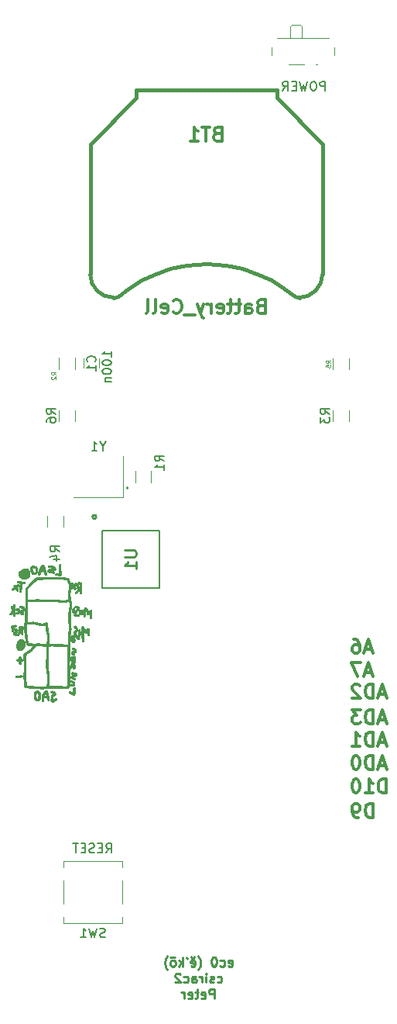
<source format=gbr>
G04 #@! TF.GenerationSoftware,KiCad,Pcbnew,5.0.1+dfsg1-3*
G04 #@! TF.CreationDate,2018-12-15T17:15:27+11:00*
G04 #@! TF.ProjectId,BSidesCBR2019,425369646573434252323031392E6B69,rev?*
G04 #@! TF.SameCoordinates,Original*
G04 #@! TF.FileFunction,Legend,Bot*
G04 #@! TF.FilePolarity,Positive*
%FSLAX46Y46*%
G04 Gerber Fmt 4.6, Leading zero omitted, Abs format (unit mm)*
G04 Created by KiCad (PCBNEW 5.0.1+dfsg1-3) date Sat 15 Dec 2018 17:15:27 AEDT*
%MOMM*%
%LPD*%
G01*
G04 APERTURE LIST*
%ADD10C,0.300000*%
%ADD11C,0.200000*%
%ADD12C,0.250000*%
%ADD13C,0.010000*%
%ADD14C,0.120000*%
%ADD15C,0.254000*%
%ADD16C,0.381000*%
%ADD17C,0.150000*%
%ADD18C,0.125000*%
%ADD19C,0.304800*%
G04 APERTURE END LIST*
D10*
X77506565Y-134090687D02*
X77506565Y-132590687D01*
X77149423Y-132590687D01*
X76935137Y-132662116D01*
X76792280Y-132804973D01*
X76720851Y-132947830D01*
X76649423Y-133233544D01*
X76649423Y-133447830D01*
X76720851Y-133733544D01*
X76792280Y-133876401D01*
X76935137Y-134019258D01*
X77149423Y-134090687D01*
X77506565Y-134090687D01*
X75935137Y-134090687D02*
X75649423Y-134090687D01*
X75506565Y-134019258D01*
X75435137Y-133947830D01*
X75292280Y-133733544D01*
X75220851Y-133447830D01*
X75220851Y-132876401D01*
X75292280Y-132733544D01*
X75363708Y-132662116D01*
X75506565Y-132590687D01*
X75792280Y-132590687D01*
X75935137Y-132662116D01*
X76006565Y-132733544D01*
X76077994Y-132876401D01*
X76077994Y-133233544D01*
X76006565Y-133376401D01*
X75935137Y-133447830D01*
X75792280Y-133519258D01*
X75506565Y-133519258D01*
X75363708Y-133447830D01*
X75292280Y-133376401D01*
X75220851Y-133233544D01*
X78935137Y-131423687D02*
X78935137Y-129923687D01*
X78577994Y-129923687D01*
X78363709Y-129995116D01*
X78220851Y-130137973D01*
X78149423Y-130280830D01*
X78077994Y-130566544D01*
X78077994Y-130780830D01*
X78149423Y-131066544D01*
X78220851Y-131209401D01*
X78363709Y-131352258D01*
X78577994Y-131423687D01*
X78935137Y-131423687D01*
X76649423Y-131423687D02*
X77506566Y-131423687D01*
X77077994Y-131423687D02*
X77077994Y-129923687D01*
X77220851Y-130137973D01*
X77363709Y-130280830D01*
X77506566Y-130352258D01*
X75720851Y-129923687D02*
X75577994Y-129923687D01*
X75435137Y-129995116D01*
X75363709Y-130066544D01*
X75292280Y-130209401D01*
X75220851Y-130495116D01*
X75220851Y-130852258D01*
X75292280Y-131137973D01*
X75363709Y-131280830D01*
X75435137Y-131352258D01*
X75577994Y-131423687D01*
X75720851Y-131423687D01*
X75863709Y-131352258D01*
X75935137Y-131280830D01*
X76006566Y-131137973D01*
X76077994Y-130852258D01*
X76077994Y-130495116D01*
X76006566Y-130209401D01*
X75935137Y-130066544D01*
X75863709Y-129995116D01*
X75720851Y-129923687D01*
X78863709Y-128404316D02*
X78149423Y-128404316D01*
X79006566Y-128832887D02*
X78506566Y-127332887D01*
X78006566Y-128832887D01*
X77506566Y-128832887D02*
X77506566Y-127332887D01*
X77149423Y-127332887D01*
X76935138Y-127404316D01*
X76792281Y-127547173D01*
X76720852Y-127690030D01*
X76649423Y-127975744D01*
X76649423Y-128190030D01*
X76720852Y-128475744D01*
X76792281Y-128618601D01*
X76935138Y-128761458D01*
X77149423Y-128832887D01*
X77506566Y-128832887D01*
X75720852Y-127332887D02*
X75577995Y-127332887D01*
X75435138Y-127404316D01*
X75363709Y-127475744D01*
X75292281Y-127618601D01*
X75220852Y-127904316D01*
X75220852Y-128261458D01*
X75292281Y-128547173D01*
X75363709Y-128690030D01*
X75435138Y-128761458D01*
X75577995Y-128832887D01*
X75720852Y-128832887D01*
X75863709Y-128761458D01*
X75935138Y-128690030D01*
X76006566Y-128547173D01*
X76077995Y-128261458D01*
X76077995Y-127904316D01*
X76006566Y-127618601D01*
X75935138Y-127475744D01*
X75863709Y-127404316D01*
X75720852Y-127332887D01*
X78863709Y-125864316D02*
X78149423Y-125864316D01*
X79006566Y-126292887D02*
X78506566Y-124792887D01*
X78006566Y-126292887D01*
X77506566Y-126292887D02*
X77506566Y-124792887D01*
X77149423Y-124792887D01*
X76935138Y-124864316D01*
X76792281Y-125007173D01*
X76720852Y-125150030D01*
X76649423Y-125435744D01*
X76649423Y-125650030D01*
X76720852Y-125935744D01*
X76792281Y-126078601D01*
X76935138Y-126221458D01*
X77149423Y-126292887D01*
X77506566Y-126292887D01*
X75220852Y-126292887D02*
X76077995Y-126292887D01*
X75649423Y-126292887D02*
X75649423Y-124792887D01*
X75792281Y-125007173D01*
X75935138Y-125150030D01*
X76077995Y-125221458D01*
X78863709Y-123451316D02*
X78149423Y-123451316D01*
X79006566Y-123879887D02*
X78506566Y-122379887D01*
X78006566Y-123879887D01*
X77506566Y-123879887D02*
X77506566Y-122379887D01*
X77149423Y-122379887D01*
X76935138Y-122451316D01*
X76792281Y-122594173D01*
X76720852Y-122737030D01*
X76649423Y-123022744D01*
X76649423Y-123237030D01*
X76720852Y-123522744D01*
X76792281Y-123665601D01*
X76935138Y-123808458D01*
X77149423Y-123879887D01*
X77506566Y-123879887D01*
X76149423Y-122379887D02*
X75220852Y-122379887D01*
X75720852Y-122951316D01*
X75506566Y-122951316D01*
X75363709Y-123022744D01*
X75292281Y-123094173D01*
X75220852Y-123237030D01*
X75220852Y-123594173D01*
X75292281Y-123737030D01*
X75363709Y-123808458D01*
X75506566Y-123879887D01*
X75935138Y-123879887D01*
X76077995Y-123808458D01*
X76149423Y-123737030D01*
X78863709Y-120631916D02*
X78149423Y-120631916D01*
X79006566Y-121060487D02*
X78506566Y-119560487D01*
X78006566Y-121060487D01*
X77506566Y-121060487D02*
X77506566Y-119560487D01*
X77149423Y-119560487D01*
X76935138Y-119631916D01*
X76792281Y-119774773D01*
X76720852Y-119917630D01*
X76649423Y-120203344D01*
X76649423Y-120417630D01*
X76720852Y-120703344D01*
X76792281Y-120846201D01*
X76935138Y-120989058D01*
X77149423Y-121060487D01*
X77506566Y-121060487D01*
X76077995Y-119703344D02*
X76006566Y-119631916D01*
X75863709Y-119560487D01*
X75506566Y-119560487D01*
X75363709Y-119631916D01*
X75292281Y-119703344D01*
X75220852Y-119846201D01*
X75220852Y-119989058D01*
X75292281Y-120203344D01*
X76149423Y-121060487D01*
X75220852Y-121060487D01*
X77363709Y-118295116D02*
X76649423Y-118295116D01*
X77506566Y-118723687D02*
X77006566Y-117223687D01*
X76506566Y-118723687D01*
X76149423Y-117223687D02*
X75149423Y-117223687D01*
X75792281Y-118723687D01*
X77363709Y-115755116D02*
X76649423Y-115755116D01*
X77506566Y-116183687D02*
X77006566Y-114683687D01*
X76506566Y-116183687D01*
X75363709Y-114683687D02*
X75649423Y-114683687D01*
X75792281Y-114755116D01*
X75863709Y-114826544D01*
X76006566Y-115040830D01*
X76077995Y-115326544D01*
X76077995Y-115897973D01*
X76006566Y-116040830D01*
X75935138Y-116112258D01*
X75792281Y-116183687D01*
X75506566Y-116183687D01*
X75363709Y-116112258D01*
X75292281Y-116040830D01*
X75220852Y-115897973D01*
X75220852Y-115540830D01*
X75292281Y-115397973D01*
X75363709Y-115326544D01*
X75506566Y-115255116D01*
X75792281Y-115255116D01*
X75935138Y-115326544D01*
X76006566Y-115397973D01*
X76077995Y-115540830D01*
D11*
X50746619Y-98130000D02*
G75*
G03X50746619Y-98130000I-116619J0D01*
G01*
D12*
X61695714Y-150304761D02*
X61790952Y-150352380D01*
X61981428Y-150352380D01*
X62076666Y-150304761D01*
X62124285Y-150209523D01*
X62124285Y-149828571D01*
X62076666Y-149733333D01*
X61981428Y-149685714D01*
X61790952Y-149685714D01*
X61695714Y-149733333D01*
X61648095Y-149828571D01*
X61648095Y-149923809D01*
X62124285Y-150019047D01*
X60790952Y-150304761D02*
X60886190Y-150352380D01*
X61076666Y-150352380D01*
X61171904Y-150304761D01*
X61219523Y-150257142D01*
X61267142Y-150161904D01*
X61267142Y-149876190D01*
X61219523Y-149780952D01*
X61171904Y-149733333D01*
X61076666Y-149685714D01*
X60886190Y-149685714D01*
X60790952Y-149733333D01*
X60171904Y-149352380D02*
X60076666Y-149352380D01*
X59981428Y-149400000D01*
X59933809Y-149447619D01*
X59886190Y-149542857D01*
X59838571Y-149733333D01*
X59838571Y-149971428D01*
X59886190Y-150161904D01*
X59933809Y-150257142D01*
X59981428Y-150304761D01*
X60076666Y-150352380D01*
X60171904Y-150352380D01*
X60267142Y-150304761D01*
X60314761Y-150257142D01*
X60362380Y-150161904D01*
X60410000Y-149971428D01*
X60410000Y-149733333D01*
X60362380Y-149542857D01*
X60314761Y-149447619D01*
X60267142Y-149400000D01*
X60171904Y-149352380D01*
X58362380Y-150733333D02*
X58410000Y-150685714D01*
X58505238Y-150542857D01*
X58552857Y-150447619D01*
X58600476Y-150304761D01*
X58648095Y-150066666D01*
X58648095Y-149876190D01*
X58600476Y-149638095D01*
X58552857Y-149495238D01*
X58505238Y-149400000D01*
X58410000Y-149257142D01*
X58362380Y-149209523D01*
X57600476Y-150304761D02*
X57695714Y-150352380D01*
X57886190Y-150352380D01*
X57981428Y-150304761D01*
X58029047Y-150209523D01*
X58029047Y-149828571D01*
X57981428Y-149733333D01*
X57886190Y-149685714D01*
X57695714Y-149685714D01*
X57600476Y-149733333D01*
X57552857Y-149828571D01*
X57552857Y-149923809D01*
X58029047Y-150019047D01*
X57981428Y-149304761D02*
X57933809Y-149400000D01*
X57838571Y-149447619D01*
X57743333Y-149447619D01*
X57648095Y-149400000D01*
X57600476Y-149304761D01*
X57076666Y-149352380D02*
X57171904Y-149542857D01*
X56648095Y-150352380D02*
X56648095Y-149352380D01*
X56552857Y-149971428D02*
X56267142Y-150352380D01*
X56267142Y-149685714D02*
X56648095Y-150066666D01*
X55695714Y-150352380D02*
X55790952Y-150304761D01*
X55838571Y-150257142D01*
X55886190Y-150161904D01*
X55886190Y-149876190D01*
X55838571Y-149780952D01*
X55790952Y-149733333D01*
X55695714Y-149685714D01*
X55552857Y-149685714D01*
X55457619Y-149733333D01*
X55410000Y-149780952D01*
X55362380Y-149876190D01*
X55362380Y-150161904D01*
X55410000Y-150257142D01*
X55457619Y-150304761D01*
X55552857Y-150352380D01*
X55695714Y-150352380D01*
X55838571Y-149400000D02*
X55362380Y-149400000D01*
X55029047Y-150733333D02*
X54981428Y-150685714D01*
X54886190Y-150542857D01*
X54838571Y-150447619D01*
X54790952Y-150304761D01*
X54743333Y-150066666D01*
X54743333Y-149876190D01*
X54790952Y-149638095D01*
X54838571Y-149495238D01*
X54886190Y-149400000D01*
X54981428Y-149257142D01*
X55029047Y-149209523D01*
X60481428Y-152054761D02*
X60576666Y-152102380D01*
X60767142Y-152102380D01*
X60862380Y-152054761D01*
X60910000Y-152007142D01*
X60957619Y-151911904D01*
X60957619Y-151626190D01*
X60910000Y-151530952D01*
X60862380Y-151483333D01*
X60767142Y-151435714D01*
X60576666Y-151435714D01*
X60481428Y-151483333D01*
X60100476Y-152054761D02*
X60005238Y-152102380D01*
X59814761Y-152102380D01*
X59719523Y-152054761D01*
X59671904Y-151959523D01*
X59671904Y-151911904D01*
X59719523Y-151816666D01*
X59814761Y-151769047D01*
X59957619Y-151769047D01*
X60052857Y-151721428D01*
X60100476Y-151626190D01*
X60100476Y-151578571D01*
X60052857Y-151483333D01*
X59957619Y-151435714D01*
X59814761Y-151435714D01*
X59719523Y-151483333D01*
X59243333Y-152102380D02*
X59243333Y-151435714D01*
X59243333Y-151102380D02*
X59290952Y-151150000D01*
X59243333Y-151197619D01*
X59195714Y-151150000D01*
X59243333Y-151102380D01*
X59243333Y-151197619D01*
X58767142Y-152102380D02*
X58767142Y-151435714D01*
X58767142Y-151626190D02*
X58719523Y-151530952D01*
X58671904Y-151483333D01*
X58576666Y-151435714D01*
X58481428Y-151435714D01*
X57719523Y-152102380D02*
X57719523Y-151578571D01*
X57767142Y-151483333D01*
X57862380Y-151435714D01*
X58052857Y-151435714D01*
X58148095Y-151483333D01*
X57719523Y-152054761D02*
X57814761Y-152102380D01*
X58052857Y-152102380D01*
X58148095Y-152054761D01*
X58195714Y-151959523D01*
X58195714Y-151864285D01*
X58148095Y-151769047D01*
X58052857Y-151721428D01*
X57814761Y-151721428D01*
X57719523Y-151673809D01*
X56814761Y-152054761D02*
X56910000Y-152102380D01*
X57100476Y-152102380D01*
X57195714Y-152054761D01*
X57243333Y-152007142D01*
X57290952Y-151911904D01*
X57290952Y-151626190D01*
X57243333Y-151530952D01*
X57195714Y-151483333D01*
X57100476Y-151435714D01*
X56910000Y-151435714D01*
X56814761Y-151483333D01*
X56433809Y-151197619D02*
X56386190Y-151150000D01*
X56290952Y-151102380D01*
X56052857Y-151102380D01*
X55957619Y-151150000D01*
X55910000Y-151197619D01*
X55862380Y-151292857D01*
X55862380Y-151388095D01*
X55910000Y-151530952D01*
X56481428Y-152102380D01*
X55862380Y-152102380D01*
X60124285Y-153852380D02*
X60124285Y-152852380D01*
X59743333Y-152852380D01*
X59648095Y-152900000D01*
X59600476Y-152947619D01*
X59552857Y-153042857D01*
X59552857Y-153185714D01*
X59600476Y-153280952D01*
X59648095Y-153328571D01*
X59743333Y-153376190D01*
X60124285Y-153376190D01*
X58743333Y-153804761D02*
X58838571Y-153852380D01*
X59029047Y-153852380D01*
X59124285Y-153804761D01*
X59171904Y-153709523D01*
X59171904Y-153328571D01*
X59124285Y-153233333D01*
X59029047Y-153185714D01*
X58838571Y-153185714D01*
X58743333Y-153233333D01*
X58695714Y-153328571D01*
X58695714Y-153423809D01*
X59171904Y-153519047D01*
X58410000Y-153185714D02*
X58029047Y-153185714D01*
X58267142Y-152852380D02*
X58267142Y-153709523D01*
X58219523Y-153804761D01*
X58124285Y-153852380D01*
X58029047Y-153852380D01*
X57314761Y-153804761D02*
X57410000Y-153852380D01*
X57600476Y-153852380D01*
X57695714Y-153804761D01*
X57743333Y-153709523D01*
X57743333Y-153328571D01*
X57695714Y-153233333D01*
X57600476Y-153185714D01*
X57410000Y-153185714D01*
X57314761Y-153233333D01*
X57267142Y-153328571D01*
X57267142Y-153423809D01*
X57743333Y-153519047D01*
X56838571Y-153852380D02*
X56838571Y-153185714D01*
X56838571Y-153376190D02*
X56790952Y-153280952D01*
X56743333Y-153233333D01*
X56648095Y-153185714D01*
X56552857Y-153185714D01*
D13*
G04 #@! TO.C,G\002A\002A\002A*
G36*
X42304948Y-120276659D02*
X42257151Y-120302434D01*
X42237378Y-120350521D01*
X42235967Y-120374833D01*
X42251464Y-120439540D01*
X42295244Y-120475141D01*
X42330537Y-120480667D01*
X42372019Y-120491569D01*
X42426348Y-120518594D01*
X42480064Y-120553222D01*
X42519712Y-120586930D01*
X42532300Y-120608430D01*
X42514696Y-120625391D01*
X42492821Y-120628833D01*
X42437165Y-120646481D01*
X42377614Y-120692172D01*
X42326919Y-120755025D01*
X42311533Y-120783496D01*
X42291781Y-120844306D01*
X42272376Y-120934372D01*
X42255325Y-121040649D01*
X42242637Y-121150092D01*
X42236320Y-121249656D01*
X42235967Y-121274324D01*
X42252304Y-121372583D01*
X42298682Y-121445049D01*
X42371155Y-121487347D01*
X42436627Y-121496667D01*
X42496913Y-121491274D01*
X42549876Y-121470436D01*
X42611497Y-121427162D01*
X42630149Y-121412000D01*
X42687205Y-121367649D01*
X42733109Y-121336998D01*
X42755302Y-121327333D01*
X42788627Y-121311217D01*
X42832169Y-121271455D01*
X42874747Y-121220926D01*
X42905177Y-121172513D01*
X42913300Y-121145350D01*
X42896397Y-121091655D01*
X42853037Y-121059544D01*
X42794247Y-121050925D01*
X42731051Y-121067705D01*
X42680467Y-121105083D01*
X42641196Y-121140983D01*
X42611856Y-121157822D01*
X42609983Y-121158000D01*
X42581323Y-121169890D01*
X42535227Y-121199551D01*
X42519725Y-121211001D01*
X42474865Y-121240270D01*
X42445390Y-121250341D01*
X42440883Y-121248043D01*
X42437084Y-121214560D01*
X42442005Y-121153306D01*
X42453352Y-121077385D01*
X42468828Y-120999902D01*
X42486140Y-120933960D01*
X42502991Y-120892664D01*
X42503183Y-120892369D01*
X42546096Y-120850585D01*
X42601888Y-120820383D01*
X42691280Y-120773303D01*
X42754604Y-120707289D01*
X42784697Y-120630553D01*
X42786195Y-120608998D01*
X42775678Y-120544853D01*
X42741008Y-120482729D01*
X42677226Y-120415992D01*
X42588887Y-120345051D01*
X42519188Y-120298617D01*
X42460164Y-120275622D01*
X42393110Y-120269029D01*
X42386746Y-120269000D01*
X42304948Y-120276659D01*
X42304948Y-120276659D01*
G37*
X42304948Y-120276659D02*
X42257151Y-120302434D01*
X42237378Y-120350521D01*
X42235967Y-120374833D01*
X42251464Y-120439540D01*
X42295244Y-120475141D01*
X42330537Y-120480667D01*
X42372019Y-120491569D01*
X42426348Y-120518594D01*
X42480064Y-120553222D01*
X42519712Y-120586930D01*
X42532300Y-120608430D01*
X42514696Y-120625391D01*
X42492821Y-120628833D01*
X42437165Y-120646481D01*
X42377614Y-120692172D01*
X42326919Y-120755025D01*
X42311533Y-120783496D01*
X42291781Y-120844306D01*
X42272376Y-120934372D01*
X42255325Y-121040649D01*
X42242637Y-121150092D01*
X42236320Y-121249656D01*
X42235967Y-121274324D01*
X42252304Y-121372583D01*
X42298682Y-121445049D01*
X42371155Y-121487347D01*
X42436627Y-121496667D01*
X42496913Y-121491274D01*
X42549876Y-121470436D01*
X42611497Y-121427162D01*
X42630149Y-121412000D01*
X42687205Y-121367649D01*
X42733109Y-121336998D01*
X42755302Y-121327333D01*
X42788627Y-121311217D01*
X42832169Y-121271455D01*
X42874747Y-121220926D01*
X42905177Y-121172513D01*
X42913300Y-121145350D01*
X42896397Y-121091655D01*
X42853037Y-121059544D01*
X42794247Y-121050925D01*
X42731051Y-121067705D01*
X42680467Y-121105083D01*
X42641196Y-121140983D01*
X42611856Y-121157822D01*
X42609983Y-121158000D01*
X42581323Y-121169890D01*
X42535227Y-121199551D01*
X42519725Y-121211001D01*
X42474865Y-121240270D01*
X42445390Y-121250341D01*
X42440883Y-121248043D01*
X42437084Y-121214560D01*
X42442005Y-121153306D01*
X42453352Y-121077385D01*
X42468828Y-120999902D01*
X42486140Y-120933960D01*
X42502991Y-120892664D01*
X42503183Y-120892369D01*
X42546096Y-120850585D01*
X42601888Y-120820383D01*
X42691280Y-120773303D01*
X42754604Y-120707289D01*
X42784697Y-120630553D01*
X42786195Y-120608998D01*
X42775678Y-120544853D01*
X42741008Y-120482729D01*
X42677226Y-120415992D01*
X42588887Y-120345051D01*
X42519188Y-120298617D01*
X42460164Y-120275622D01*
X42393110Y-120269029D01*
X42386746Y-120269000D01*
X42304948Y-120276659D01*
G36*
X41701195Y-120233241D02*
X41675050Y-120247833D01*
X41645651Y-120264672D01*
X41613991Y-120269000D01*
X41556625Y-120289253D01*
X41497908Y-120347136D01*
X41442217Y-120438333D01*
X41407961Y-120499373D01*
X41372874Y-120550382D01*
X41369254Y-120554750D01*
X41339167Y-120601170D01*
X41315599Y-120665534D01*
X41297449Y-120753575D01*
X41283614Y-120871027D01*
X41272993Y-121023622D01*
X41270736Y-121067403D01*
X41265485Y-121195960D01*
X41264375Y-121288212D01*
X41267618Y-121350006D01*
X41275430Y-121387186D01*
X41282937Y-121400778D01*
X41329685Y-121428439D01*
X41387164Y-121429066D01*
X41427400Y-121407767D01*
X41441409Y-121373702D01*
X41450634Y-121312816D01*
X41452800Y-121262246D01*
X41455190Y-121181644D01*
X41461297Y-121107628D01*
X41466029Y-121075979D01*
X41480950Y-121029999D01*
X41510572Y-121012241D01*
X41549081Y-121009833D01*
X41612458Y-121014773D01*
X41691394Y-121027247D01*
X41724736Y-121034262D01*
X41795814Y-121056632D01*
X41835284Y-121089880D01*
X41851922Y-121145401D01*
X41854678Y-121203033D01*
X41871236Y-121265278D01*
X41917657Y-121298677D01*
X41975395Y-121302404D01*
X42005641Y-121297401D01*
X42023343Y-121284814D01*
X42031820Y-121255334D01*
X42034394Y-121199651D01*
X42034452Y-121136833D01*
X42026731Y-120994464D01*
X42006349Y-120843367D01*
X41995313Y-120791824D01*
X41791515Y-120791824D01*
X41772215Y-120799271D01*
X41721403Y-120802907D01*
X41649790Y-120802006D01*
X41644659Y-120801773D01*
X41567473Y-120796784D01*
X41524759Y-120789383D01*
X41508656Y-120777088D01*
X41510545Y-120759439D01*
X41531060Y-120721083D01*
X41566874Y-120667987D01*
X41580323Y-120650000D01*
X41624783Y-120587371D01*
X41662900Y-120525856D01*
X41669142Y-120514300D01*
X41700971Y-120452683D01*
X41716518Y-120556354D01*
X41732101Y-120631184D01*
X41753090Y-120697896D01*
X41761765Y-120717462D01*
X41782936Y-120763448D01*
X41791515Y-120791824D01*
X41995313Y-120791824D01*
X41976405Y-120703519D01*
X41957252Y-120639417D01*
X41940351Y-120582540D01*
X41920408Y-120505250D01*
X41908572Y-120454632D01*
X41877429Y-120344702D01*
X41840174Y-120272894D01*
X41793963Y-120235125D01*
X41749895Y-120226667D01*
X41701195Y-120233241D01*
X41701195Y-120233241D01*
G37*
X41701195Y-120233241D02*
X41675050Y-120247833D01*
X41645651Y-120264672D01*
X41613991Y-120269000D01*
X41556625Y-120289253D01*
X41497908Y-120347136D01*
X41442217Y-120438333D01*
X41407961Y-120499373D01*
X41372874Y-120550382D01*
X41369254Y-120554750D01*
X41339167Y-120601170D01*
X41315599Y-120665534D01*
X41297449Y-120753575D01*
X41283614Y-120871027D01*
X41272993Y-121023622D01*
X41270736Y-121067403D01*
X41265485Y-121195960D01*
X41264375Y-121288212D01*
X41267618Y-121350006D01*
X41275430Y-121387186D01*
X41282937Y-121400778D01*
X41329685Y-121428439D01*
X41387164Y-121429066D01*
X41427400Y-121407767D01*
X41441409Y-121373702D01*
X41450634Y-121312816D01*
X41452800Y-121262246D01*
X41455190Y-121181644D01*
X41461297Y-121107628D01*
X41466029Y-121075979D01*
X41480950Y-121029999D01*
X41510572Y-121012241D01*
X41549081Y-121009833D01*
X41612458Y-121014773D01*
X41691394Y-121027247D01*
X41724736Y-121034262D01*
X41795814Y-121056632D01*
X41835284Y-121089880D01*
X41851922Y-121145401D01*
X41854678Y-121203033D01*
X41871236Y-121265278D01*
X41917657Y-121298677D01*
X41975395Y-121302404D01*
X42005641Y-121297401D01*
X42023343Y-121284814D01*
X42031820Y-121255334D01*
X42034394Y-121199651D01*
X42034452Y-121136833D01*
X42026731Y-120994464D01*
X42006349Y-120843367D01*
X41995313Y-120791824D01*
X41791515Y-120791824D01*
X41772215Y-120799271D01*
X41721403Y-120802907D01*
X41649790Y-120802006D01*
X41644659Y-120801773D01*
X41567473Y-120796784D01*
X41524759Y-120789383D01*
X41508656Y-120777088D01*
X41510545Y-120759439D01*
X41531060Y-120721083D01*
X41566874Y-120667987D01*
X41580323Y-120650000D01*
X41624783Y-120587371D01*
X41662900Y-120525856D01*
X41669142Y-120514300D01*
X41700971Y-120452683D01*
X41716518Y-120556354D01*
X41732101Y-120631184D01*
X41753090Y-120697896D01*
X41761765Y-120717462D01*
X41782936Y-120763448D01*
X41791515Y-120791824D01*
X41995313Y-120791824D01*
X41976405Y-120703519D01*
X41957252Y-120639417D01*
X41940351Y-120582540D01*
X41920408Y-120505250D01*
X41908572Y-120454632D01*
X41877429Y-120344702D01*
X41840174Y-120272894D01*
X41793963Y-120235125D01*
X41749895Y-120226667D01*
X41701195Y-120233241D01*
G36*
X40692073Y-120240083D02*
X40616405Y-120287640D01*
X40546034Y-120348841D01*
X40415633Y-120471015D01*
X40415633Y-120720468D01*
X40418241Y-120867931D01*
X40427451Y-120981853D01*
X40445344Y-121070781D01*
X40474002Y-121143266D01*
X40515506Y-121207854D01*
X40542212Y-121240420D01*
X40585476Y-121288145D01*
X40621202Y-121316634D01*
X40663109Y-121331829D01*
X40724919Y-121339669D01*
X40780276Y-121343508D01*
X40937436Y-121353594D01*
X41004230Y-121252754D01*
X41041455Y-121191559D01*
X41068193Y-121132052D01*
X41086107Y-121065495D01*
X41096862Y-120983148D01*
X41102121Y-120876272D01*
X41103549Y-120736129D01*
X41103550Y-120731121D01*
X41102944Y-120658694D01*
X40901308Y-120658694D01*
X40900882Y-120720702D01*
X40896270Y-120800043D01*
X40883457Y-120920586D01*
X40863006Y-121020072D01*
X40836817Y-121092432D01*
X40806792Y-121131596D01*
X40790820Y-121136833D01*
X40756636Y-121122398D01*
X40717685Y-121089208D01*
X40668604Y-121007294D01*
X40638366Y-120889138D01*
X40627448Y-120736642D01*
X40627418Y-120728413D01*
X40629441Y-120647317D01*
X40638048Y-120594996D01*
X40656800Y-120557997D01*
X40679255Y-120532621D01*
X40731169Y-120491475D01*
X40775698Y-120486507D01*
X40822765Y-120518672D01*
X40850480Y-120549132D01*
X40878229Y-120584536D01*
X40894465Y-120617181D01*
X40901308Y-120658694D01*
X41102944Y-120658694D01*
X41102536Y-120609934D01*
X41096768Y-120521745D01*
X41082154Y-120457226D01*
X41054606Y-120407048D01*
X41010032Y-120361881D01*
X40944342Y-120312396D01*
X40909236Y-120287918D01*
X40829673Y-120241701D01*
X40760224Y-120225263D01*
X40692073Y-120240083D01*
X40692073Y-120240083D01*
G37*
X40692073Y-120240083D02*
X40616405Y-120287640D01*
X40546034Y-120348841D01*
X40415633Y-120471015D01*
X40415633Y-120720468D01*
X40418241Y-120867931D01*
X40427451Y-120981853D01*
X40445344Y-121070781D01*
X40474002Y-121143266D01*
X40515506Y-121207854D01*
X40542212Y-121240420D01*
X40585476Y-121288145D01*
X40621202Y-121316634D01*
X40663109Y-121331829D01*
X40724919Y-121339669D01*
X40780276Y-121343508D01*
X40937436Y-121353594D01*
X41004230Y-121252754D01*
X41041455Y-121191559D01*
X41068193Y-121132052D01*
X41086107Y-121065495D01*
X41096862Y-120983148D01*
X41102121Y-120876272D01*
X41103549Y-120736129D01*
X41103550Y-120731121D01*
X41102944Y-120658694D01*
X40901308Y-120658694D01*
X40900882Y-120720702D01*
X40896270Y-120800043D01*
X40883457Y-120920586D01*
X40863006Y-121020072D01*
X40836817Y-121092432D01*
X40806792Y-121131596D01*
X40790820Y-121136833D01*
X40756636Y-121122398D01*
X40717685Y-121089208D01*
X40668604Y-121007294D01*
X40638366Y-120889138D01*
X40627448Y-120736642D01*
X40627418Y-120728413D01*
X40629441Y-120647317D01*
X40638048Y-120594996D01*
X40656800Y-120557997D01*
X40679255Y-120532621D01*
X40731169Y-120491475D01*
X40775698Y-120486507D01*
X40822765Y-120518672D01*
X40850480Y-120549132D01*
X40878229Y-120584536D01*
X40894465Y-120617181D01*
X40901308Y-120658694D01*
X41102944Y-120658694D01*
X41102536Y-120609934D01*
X41096768Y-120521745D01*
X41082154Y-120457226D01*
X41054606Y-120407048D01*
X41010032Y-120361881D01*
X40944342Y-120312396D01*
X40909236Y-120287918D01*
X40829673Y-120241701D01*
X40760224Y-120225263D01*
X40692073Y-120240083D01*
G36*
X44761901Y-119877079D02*
X44727487Y-119904264D01*
X44710433Y-119936345D01*
X44697109Y-119993949D01*
X44686515Y-120082937D01*
X44678767Y-120190014D01*
X44671641Y-120286842D01*
X44663269Y-120366011D01*
X44654704Y-120419259D01*
X44647126Y-120438333D01*
X44620942Y-120429230D01*
X44569057Y-120405455D01*
X44507941Y-120374833D01*
X44397917Y-120327320D01*
X44314426Y-120312729D01*
X44257402Y-120331052D01*
X44251034Y-120336733D01*
X44228609Y-120385040D01*
X44230358Y-120445816D01*
X44254818Y-120497842D01*
X44262675Y-120505647D01*
X44298065Y-120529000D01*
X44354242Y-120559785D01*
X44417389Y-120591185D01*
X44473690Y-120616379D01*
X44509327Y-120628550D01*
X44512276Y-120628833D01*
X44535508Y-120639708D01*
X44580088Y-120667118D01*
X44602087Y-120681750D01*
X44671951Y-120716290D01*
X44746379Y-120733253D01*
X44811843Y-120731225D01*
X44854811Y-120708791D01*
X44855281Y-120708208D01*
X44862971Y-120679203D01*
X44871160Y-120615348D01*
X44879170Y-120524112D01*
X44886324Y-120412962D01*
X44890984Y-120314504D01*
X44895993Y-120179926D01*
X44898405Y-120081134D01*
X44897876Y-120011642D01*
X44894060Y-119964961D01*
X44886611Y-119934607D01*
X44875185Y-119914090D01*
X44869298Y-119907046D01*
X44816068Y-119871272D01*
X44761901Y-119877079D01*
X44761901Y-119877079D01*
G37*
X44761901Y-119877079D02*
X44727487Y-119904264D01*
X44710433Y-119936345D01*
X44697109Y-119993949D01*
X44686515Y-120082937D01*
X44678767Y-120190014D01*
X44671641Y-120286842D01*
X44663269Y-120366011D01*
X44654704Y-120419259D01*
X44647126Y-120438333D01*
X44620942Y-120429230D01*
X44569057Y-120405455D01*
X44507941Y-120374833D01*
X44397917Y-120327320D01*
X44314426Y-120312729D01*
X44257402Y-120331052D01*
X44251034Y-120336733D01*
X44228609Y-120385040D01*
X44230358Y-120445816D01*
X44254818Y-120497842D01*
X44262675Y-120505647D01*
X44298065Y-120529000D01*
X44354242Y-120559785D01*
X44417389Y-120591185D01*
X44473690Y-120616379D01*
X44509327Y-120628550D01*
X44512276Y-120628833D01*
X44535508Y-120639708D01*
X44580088Y-120667118D01*
X44602087Y-120681750D01*
X44671951Y-120716290D01*
X44746379Y-120733253D01*
X44811843Y-120731225D01*
X44854811Y-120708791D01*
X44855281Y-120708208D01*
X44862971Y-120679203D01*
X44871160Y-120615348D01*
X44879170Y-120524112D01*
X44886324Y-120412962D01*
X44890984Y-120314504D01*
X44895993Y-120179926D01*
X44898405Y-120081134D01*
X44897876Y-120011642D01*
X44894060Y-119964961D01*
X44886611Y-119934607D01*
X44875185Y-119914090D01*
X44869298Y-119907046D01*
X44816068Y-119871272D01*
X44761901Y-119877079D01*
G36*
X42327274Y-107849494D02*
X42140130Y-107850923D01*
X41967668Y-107853472D01*
X41816666Y-107857130D01*
X41693901Y-107861884D01*
X41606149Y-107867724D01*
X41600967Y-107868225D01*
X41510223Y-107875687D01*
X41389455Y-107883325D01*
X41250963Y-107890482D01*
X41107050Y-107896497D01*
X41018883Y-107899411D01*
X40883037Y-107903588D01*
X40782990Y-107907664D01*
X40712220Y-107912590D01*
X40664207Y-107919315D01*
X40632428Y-107928791D01*
X40610364Y-107941968D01*
X40591492Y-107959797D01*
X40589402Y-107962008D01*
X40549433Y-107997417D01*
X40518272Y-108013421D01*
X40516868Y-108013500D01*
X40488562Y-108028012D01*
X40439113Y-108067213D01*
X40375998Y-108124596D01*
X40306694Y-108193658D01*
X40291806Y-108209299D01*
X40261036Y-108240464D01*
X40209016Y-108291706D01*
X40145094Y-108353845D01*
X40119392Y-108378632D01*
X40048262Y-108448285D01*
X39980757Y-108516467D01*
X39928751Y-108571131D01*
X39918309Y-108582682D01*
X39879037Y-108626283D01*
X39819083Y-108691986D01*
X39746593Y-108770897D01*
X39669715Y-108854119D01*
X39669508Y-108854342D01*
X39484300Y-109054235D01*
X39484300Y-110098952D01*
X39483943Y-110305210D01*
X39482917Y-110498404D01*
X39481293Y-110674441D01*
X39479142Y-110829229D01*
X39476534Y-110958678D01*
X39473539Y-111058695D01*
X39470229Y-111125189D01*
X39466673Y-111154067D01*
X39466112Y-111154909D01*
X39461671Y-111177930D01*
X39457056Y-111238486D01*
X39452443Y-111331781D01*
X39448008Y-111453016D01*
X39443926Y-111597395D01*
X39440374Y-111760122D01*
X39437559Y-111934033D01*
X39434759Y-112135044D01*
X39432135Y-112298292D01*
X39429380Y-112428343D01*
X39426187Y-112529767D01*
X39422251Y-112607130D01*
X39417266Y-112665000D01*
X39410926Y-112707943D01*
X39402924Y-112740529D01*
X39392955Y-112767323D01*
X39380713Y-112792895D01*
X39379907Y-112794476D01*
X39364372Y-112826589D01*
X39352850Y-112857957D01*
X39344913Y-112894950D01*
X39340138Y-112943940D01*
X39338097Y-113011298D01*
X39338365Y-113103395D01*
X39340517Y-113226603D01*
X39343147Y-113344809D01*
X39347335Y-113488046D01*
X39352967Y-113624384D01*
X39359571Y-113745483D01*
X39366677Y-113843005D01*
X39373815Y-113908610D01*
X39375541Y-113919000D01*
X39390768Y-114010415D01*
X39405086Y-114112973D01*
X39410890Y-114162417D01*
X39420022Y-114236034D01*
X39429710Y-114295233D01*
X39436001Y-114321167D01*
X39442611Y-114362671D01*
X39443614Y-114422918D01*
X39443178Y-114432292D01*
X39445970Y-114487602D01*
X39460548Y-114511348D01*
X39463084Y-114511667D01*
X39478529Y-114531597D01*
X39483769Y-114588535D01*
X39483222Y-114612208D01*
X39482997Y-114679015D01*
X39487322Y-114731063D01*
X39490438Y-114744500D01*
X39499664Y-114783651D01*
X39509876Y-114846258D01*
X39514086Y-114878534D01*
X39528095Y-114956174D01*
X39548585Y-115028295D01*
X39556320Y-115047868D01*
X39583893Y-115115490D01*
X39605371Y-115176904D01*
X39628346Y-115225704D01*
X39654893Y-115252989D01*
X39697110Y-115273591D01*
X39734702Y-115292780D01*
X39783022Y-115305688D01*
X39862855Y-115313492D01*
X39963578Y-115315174D01*
X39967535Y-115315106D01*
X40055554Y-115314982D01*
X40130291Y-115317583D01*
X40179367Y-115322384D01*
X40188092Y-115324453D01*
X40239016Y-115341415D01*
X40257796Y-115347436D01*
X40279103Y-115365879D01*
X40270290Y-115395061D01*
X40244728Y-115429584D01*
X40196421Y-115484141D01*
X40131460Y-115552765D01*
X40055940Y-115629494D01*
X39975953Y-115708362D01*
X39897593Y-115783406D01*
X39826951Y-115848661D01*
X39770122Y-115898163D01*
X39733199Y-115925947D01*
X39723979Y-115929833D01*
X39686837Y-115942123D01*
X39634566Y-115973005D01*
X39613886Y-115988042D01*
X39556746Y-116029211D01*
X39505881Y-116061217D01*
X39494075Y-116067417D01*
X39456644Y-116094004D01*
X39404336Y-116141604D01*
X39358474Y-116189153D01*
X39267190Y-116289723D01*
X39283087Y-116834736D01*
X39289845Y-117074939D01*
X39294955Y-117280588D01*
X39298430Y-117459429D01*
X39300282Y-117619209D01*
X39300521Y-117767675D01*
X39299161Y-117912574D01*
X39296212Y-118061652D01*
X39291687Y-118222655D01*
X39285598Y-118403332D01*
X39285491Y-118406333D01*
X39279774Y-118584181D01*
X39276780Y-118724643D01*
X39276569Y-118832584D01*
X39279203Y-118912867D01*
X39284744Y-118970357D01*
X39293151Y-119009583D01*
X39302807Y-119058849D01*
X39312923Y-119141380D01*
X39322644Y-119248128D01*
X39331112Y-119370044D01*
X39335936Y-119461724D01*
X39342537Y-119609708D01*
X39350108Y-119721047D01*
X39363165Y-119801282D01*
X39386223Y-119855952D01*
X39423798Y-119890598D01*
X39480404Y-119910760D01*
X39560558Y-119921977D01*
X39668776Y-119929789D01*
X39720187Y-119933152D01*
X39827468Y-119941159D01*
X39921050Y-119949592D01*
X39991998Y-119957540D01*
X40031376Y-119964095D01*
X40034633Y-119965141D01*
X40071938Y-119972364D01*
X40145302Y-119979884D01*
X40248476Y-119987483D01*
X40375206Y-119994947D01*
X40519243Y-120002060D01*
X40674334Y-120008606D01*
X40834229Y-120014370D01*
X40992675Y-120019137D01*
X41143423Y-120022691D01*
X41280219Y-120024815D01*
X41396813Y-120025296D01*
X41486953Y-120023916D01*
X41544389Y-120020462D01*
X41559419Y-120017720D01*
X41622977Y-120003687D01*
X41721917Y-119990704D01*
X41849738Y-119978956D01*
X41999941Y-119968626D01*
X42166023Y-119959898D01*
X42341485Y-119952955D01*
X42519827Y-119947981D01*
X42694546Y-119945159D01*
X42859143Y-119944674D01*
X43007117Y-119946710D01*
X43131968Y-119951449D01*
X43227194Y-119959076D01*
X43283717Y-119968992D01*
X43343396Y-119979909D01*
X43431110Y-119987830D01*
X43538251Y-119992822D01*
X43656212Y-119994948D01*
X43776384Y-119994273D01*
X43890161Y-119990864D01*
X43988935Y-119984783D01*
X44064097Y-119976097D01*
X44107041Y-119964871D01*
X44110463Y-119962756D01*
X44156339Y-119937833D01*
X44185311Y-119931006D01*
X44225063Y-119920213D01*
X44254763Y-119886238D01*
X44276396Y-119823975D01*
X44291943Y-119728315D01*
X44300623Y-119634000D01*
X44306819Y-119523548D01*
X44311659Y-119382330D01*
X44315138Y-119218499D01*
X44317254Y-119040205D01*
X44317311Y-119025952D01*
X44104810Y-119025952D01*
X44102463Y-119216949D01*
X44097522Y-119379951D01*
X44089946Y-119508196D01*
X44088972Y-119519642D01*
X44079004Y-119615321D01*
X44064430Y-119684523D01*
X44039026Y-119731293D01*
X43996567Y-119759675D01*
X43930828Y-119773716D01*
X43835586Y-119777461D01*
X43704614Y-119774954D01*
X43696467Y-119774721D01*
X43559209Y-119769049D01*
X43403038Y-119759901D01*
X43251086Y-119748739D01*
X43167300Y-119741270D01*
X42972190Y-119728539D01*
X42738398Y-119724550D01*
X42468800Y-119729347D01*
X42034883Y-119743279D01*
X42034816Y-119119915D01*
X41851539Y-119119915D01*
X41849820Y-119282431D01*
X41845346Y-119430884D01*
X41844106Y-119458119D01*
X41829525Y-119758488D01*
X41709954Y-119772084D01*
X41621428Y-119783630D01*
X41531986Y-119797560D01*
X41495133Y-119804221D01*
X41454767Y-119809982D01*
X41401115Y-119813547D01*
X41330144Y-119814819D01*
X41237818Y-119813701D01*
X41120102Y-119810097D01*
X40972961Y-119803908D01*
X40792361Y-119795039D01*
X40574265Y-119783391D01*
X40532050Y-119781066D01*
X40401770Y-119773115D01*
X40275985Y-119764093D01*
X40165189Y-119754850D01*
X40079874Y-119746233D01*
X40045217Y-119741706D01*
X39952848Y-119730841D01*
X39845456Y-119722900D01*
X39770050Y-119720128D01*
X39691362Y-119716449D01*
X39627299Y-119708826D01*
X39591687Y-119698908D01*
X39591625Y-119698870D01*
X39579173Y-119680749D01*
X39569023Y-119640513D01*
X39560545Y-119573130D01*
X39553110Y-119473567D01*
X39546086Y-119336791D01*
X39545965Y-119334069D01*
X39539038Y-119209395D01*
X39530040Y-119092367D01*
X39519902Y-118992740D01*
X39509557Y-118920271D01*
X39504080Y-118895399D01*
X39496375Y-118859137D01*
X39491238Y-118810240D01*
X39488678Y-118743851D01*
X39488703Y-118655111D01*
X39491320Y-118539162D01*
X39496538Y-118391144D01*
X39504365Y-118206199D01*
X39505254Y-118186316D01*
X39512012Y-118018408D01*
X39517155Y-117854833D01*
X39520557Y-117703080D01*
X39522089Y-117570639D01*
X39521625Y-117464999D01*
X39519037Y-117393649D01*
X39518788Y-117390333D01*
X39513483Y-117309508D01*
X39507553Y-117197285D01*
X39501503Y-117064584D01*
X39495836Y-116922325D01*
X39491793Y-116805072D01*
X39478920Y-116399728D01*
X39617507Y-116264510D01*
X39685068Y-116201285D01*
X39746972Y-116148079D01*
X39793264Y-116113277D01*
X39805405Y-116106281D01*
X39864844Y-116078494D01*
X39907633Y-116058446D01*
X40022580Y-115999112D01*
X40097391Y-115947562D01*
X40133354Y-115902853D01*
X40136751Y-115890694D01*
X40154455Y-115853406D01*
X40195849Y-115796053D01*
X40254246Y-115725694D01*
X40322958Y-115649393D01*
X40395298Y-115574210D01*
X40464579Y-115507208D01*
X40524115Y-115455448D01*
X40567216Y-115425993D01*
X40580749Y-115421833D01*
X40605646Y-115404941D01*
X40613788Y-115390083D01*
X40641089Y-115361941D01*
X40656622Y-115358333D01*
X40688951Y-115344903D01*
X40694941Y-115335326D01*
X40717512Y-115326305D01*
X40771233Y-115319134D01*
X40844949Y-115314159D01*
X40927503Y-115311726D01*
X41007739Y-115312180D01*
X41074501Y-115315868D01*
X41114133Y-115322325D01*
X41183513Y-115337894D01*
X41281015Y-115353029D01*
X41392444Y-115366094D01*
X41503605Y-115375448D01*
X41600305Y-115379456D01*
X41609554Y-115379500D01*
X41765523Y-115379500D01*
X41774554Y-115532958D01*
X41776445Y-115597812D01*
X41776870Y-115696898D01*
X41775913Y-115822147D01*
X41773659Y-115965487D01*
X41770190Y-116118846D01*
X41767462Y-116215583D01*
X41758437Y-116512123D01*
X41750737Y-116770010D01*
X41744449Y-116992907D01*
X41739655Y-117184475D01*
X41736439Y-117348377D01*
X41734886Y-117488274D01*
X41735080Y-117607831D01*
X41737103Y-117710707D01*
X41741041Y-117800567D01*
X41746977Y-117881071D01*
X41754995Y-117955882D01*
X41765178Y-118028663D01*
X41777612Y-118103076D01*
X41792379Y-118182782D01*
X41809564Y-118271444D01*
X41815235Y-118300500D01*
X41825831Y-118378268D01*
X41834876Y-118490295D01*
X41842171Y-118628527D01*
X41847513Y-118784910D01*
X41850703Y-118951390D01*
X41851539Y-119119915D01*
X42034816Y-119119915D01*
X42034805Y-119027181D01*
X42034108Y-118797167D01*
X42032011Y-118606744D01*
X42028426Y-118453188D01*
X42023265Y-118333776D01*
X42016438Y-118245786D01*
X42007857Y-118186496D01*
X42007347Y-118184083D01*
X41980202Y-118051902D01*
X41959041Y-117931354D01*
X41943468Y-117815198D01*
X41933086Y-117696198D01*
X41927497Y-117567112D01*
X41926303Y-117420703D01*
X41929108Y-117249731D01*
X41935513Y-117046957D01*
X41939368Y-116945833D01*
X41946370Y-116754666D01*
X41952889Y-116550326D01*
X41958628Y-116344150D01*
X41963294Y-116147477D01*
X41966589Y-115971646D01*
X41968133Y-115841662D01*
X41971383Y-115383073D01*
X42214800Y-115367389D01*
X42333599Y-115363097D01*
X42484302Y-115362930D01*
X42656693Y-115366728D01*
X42840561Y-115374332D01*
X42913300Y-115378302D01*
X43075850Y-115387374D01*
X43250182Y-115396372D01*
X43422572Y-115404637D01*
X43579297Y-115411510D01*
X43699773Y-115416101D01*
X44031163Y-115427301D01*
X44058913Y-115525109D01*
X44068436Y-115582430D01*
X44075966Y-115676913D01*
X44081467Y-115803428D01*
X44084904Y-115956850D01*
X44086240Y-116132050D01*
X44085439Y-116323902D01*
X44082464Y-116527278D01*
X44077281Y-116737050D01*
X44069852Y-116948091D01*
X44069071Y-116967000D01*
X44063400Y-117211046D01*
X44065140Y-117485967D01*
X44074172Y-117780978D01*
X44079073Y-117887750D01*
X44089080Y-118117276D01*
X44096698Y-118352622D01*
X44101887Y-118587025D01*
X44104604Y-118813723D01*
X44104810Y-119025952D01*
X44317311Y-119025952D01*
X44318002Y-118855601D01*
X44317378Y-118672837D01*
X44315379Y-118500067D01*
X44312000Y-118345441D01*
X44307239Y-118217111D01*
X44301332Y-118125875D01*
X44282749Y-117919500D01*
X44335577Y-117919500D01*
X44398932Y-117899796D01*
X44447497Y-117844799D01*
X44469696Y-117787208D01*
X44482310Y-117752181D01*
X44505624Y-117734994D01*
X44552303Y-117729400D01*
X44587761Y-117729000D01*
X44649837Y-117730938D01*
X44680489Y-117740224D01*
X44690576Y-117762060D01*
X44691300Y-117778636D01*
X44708045Y-117833139D01*
X44748582Y-117878320D01*
X44798367Y-117898282D01*
X44800811Y-117898333D01*
X44839118Y-117883714D01*
X44867936Y-117859625D01*
X44890389Y-117810711D01*
X44902502Y-117733803D01*
X44904426Y-117641920D01*
X44896310Y-117548083D01*
X44889277Y-117515746D01*
X44644910Y-117515746D01*
X44634692Y-117535046D01*
X44617217Y-117538500D01*
X44590873Y-117527760D01*
X44589524Y-117515746D01*
X44611376Y-117493877D01*
X44617217Y-117492992D01*
X44642035Y-117509470D01*
X44644910Y-117515746D01*
X44889277Y-117515746D01*
X44878306Y-117465309D01*
X44862941Y-117426608D01*
X44824192Y-117343055D01*
X44809185Y-117287105D01*
X44817295Y-117251747D01*
X44845531Y-117230978D01*
X44867787Y-117217263D01*
X44882803Y-117193722D01*
X44892954Y-117151654D01*
X44900616Y-117082357D01*
X44906017Y-117009333D01*
X44914028Y-116903599D01*
X44923462Y-116797513D01*
X44929730Y-116737396D01*
X44731182Y-116737396D01*
X44716700Y-116759567D01*
X44696194Y-116800113D01*
X44691300Y-116833650D01*
X44682465Y-116874196D01*
X44658396Y-116876777D01*
X44622746Y-116841313D01*
X44618376Y-116835231D01*
X44598890Y-116800870D01*
X44604079Y-116773674D01*
X44637400Y-116736113D01*
X44638053Y-116735459D01*
X44678060Y-116702111D01*
X44705081Y-116699870D01*
X44716412Y-116708478D01*
X44731182Y-116737396D01*
X44929730Y-116737396D01*
X44932657Y-116709323D01*
X44935396Y-116686938D01*
X44942698Y-116607535D01*
X44935885Y-116554630D01*
X44908647Y-116522905D01*
X44854673Y-116507042D01*
X44767653Y-116501723D01*
X44715167Y-116501352D01*
X44532550Y-116501371D01*
X44453175Y-116583195D01*
X44406988Y-116634917D01*
X44383309Y-116679117D01*
X44374751Y-116734597D01*
X44373800Y-116785267D01*
X44375546Y-116850633D01*
X44385301Y-116896383D01*
X44409844Y-116937143D01*
X44455952Y-116987535D01*
X44477666Y-117009382D01*
X44534709Y-117070793D01*
X44560526Y-117110677D01*
X44557669Y-117133027D01*
X44557021Y-117133591D01*
X44538580Y-117159614D01*
X44506417Y-117215228D01*
X44465056Y-117291827D01*
X44419021Y-117380804D01*
X44372839Y-117473552D01*
X44331032Y-117561463D01*
X44323952Y-117576920D01*
X44301671Y-117625924D01*
X44282763Y-117576920D01*
X44277453Y-117539996D01*
X44274542Y-117467140D01*
X44274057Y-117364685D01*
X44276029Y-117238966D01*
X44280486Y-117096317D01*
X44280575Y-117094000D01*
X44285423Y-116946254D01*
X44289901Y-116768551D01*
X44293780Y-116573268D01*
X44296830Y-116372781D01*
X44298823Y-116179466D01*
X44299395Y-116078000D01*
X44300962Y-115882884D01*
X44304086Y-115721514D01*
X44308687Y-115595888D01*
X44314684Y-115508001D01*
X44321998Y-115459851D01*
X44324366Y-115453583D01*
X44331426Y-115419428D01*
X44338077Y-115345302D01*
X44344212Y-115233564D01*
X44349723Y-115086575D01*
X44354505Y-114906696D01*
X44358359Y-114702167D01*
X44361635Y-114506061D01*
X44364907Y-114346934D01*
X44368525Y-114219431D01*
X44372838Y-114118200D01*
X44378195Y-114037886D01*
X44384945Y-113973136D01*
X44393439Y-113918596D01*
X44404025Y-113868913D01*
X44415678Y-113823750D01*
X44434838Y-113747477D01*
X44447315Y-113678180D01*
X44454022Y-113604351D01*
X44455873Y-113514485D01*
X44453779Y-113397074D01*
X44452623Y-113358083D01*
X44447006Y-113229020D01*
X44438498Y-113095041D01*
X44428241Y-112971750D01*
X44417377Y-112874755D01*
X44417080Y-112872608D01*
X44406831Y-112765458D01*
X44400297Y-112625033D01*
X44397288Y-112460210D01*
X44397616Y-112279867D01*
X44401091Y-112092881D01*
X44407523Y-111908130D01*
X44416722Y-111734491D01*
X44428500Y-111580842D01*
X44442666Y-111456061D01*
X44448071Y-111421333D01*
X44469476Y-111262639D01*
X44482993Y-111090028D01*
X44488567Y-110914229D01*
X44488096Y-110881516D01*
X44302666Y-110881516D01*
X44299284Y-110955676D01*
X44290980Y-111050976D01*
X44277492Y-111175740D01*
X44268697Y-111252000D01*
X44253156Y-111378293D01*
X44237676Y-111491694D01*
X44223388Y-111584829D01*
X44211418Y-111650322D01*
X44203160Y-111680338D01*
X44197953Y-111710339D01*
X44193511Y-111775244D01*
X44189857Y-111868396D01*
X44187012Y-111983140D01*
X44184998Y-112112822D01*
X44183838Y-112250787D01*
X44183553Y-112390379D01*
X44184165Y-112524943D01*
X44185696Y-112647825D01*
X44188167Y-112752369D01*
X44191602Y-112831920D01*
X44196021Y-112879824D01*
X44199175Y-112890627D01*
X44210285Y-112920164D01*
X44222838Y-112982491D01*
X44235678Y-113068143D01*
X44247652Y-113167655D01*
X44257604Y-113271565D01*
X44264380Y-113370406D01*
X44266793Y-113444883D01*
X44260043Y-113582778D01*
X44235146Y-113696555D01*
X44191175Y-113797336D01*
X44181899Y-113822202D01*
X44174121Y-113862200D01*
X44167589Y-113921538D01*
X44162050Y-114004423D01*
X44157250Y-114115065D01*
X44152937Y-114257670D01*
X44148859Y-114436447D01*
X44146975Y-114532878D01*
X44134263Y-115210167D01*
X43938007Y-115210167D01*
X43858762Y-115208696D01*
X43746500Y-115204579D01*
X43610421Y-115198258D01*
X43459727Y-115190177D01*
X43303622Y-115180777D01*
X43237567Y-115176470D01*
X43047105Y-115165509D01*
X42848507Y-115157205D01*
X42655095Y-115151943D01*
X42480186Y-115150108D01*
X42365971Y-115151284D01*
X41998558Y-115159795D01*
X42011214Y-115042106D01*
X42018915Y-114962414D01*
X42027554Y-114860762D01*
X42035419Y-114757440D01*
X42036326Y-114744500D01*
X42043218Y-114658196D01*
X42050655Y-114586015D01*
X42057334Y-114540069D01*
X42059114Y-114532833D01*
X42066439Y-114489786D01*
X42071210Y-114420442D01*
X42073532Y-114334879D01*
X42073511Y-114254620D01*
X41874278Y-114254620D01*
X41871769Y-114334212D01*
X41866178Y-114434511D01*
X41856995Y-114564346D01*
X41844450Y-114706958D01*
X41830479Y-114841493D01*
X41821670Y-114913833D01*
X41809518Y-115007179D01*
X41799731Y-115085011D01*
X41793502Y-115137701D01*
X41791880Y-115154894D01*
X41772148Y-115161780D01*
X41719270Y-115163877D01*
X41642103Y-115161692D01*
X41549500Y-115155732D01*
X41450317Y-115146504D01*
X41353409Y-115134515D01*
X41304633Y-115126987D01*
X41238014Y-115119337D01*
X41141754Y-115112825D01*
X41028548Y-115108123D01*
X40911086Y-115105905D01*
X40906707Y-115105878D01*
X40780026Y-115106451D01*
X40687959Y-115110252D01*
X40622862Y-115117991D01*
X40577093Y-115130377D01*
X40559934Y-115138083D01*
X40518924Y-115156200D01*
X40480948Y-115161147D01*
X40430281Y-115152923D01*
X40374388Y-115138083D01*
X40284121Y-115120176D01*
X40169919Y-115108287D01*
X40058312Y-115104333D01*
X39934445Y-115100527D01*
X39849051Y-115088554D01*
X39798912Y-115067586D01*
X39780807Y-115036792D01*
X39780633Y-115032757D01*
X39771696Y-114995663D01*
X39750038Y-114943703D01*
X39748579Y-114940748D01*
X39735365Y-114897594D01*
X39719755Y-114819582D01*
X39702945Y-114714036D01*
X39686133Y-114588280D01*
X39674522Y-114487705D01*
X39657627Y-114338799D01*
X39638333Y-114180878D01*
X39618469Y-114028174D01*
X39599862Y-113894920D01*
X39590161Y-113830851D01*
X39555142Y-113503574D01*
X39547800Y-113251795D01*
X39548136Y-113131348D01*
X39549641Y-113047309D01*
X39553062Y-112993753D01*
X39559145Y-112964756D01*
X39568638Y-112954395D01*
X39582285Y-112956745D01*
X39584842Y-112957876D01*
X39641880Y-112972367D01*
X39731325Y-112981033D01*
X39843631Y-112983722D01*
X39969253Y-112980286D01*
X40098647Y-112970575D01*
X40135819Y-112966527D01*
X40254259Y-112954778D01*
X40346493Y-112951633D01*
X40427775Y-112957153D01*
X40495652Y-112967940D01*
X40570400Y-112984003D01*
X40628843Y-113000058D01*
X40657992Y-113012442D01*
X40691083Y-113024101D01*
X40746151Y-113029867D01*
X40755843Y-113030000D01*
X40822072Y-113038902D01*
X40900930Y-113061456D01*
X40936190Y-113075387D01*
X40981897Y-113093947D01*
X41025570Y-113106022D01*
X41076740Y-113112426D01*
X41144939Y-113113971D01*
X41239697Y-113111470D01*
X41319500Y-113108085D01*
X41427733Y-113101662D01*
X41523464Y-113093149D01*
X41597256Y-113083583D01*
X41639676Y-113074001D01*
X41642919Y-113072537D01*
X41672040Y-113061431D01*
X41684181Y-113076797D01*
X41687138Y-113119213D01*
X41690064Y-113172057D01*
X41696554Y-113252465D01*
X41705397Y-113345940D01*
X41708845Y-113379250D01*
X41720883Y-113495311D01*
X41733809Y-113623919D01*
X41745022Y-113739152D01*
X41746017Y-113749667D01*
X41767683Y-113894199D01*
X41804830Y-114014378D01*
X41822147Y-114053511D01*
X41846931Y-114107193D01*
X41863072Y-114151608D01*
X41871783Y-114197251D01*
X41874278Y-114254620D01*
X42073511Y-114254620D01*
X42073508Y-114243172D01*
X42071242Y-114155399D01*
X42066838Y-114081637D01*
X42060400Y-114031960D01*
X42053793Y-114016308D01*
X42030422Y-113988901D01*
X42004356Y-113929349D01*
X41978580Y-113847454D01*
X41956077Y-113753022D01*
X41939833Y-113655858D01*
X41937200Y-113633250D01*
X41929554Y-113555933D01*
X41919692Y-113449437D01*
X41908790Y-113326783D01*
X41898023Y-113200990D01*
X41896119Y-113178167D01*
X41885651Y-113067042D01*
X41874186Y-112970066D01*
X41862880Y-112895530D01*
X41852892Y-112851725D01*
X41849626Y-112844792D01*
X41809190Y-112823955D01*
X41743438Y-112819781D01*
X41665657Y-112831558D01*
X41589135Y-112858572D01*
X41588698Y-112858783D01*
X41523904Y-112881152D01*
X41434161Y-112900781D01*
X41336843Y-112913894D01*
X41334013Y-112914145D01*
X41241542Y-112920398D01*
X41175698Y-112918702D01*
X41121240Y-112907383D01*
X41062928Y-112884770D01*
X41061817Y-112884279D01*
X40983020Y-112857313D01*
X40901939Y-112841358D01*
X40872736Y-112839500D01*
X40804519Y-112831628D01*
X40747058Y-112812160D01*
X40738136Y-112806755D01*
X40693759Y-112783615D01*
X40664635Y-112778399D01*
X40627553Y-112773731D01*
X40575379Y-112756370D01*
X40574383Y-112755951D01*
X40530475Y-112746772D01*
X40457671Y-112741173D01*
X40365905Y-112738909D01*
X40265108Y-112739733D01*
X40165214Y-112743401D01*
X40076156Y-112749664D01*
X40007866Y-112758279D01*
X39970278Y-112768998D01*
X39967689Y-112770977D01*
X39941880Y-112775524D01*
X39887294Y-112775745D01*
X39817161Y-112772546D01*
X39744716Y-112766829D01*
X39683188Y-112759499D01*
X39645810Y-112751458D01*
X39640896Y-112748659D01*
X39640471Y-112727265D01*
X39640857Y-112667921D01*
X39641987Y-112575000D01*
X39643795Y-112452877D01*
X39646213Y-112305925D01*
X39649174Y-112138519D01*
X39652611Y-111955031D01*
X39654763Y-111844667D01*
X39658659Y-111644074D01*
X39662324Y-111448716D01*
X39665657Y-111264410D01*
X39668559Y-111096976D01*
X39670929Y-110952231D01*
X39672669Y-110835994D01*
X39673677Y-110754083D01*
X39673846Y-110733417D01*
X39675146Y-110521750D01*
X40103598Y-110517946D01*
X40245237Y-110515421D01*
X40382650Y-110510674D01*
X40506379Y-110504203D01*
X40606962Y-110496505D01*
X40674940Y-110488078D01*
X40676290Y-110487835D01*
X40737747Y-110478387D01*
X40799728Y-110473573D01*
X40871018Y-110473599D01*
X40960401Y-110478672D01*
X41076662Y-110489001D01*
X41181456Y-110499756D01*
X41291103Y-110510685D01*
X41392837Y-110519006D01*
X41493801Y-110524872D01*
X41601141Y-110528438D01*
X41721999Y-110529856D01*
X41863522Y-110529281D01*
X42032852Y-110526866D01*
X42237135Y-110522765D01*
X42243717Y-110522621D01*
X42435063Y-110518524D01*
X42589070Y-110515621D01*
X42710718Y-110514090D01*
X42804988Y-110514107D01*
X42876863Y-110515847D01*
X42931323Y-110519487D01*
X42973349Y-110525203D01*
X43007923Y-110533171D01*
X43040025Y-110543567D01*
X43061467Y-110551535D01*
X43151904Y-110574898D01*
X43272835Y-110590605D01*
X43413117Y-110598641D01*
X43561604Y-110598990D01*
X43707153Y-110591633D01*
X43838620Y-110576556D01*
X43944859Y-110553740D01*
X43947795Y-110552859D01*
X44044273Y-110528056D01*
X44118299Y-110520998D01*
X44173331Y-110527347D01*
X44257383Y-110544810D01*
X44285879Y-110702613D01*
X44295703Y-110763310D01*
X44301385Y-110820169D01*
X44302666Y-110881516D01*
X44488096Y-110881516D01*
X44486140Y-110745972D01*
X44475657Y-110595985D01*
X44457062Y-110474999D01*
X44453130Y-110458250D01*
X44424641Y-110330404D01*
X44399912Y-110192489D01*
X44379498Y-110051159D01*
X44363954Y-109913068D01*
X44353833Y-109784871D01*
X44349689Y-109673223D01*
X44352077Y-109584779D01*
X44361552Y-109526192D01*
X44373800Y-109505750D01*
X44389436Y-109476944D01*
X44394967Y-109434259D01*
X44401037Y-109379964D01*
X44416500Y-109306813D01*
X44427537Y-109266175D01*
X44452730Y-109196876D01*
X44478273Y-109162905D01*
X44499108Y-109156500D01*
X44535219Y-109140662D01*
X44579258Y-109100924D01*
X44594615Y-109082417D01*
X44634476Y-109037220D01*
X44658326Y-109018641D01*
X44258423Y-109018641D01*
X44255088Y-109092379D01*
X44247139Y-109142367D01*
X44245202Y-109147936D01*
X44221403Y-109206974D01*
X44203426Y-109251750D01*
X44185423Y-109302973D01*
X44172114Y-109358655D01*
X44162822Y-109426088D01*
X44156869Y-109512569D01*
X44153581Y-109625390D01*
X44152280Y-109771846D01*
X44152202Y-109804124D01*
X44153223Y-109952769D01*
X44156703Y-110072194D01*
X44162439Y-110158570D01*
X44170229Y-110208067D01*
X44174015Y-110216874D01*
X44197031Y-110258970D01*
X44189161Y-110288645D01*
X44146862Y-110308875D01*
X44066591Y-110322636D01*
X44045362Y-110324904D01*
X43957678Y-110337240D01*
X43875997Y-110354742D01*
X43823112Y-110371701D01*
X43745626Y-110392559D01*
X43639813Y-110404094D01*
X43518589Y-110406537D01*
X43394869Y-110400117D01*
X43281566Y-110385064D01*
X43191598Y-110361607D01*
X43188467Y-110360420D01*
X43156233Y-110348513D01*
X43124666Y-110339028D01*
X43088961Y-110331788D01*
X43044313Y-110326616D01*
X42985914Y-110323335D01*
X42908961Y-110321770D01*
X42808647Y-110321742D01*
X42680167Y-110323077D01*
X42518715Y-110325597D01*
X42331217Y-110328913D01*
X42071229Y-110332625D01*
X41848919Y-110333707D01*
X41665364Y-110332170D01*
X41521642Y-110328025D01*
X41418830Y-110321283D01*
X41399883Y-110319222D01*
X41283454Y-110306825D01*
X41157188Y-110296248D01*
X41028455Y-110287782D01*
X40904621Y-110281719D01*
X40793055Y-110278350D01*
X40701124Y-110277966D01*
X40636195Y-110280858D01*
X40605636Y-110287318D01*
X40605084Y-110287797D01*
X40578861Y-110294705D01*
X40516803Y-110302711D01*
X40425379Y-110311237D01*
X40311054Y-110319709D01*
X40180295Y-110327549D01*
X40129941Y-110330131D01*
X39674794Y-110352417D01*
X39674800Y-109159365D01*
X39817675Y-109005909D01*
X39916352Y-108901616D01*
X40026481Y-108788077D01*
X40142730Y-108670519D01*
X40259767Y-108554168D01*
X40372260Y-108444252D01*
X40474877Y-108345999D01*
X40562285Y-108264635D01*
X40629153Y-108205388D01*
X40658274Y-108181817D01*
X40764883Y-108101580D01*
X41124717Y-108091885D01*
X41268027Y-108086753D01*
X41419257Y-108079182D01*
X41563698Y-108070046D01*
X41686639Y-108060215D01*
X41727967Y-108056127D01*
X41805508Y-108050366D01*
X41913906Y-108045944D01*
X42047542Y-108042801D01*
X42200796Y-108040877D01*
X42368051Y-108040113D01*
X42543688Y-108040448D01*
X42722087Y-108041824D01*
X42897631Y-108044181D01*
X43064701Y-108047459D01*
X43217678Y-108051598D01*
X43350943Y-108056538D01*
X43458879Y-108062221D01*
X43535865Y-108068586D01*
X43576284Y-108075573D01*
X43576788Y-108075760D01*
X43622138Y-108088002D01*
X43696054Y-108102784D01*
X43785078Y-108117508D01*
X43817048Y-108122130D01*
X43922722Y-108139934D01*
X43992724Y-108161055D01*
X44033713Y-108189421D01*
X44052345Y-108228961D01*
X44055627Y-108262912D01*
X44066337Y-108310678D01*
X44093088Y-108379815D01*
X44129162Y-108456000D01*
X44167842Y-108524907D01*
X44198864Y-108568336D01*
X44219408Y-108609809D01*
X44218542Y-108636450D01*
X44216808Y-108669897D01*
X44223616Y-108679003D01*
X44235752Y-108706359D01*
X44245808Y-108765010D01*
X44253276Y-108843947D01*
X44257650Y-108932160D01*
X44258423Y-109018641D01*
X44658326Y-109018641D01*
X44667856Y-109011218D01*
X44676502Y-109008713D01*
X44700951Y-109025388D01*
X44738031Y-109068150D01*
X44769696Y-109112821D01*
X44811782Y-109172200D01*
X44843451Y-109201167D01*
X44873785Y-109206884D01*
X44886113Y-109204634D01*
X44953845Y-109172511D01*
X44985724Y-109119337D01*
X44981494Y-109046964D01*
X44940903Y-108957247D01*
X44923650Y-108930251D01*
X44859667Y-108835446D01*
X44890459Y-108798630D01*
X44532740Y-108798630D01*
X44512019Y-108858849D01*
X44506434Y-108865635D01*
X44478573Y-108893063D01*
X44464894Y-108886359D01*
X44455467Y-108856896D01*
X44446802Y-108806080D01*
X44440989Y-108734892D01*
X44439881Y-108701417D01*
X44438241Y-108595583D01*
X44478380Y-108647817D01*
X44521083Y-108724840D01*
X44532740Y-108798630D01*
X44890459Y-108798630D01*
X44950109Y-108727311D01*
X45040550Y-108619175D01*
X45046624Y-108812833D01*
X45050871Y-108909720D01*
X45059931Y-108975226D01*
X45079220Y-109020298D01*
X45114153Y-109055885D01*
X45170147Y-109092934D01*
X45191537Y-109105777D01*
X45206043Y-109118537D01*
X45206631Y-109136571D01*
X45189605Y-109165732D01*
X45151272Y-109211870D01*
X45087938Y-109280836D01*
X45066830Y-109303325D01*
X44980703Y-109400384D01*
X44926292Y-109476344D01*
X44901608Y-109535723D01*
X44904663Y-109583038D01*
X44928367Y-109617933D01*
X44965026Y-109640097D01*
X45008848Y-109635574D01*
X45064744Y-109601988D01*
X45137629Y-109536964D01*
X45175864Y-109498281D01*
X45242001Y-109432041D01*
X45302047Y-109376072D01*
X45346873Y-109338708D01*
X45360493Y-109329728D01*
X45383190Y-109320137D01*
X45397651Y-109325580D01*
X45407054Y-109353489D01*
X45414578Y-109411299D01*
X45420010Y-109468896D01*
X45429872Y-109550403D01*
X45442439Y-109616879D01*
X45455247Y-109655743D01*
X45457200Y-109658616D01*
X45499079Y-109681392D01*
X45553348Y-109682953D01*
X45592657Y-109664843D01*
X45598928Y-109637262D01*
X45603826Y-109570406D01*
X45607270Y-109467315D01*
X45609178Y-109331028D01*
X45609470Y-109164583D01*
X45608873Y-109056301D01*
X45606673Y-108775561D01*
X45410967Y-108775561D01*
X45410967Y-108944955D01*
X45342175Y-108917018D01*
X45293571Y-108889653D01*
X45272123Y-108849445D01*
X45266890Y-108812397D01*
X45271743Y-108738300D01*
X45294801Y-108671241D01*
X45330112Y-108623221D01*
X45369177Y-108606167D01*
X45390007Y-108609831D01*
X45402494Y-108626492D01*
X45408733Y-108664645D01*
X45410822Y-108732791D01*
X45410967Y-108775561D01*
X45606673Y-108775561D01*
X45604266Y-108468583D01*
X45555241Y-108442437D01*
X45509706Y-108429211D01*
X45437525Y-108419703D01*
X45354640Y-108415979D01*
X45268684Y-108418789D01*
X45208389Y-108432471D01*
X45161339Y-108464269D01*
X45115118Y-108521426D01*
X45078837Y-108576873D01*
X45059496Y-108604182D01*
X45053312Y-108594109D01*
X45052378Y-108573358D01*
X45035573Y-108514523D01*
X44994057Y-108484198D01*
X44934905Y-108482934D01*
X44865194Y-108511282D01*
X44808009Y-108554334D01*
X44761530Y-108595853D01*
X44731851Y-108611412D01*
X44708457Y-108597941D01*
X44680835Y-108552373D01*
X44659196Y-108510917D01*
X44629287Y-108480535D01*
X44574613Y-108469073D01*
X44553717Y-108468583D01*
X44493860Y-108474266D01*
X44459206Y-108496503D01*
X44443529Y-108521500D01*
X44424599Y-108555416D01*
X44417470Y-108552821D01*
X44416446Y-108531100D01*
X44406573Y-108491620D01*
X44380908Y-108428703D01*
X44344871Y-108355548D01*
X44342531Y-108351184D01*
X44305707Y-108275129D01*
X44279152Y-108205598D01*
X44268464Y-108157311D01*
X44268448Y-108156375D01*
X44262170Y-108114112D01*
X44249095Y-108098167D01*
X44230084Y-108080325D01*
X44217916Y-108049132D01*
X44189733Y-108002031D01*
X44157413Y-107977846D01*
X44095565Y-107957633D01*
X43999659Y-107936642D01*
X43877927Y-107916066D01*
X43738598Y-107897097D01*
X43589903Y-107880925D01*
X43440072Y-107868744D01*
X43378967Y-107865114D01*
X43246042Y-107859571D01*
X43087139Y-107855220D01*
X42909033Y-107852049D01*
X42718503Y-107850045D01*
X42522324Y-107849198D01*
X42327274Y-107849494D01*
X42327274Y-107849494D01*
G37*
X42327274Y-107849494D02*
X42140130Y-107850923D01*
X41967668Y-107853472D01*
X41816666Y-107857130D01*
X41693901Y-107861884D01*
X41606149Y-107867724D01*
X41600967Y-107868225D01*
X41510223Y-107875687D01*
X41389455Y-107883325D01*
X41250963Y-107890482D01*
X41107050Y-107896497D01*
X41018883Y-107899411D01*
X40883037Y-107903588D01*
X40782990Y-107907664D01*
X40712220Y-107912590D01*
X40664207Y-107919315D01*
X40632428Y-107928791D01*
X40610364Y-107941968D01*
X40591492Y-107959797D01*
X40589402Y-107962008D01*
X40549433Y-107997417D01*
X40518272Y-108013421D01*
X40516868Y-108013500D01*
X40488562Y-108028012D01*
X40439113Y-108067213D01*
X40375998Y-108124596D01*
X40306694Y-108193658D01*
X40291806Y-108209299D01*
X40261036Y-108240464D01*
X40209016Y-108291706D01*
X40145094Y-108353845D01*
X40119392Y-108378632D01*
X40048262Y-108448285D01*
X39980757Y-108516467D01*
X39928751Y-108571131D01*
X39918309Y-108582682D01*
X39879037Y-108626283D01*
X39819083Y-108691986D01*
X39746593Y-108770897D01*
X39669715Y-108854119D01*
X39669508Y-108854342D01*
X39484300Y-109054235D01*
X39484300Y-110098952D01*
X39483943Y-110305210D01*
X39482917Y-110498404D01*
X39481293Y-110674441D01*
X39479142Y-110829229D01*
X39476534Y-110958678D01*
X39473539Y-111058695D01*
X39470229Y-111125189D01*
X39466673Y-111154067D01*
X39466112Y-111154909D01*
X39461671Y-111177930D01*
X39457056Y-111238486D01*
X39452443Y-111331781D01*
X39448008Y-111453016D01*
X39443926Y-111597395D01*
X39440374Y-111760122D01*
X39437559Y-111934033D01*
X39434759Y-112135044D01*
X39432135Y-112298292D01*
X39429380Y-112428343D01*
X39426187Y-112529767D01*
X39422251Y-112607130D01*
X39417266Y-112665000D01*
X39410926Y-112707943D01*
X39402924Y-112740529D01*
X39392955Y-112767323D01*
X39380713Y-112792895D01*
X39379907Y-112794476D01*
X39364372Y-112826589D01*
X39352850Y-112857957D01*
X39344913Y-112894950D01*
X39340138Y-112943940D01*
X39338097Y-113011298D01*
X39338365Y-113103395D01*
X39340517Y-113226603D01*
X39343147Y-113344809D01*
X39347335Y-113488046D01*
X39352967Y-113624384D01*
X39359571Y-113745483D01*
X39366677Y-113843005D01*
X39373815Y-113908610D01*
X39375541Y-113919000D01*
X39390768Y-114010415D01*
X39405086Y-114112973D01*
X39410890Y-114162417D01*
X39420022Y-114236034D01*
X39429710Y-114295233D01*
X39436001Y-114321167D01*
X39442611Y-114362671D01*
X39443614Y-114422918D01*
X39443178Y-114432292D01*
X39445970Y-114487602D01*
X39460548Y-114511348D01*
X39463084Y-114511667D01*
X39478529Y-114531597D01*
X39483769Y-114588535D01*
X39483222Y-114612208D01*
X39482997Y-114679015D01*
X39487322Y-114731063D01*
X39490438Y-114744500D01*
X39499664Y-114783651D01*
X39509876Y-114846258D01*
X39514086Y-114878534D01*
X39528095Y-114956174D01*
X39548585Y-115028295D01*
X39556320Y-115047868D01*
X39583893Y-115115490D01*
X39605371Y-115176904D01*
X39628346Y-115225704D01*
X39654893Y-115252989D01*
X39697110Y-115273591D01*
X39734702Y-115292780D01*
X39783022Y-115305688D01*
X39862855Y-115313492D01*
X39963578Y-115315174D01*
X39967535Y-115315106D01*
X40055554Y-115314982D01*
X40130291Y-115317583D01*
X40179367Y-115322384D01*
X40188092Y-115324453D01*
X40239016Y-115341415D01*
X40257796Y-115347436D01*
X40279103Y-115365879D01*
X40270290Y-115395061D01*
X40244728Y-115429584D01*
X40196421Y-115484141D01*
X40131460Y-115552765D01*
X40055940Y-115629494D01*
X39975953Y-115708362D01*
X39897593Y-115783406D01*
X39826951Y-115848661D01*
X39770122Y-115898163D01*
X39733199Y-115925947D01*
X39723979Y-115929833D01*
X39686837Y-115942123D01*
X39634566Y-115973005D01*
X39613886Y-115988042D01*
X39556746Y-116029211D01*
X39505881Y-116061217D01*
X39494075Y-116067417D01*
X39456644Y-116094004D01*
X39404336Y-116141604D01*
X39358474Y-116189153D01*
X39267190Y-116289723D01*
X39283087Y-116834736D01*
X39289845Y-117074939D01*
X39294955Y-117280588D01*
X39298430Y-117459429D01*
X39300282Y-117619209D01*
X39300521Y-117767675D01*
X39299161Y-117912574D01*
X39296212Y-118061652D01*
X39291687Y-118222655D01*
X39285598Y-118403332D01*
X39285491Y-118406333D01*
X39279774Y-118584181D01*
X39276780Y-118724643D01*
X39276569Y-118832584D01*
X39279203Y-118912867D01*
X39284744Y-118970357D01*
X39293151Y-119009583D01*
X39302807Y-119058849D01*
X39312923Y-119141380D01*
X39322644Y-119248128D01*
X39331112Y-119370044D01*
X39335936Y-119461724D01*
X39342537Y-119609708D01*
X39350108Y-119721047D01*
X39363165Y-119801282D01*
X39386223Y-119855952D01*
X39423798Y-119890598D01*
X39480404Y-119910760D01*
X39560558Y-119921977D01*
X39668776Y-119929789D01*
X39720187Y-119933152D01*
X39827468Y-119941159D01*
X39921050Y-119949592D01*
X39991998Y-119957540D01*
X40031376Y-119964095D01*
X40034633Y-119965141D01*
X40071938Y-119972364D01*
X40145302Y-119979884D01*
X40248476Y-119987483D01*
X40375206Y-119994947D01*
X40519243Y-120002060D01*
X40674334Y-120008606D01*
X40834229Y-120014370D01*
X40992675Y-120019137D01*
X41143423Y-120022691D01*
X41280219Y-120024815D01*
X41396813Y-120025296D01*
X41486953Y-120023916D01*
X41544389Y-120020462D01*
X41559419Y-120017720D01*
X41622977Y-120003687D01*
X41721917Y-119990704D01*
X41849738Y-119978956D01*
X41999941Y-119968626D01*
X42166023Y-119959898D01*
X42341485Y-119952955D01*
X42519827Y-119947981D01*
X42694546Y-119945159D01*
X42859143Y-119944674D01*
X43007117Y-119946710D01*
X43131968Y-119951449D01*
X43227194Y-119959076D01*
X43283717Y-119968992D01*
X43343396Y-119979909D01*
X43431110Y-119987830D01*
X43538251Y-119992822D01*
X43656212Y-119994948D01*
X43776384Y-119994273D01*
X43890161Y-119990864D01*
X43988935Y-119984783D01*
X44064097Y-119976097D01*
X44107041Y-119964871D01*
X44110463Y-119962756D01*
X44156339Y-119937833D01*
X44185311Y-119931006D01*
X44225063Y-119920213D01*
X44254763Y-119886238D01*
X44276396Y-119823975D01*
X44291943Y-119728315D01*
X44300623Y-119634000D01*
X44306819Y-119523548D01*
X44311659Y-119382330D01*
X44315138Y-119218499D01*
X44317254Y-119040205D01*
X44317311Y-119025952D01*
X44104810Y-119025952D01*
X44102463Y-119216949D01*
X44097522Y-119379951D01*
X44089946Y-119508196D01*
X44088972Y-119519642D01*
X44079004Y-119615321D01*
X44064430Y-119684523D01*
X44039026Y-119731293D01*
X43996567Y-119759675D01*
X43930828Y-119773716D01*
X43835586Y-119777461D01*
X43704614Y-119774954D01*
X43696467Y-119774721D01*
X43559209Y-119769049D01*
X43403038Y-119759901D01*
X43251086Y-119748739D01*
X43167300Y-119741270D01*
X42972190Y-119728539D01*
X42738398Y-119724550D01*
X42468800Y-119729347D01*
X42034883Y-119743279D01*
X42034816Y-119119915D01*
X41851539Y-119119915D01*
X41849820Y-119282431D01*
X41845346Y-119430884D01*
X41844106Y-119458119D01*
X41829525Y-119758488D01*
X41709954Y-119772084D01*
X41621428Y-119783630D01*
X41531986Y-119797560D01*
X41495133Y-119804221D01*
X41454767Y-119809982D01*
X41401115Y-119813547D01*
X41330144Y-119814819D01*
X41237818Y-119813701D01*
X41120102Y-119810097D01*
X40972961Y-119803908D01*
X40792361Y-119795039D01*
X40574265Y-119783391D01*
X40532050Y-119781066D01*
X40401770Y-119773115D01*
X40275985Y-119764093D01*
X40165189Y-119754850D01*
X40079874Y-119746233D01*
X40045217Y-119741706D01*
X39952848Y-119730841D01*
X39845456Y-119722900D01*
X39770050Y-119720128D01*
X39691362Y-119716449D01*
X39627299Y-119708826D01*
X39591687Y-119698908D01*
X39591625Y-119698870D01*
X39579173Y-119680749D01*
X39569023Y-119640513D01*
X39560545Y-119573130D01*
X39553110Y-119473567D01*
X39546086Y-119336791D01*
X39545965Y-119334069D01*
X39539038Y-119209395D01*
X39530040Y-119092367D01*
X39519902Y-118992740D01*
X39509557Y-118920271D01*
X39504080Y-118895399D01*
X39496375Y-118859137D01*
X39491238Y-118810240D01*
X39488678Y-118743851D01*
X39488703Y-118655111D01*
X39491320Y-118539162D01*
X39496538Y-118391144D01*
X39504365Y-118206199D01*
X39505254Y-118186316D01*
X39512012Y-118018408D01*
X39517155Y-117854833D01*
X39520557Y-117703080D01*
X39522089Y-117570639D01*
X39521625Y-117464999D01*
X39519037Y-117393649D01*
X39518788Y-117390333D01*
X39513483Y-117309508D01*
X39507553Y-117197285D01*
X39501503Y-117064584D01*
X39495836Y-116922325D01*
X39491793Y-116805072D01*
X39478920Y-116399728D01*
X39617507Y-116264510D01*
X39685068Y-116201285D01*
X39746972Y-116148079D01*
X39793264Y-116113277D01*
X39805405Y-116106281D01*
X39864844Y-116078494D01*
X39907633Y-116058446D01*
X40022580Y-115999112D01*
X40097391Y-115947562D01*
X40133354Y-115902853D01*
X40136751Y-115890694D01*
X40154455Y-115853406D01*
X40195849Y-115796053D01*
X40254246Y-115725694D01*
X40322958Y-115649393D01*
X40395298Y-115574210D01*
X40464579Y-115507208D01*
X40524115Y-115455448D01*
X40567216Y-115425993D01*
X40580749Y-115421833D01*
X40605646Y-115404941D01*
X40613788Y-115390083D01*
X40641089Y-115361941D01*
X40656622Y-115358333D01*
X40688951Y-115344903D01*
X40694941Y-115335326D01*
X40717512Y-115326305D01*
X40771233Y-115319134D01*
X40844949Y-115314159D01*
X40927503Y-115311726D01*
X41007739Y-115312180D01*
X41074501Y-115315868D01*
X41114133Y-115322325D01*
X41183513Y-115337894D01*
X41281015Y-115353029D01*
X41392444Y-115366094D01*
X41503605Y-115375448D01*
X41600305Y-115379456D01*
X41609554Y-115379500D01*
X41765523Y-115379500D01*
X41774554Y-115532958D01*
X41776445Y-115597812D01*
X41776870Y-115696898D01*
X41775913Y-115822147D01*
X41773659Y-115965487D01*
X41770190Y-116118846D01*
X41767462Y-116215583D01*
X41758437Y-116512123D01*
X41750737Y-116770010D01*
X41744449Y-116992907D01*
X41739655Y-117184475D01*
X41736439Y-117348377D01*
X41734886Y-117488274D01*
X41735080Y-117607831D01*
X41737103Y-117710707D01*
X41741041Y-117800567D01*
X41746977Y-117881071D01*
X41754995Y-117955882D01*
X41765178Y-118028663D01*
X41777612Y-118103076D01*
X41792379Y-118182782D01*
X41809564Y-118271444D01*
X41815235Y-118300500D01*
X41825831Y-118378268D01*
X41834876Y-118490295D01*
X41842171Y-118628527D01*
X41847513Y-118784910D01*
X41850703Y-118951390D01*
X41851539Y-119119915D01*
X42034816Y-119119915D01*
X42034805Y-119027181D01*
X42034108Y-118797167D01*
X42032011Y-118606744D01*
X42028426Y-118453188D01*
X42023265Y-118333776D01*
X42016438Y-118245786D01*
X42007857Y-118186496D01*
X42007347Y-118184083D01*
X41980202Y-118051902D01*
X41959041Y-117931354D01*
X41943468Y-117815198D01*
X41933086Y-117696198D01*
X41927497Y-117567112D01*
X41926303Y-117420703D01*
X41929108Y-117249731D01*
X41935513Y-117046957D01*
X41939368Y-116945833D01*
X41946370Y-116754666D01*
X41952889Y-116550326D01*
X41958628Y-116344150D01*
X41963294Y-116147477D01*
X41966589Y-115971646D01*
X41968133Y-115841662D01*
X41971383Y-115383073D01*
X42214800Y-115367389D01*
X42333599Y-115363097D01*
X42484302Y-115362930D01*
X42656693Y-115366728D01*
X42840561Y-115374332D01*
X42913300Y-115378302D01*
X43075850Y-115387374D01*
X43250182Y-115396372D01*
X43422572Y-115404637D01*
X43579297Y-115411510D01*
X43699773Y-115416101D01*
X44031163Y-115427301D01*
X44058913Y-115525109D01*
X44068436Y-115582430D01*
X44075966Y-115676913D01*
X44081467Y-115803428D01*
X44084904Y-115956850D01*
X44086240Y-116132050D01*
X44085439Y-116323902D01*
X44082464Y-116527278D01*
X44077281Y-116737050D01*
X44069852Y-116948091D01*
X44069071Y-116967000D01*
X44063400Y-117211046D01*
X44065140Y-117485967D01*
X44074172Y-117780978D01*
X44079073Y-117887750D01*
X44089080Y-118117276D01*
X44096698Y-118352622D01*
X44101887Y-118587025D01*
X44104604Y-118813723D01*
X44104810Y-119025952D01*
X44317311Y-119025952D01*
X44318002Y-118855601D01*
X44317378Y-118672837D01*
X44315379Y-118500067D01*
X44312000Y-118345441D01*
X44307239Y-118217111D01*
X44301332Y-118125875D01*
X44282749Y-117919500D01*
X44335577Y-117919500D01*
X44398932Y-117899796D01*
X44447497Y-117844799D01*
X44469696Y-117787208D01*
X44482310Y-117752181D01*
X44505624Y-117734994D01*
X44552303Y-117729400D01*
X44587761Y-117729000D01*
X44649837Y-117730938D01*
X44680489Y-117740224D01*
X44690576Y-117762060D01*
X44691300Y-117778636D01*
X44708045Y-117833139D01*
X44748582Y-117878320D01*
X44798367Y-117898282D01*
X44800811Y-117898333D01*
X44839118Y-117883714D01*
X44867936Y-117859625D01*
X44890389Y-117810711D01*
X44902502Y-117733803D01*
X44904426Y-117641920D01*
X44896310Y-117548083D01*
X44889277Y-117515746D01*
X44644910Y-117515746D01*
X44634692Y-117535046D01*
X44617217Y-117538500D01*
X44590873Y-117527760D01*
X44589524Y-117515746D01*
X44611376Y-117493877D01*
X44617217Y-117492992D01*
X44642035Y-117509470D01*
X44644910Y-117515746D01*
X44889277Y-117515746D01*
X44878306Y-117465309D01*
X44862941Y-117426608D01*
X44824192Y-117343055D01*
X44809185Y-117287105D01*
X44817295Y-117251747D01*
X44845531Y-117230978D01*
X44867787Y-117217263D01*
X44882803Y-117193722D01*
X44892954Y-117151654D01*
X44900616Y-117082357D01*
X44906017Y-117009333D01*
X44914028Y-116903599D01*
X44923462Y-116797513D01*
X44929730Y-116737396D01*
X44731182Y-116737396D01*
X44716700Y-116759567D01*
X44696194Y-116800113D01*
X44691300Y-116833650D01*
X44682465Y-116874196D01*
X44658396Y-116876777D01*
X44622746Y-116841313D01*
X44618376Y-116835231D01*
X44598890Y-116800870D01*
X44604079Y-116773674D01*
X44637400Y-116736113D01*
X44638053Y-116735459D01*
X44678060Y-116702111D01*
X44705081Y-116699870D01*
X44716412Y-116708478D01*
X44731182Y-116737396D01*
X44929730Y-116737396D01*
X44932657Y-116709323D01*
X44935396Y-116686938D01*
X44942698Y-116607535D01*
X44935885Y-116554630D01*
X44908647Y-116522905D01*
X44854673Y-116507042D01*
X44767653Y-116501723D01*
X44715167Y-116501352D01*
X44532550Y-116501371D01*
X44453175Y-116583195D01*
X44406988Y-116634917D01*
X44383309Y-116679117D01*
X44374751Y-116734597D01*
X44373800Y-116785267D01*
X44375546Y-116850633D01*
X44385301Y-116896383D01*
X44409844Y-116937143D01*
X44455952Y-116987535D01*
X44477666Y-117009382D01*
X44534709Y-117070793D01*
X44560526Y-117110677D01*
X44557669Y-117133027D01*
X44557021Y-117133591D01*
X44538580Y-117159614D01*
X44506417Y-117215228D01*
X44465056Y-117291827D01*
X44419021Y-117380804D01*
X44372839Y-117473552D01*
X44331032Y-117561463D01*
X44323952Y-117576920D01*
X44301671Y-117625924D01*
X44282763Y-117576920D01*
X44277453Y-117539996D01*
X44274542Y-117467140D01*
X44274057Y-117364685D01*
X44276029Y-117238966D01*
X44280486Y-117096317D01*
X44280575Y-117094000D01*
X44285423Y-116946254D01*
X44289901Y-116768551D01*
X44293780Y-116573268D01*
X44296830Y-116372781D01*
X44298823Y-116179466D01*
X44299395Y-116078000D01*
X44300962Y-115882884D01*
X44304086Y-115721514D01*
X44308687Y-115595888D01*
X44314684Y-115508001D01*
X44321998Y-115459851D01*
X44324366Y-115453583D01*
X44331426Y-115419428D01*
X44338077Y-115345302D01*
X44344212Y-115233564D01*
X44349723Y-115086575D01*
X44354505Y-114906696D01*
X44358359Y-114702167D01*
X44361635Y-114506061D01*
X44364907Y-114346934D01*
X44368525Y-114219431D01*
X44372838Y-114118200D01*
X44378195Y-114037886D01*
X44384945Y-113973136D01*
X44393439Y-113918596D01*
X44404025Y-113868913D01*
X44415678Y-113823750D01*
X44434838Y-113747477D01*
X44447315Y-113678180D01*
X44454022Y-113604351D01*
X44455873Y-113514485D01*
X44453779Y-113397074D01*
X44452623Y-113358083D01*
X44447006Y-113229020D01*
X44438498Y-113095041D01*
X44428241Y-112971750D01*
X44417377Y-112874755D01*
X44417080Y-112872608D01*
X44406831Y-112765458D01*
X44400297Y-112625033D01*
X44397288Y-112460210D01*
X44397616Y-112279867D01*
X44401091Y-112092881D01*
X44407523Y-111908130D01*
X44416722Y-111734491D01*
X44428500Y-111580842D01*
X44442666Y-111456061D01*
X44448071Y-111421333D01*
X44469476Y-111262639D01*
X44482993Y-111090028D01*
X44488567Y-110914229D01*
X44488096Y-110881516D01*
X44302666Y-110881516D01*
X44299284Y-110955676D01*
X44290980Y-111050976D01*
X44277492Y-111175740D01*
X44268697Y-111252000D01*
X44253156Y-111378293D01*
X44237676Y-111491694D01*
X44223388Y-111584829D01*
X44211418Y-111650322D01*
X44203160Y-111680338D01*
X44197953Y-111710339D01*
X44193511Y-111775244D01*
X44189857Y-111868396D01*
X44187012Y-111983140D01*
X44184998Y-112112822D01*
X44183838Y-112250787D01*
X44183553Y-112390379D01*
X44184165Y-112524943D01*
X44185696Y-112647825D01*
X44188167Y-112752369D01*
X44191602Y-112831920D01*
X44196021Y-112879824D01*
X44199175Y-112890627D01*
X44210285Y-112920164D01*
X44222838Y-112982491D01*
X44235678Y-113068143D01*
X44247652Y-113167655D01*
X44257604Y-113271565D01*
X44264380Y-113370406D01*
X44266793Y-113444883D01*
X44260043Y-113582778D01*
X44235146Y-113696555D01*
X44191175Y-113797336D01*
X44181899Y-113822202D01*
X44174121Y-113862200D01*
X44167589Y-113921538D01*
X44162050Y-114004423D01*
X44157250Y-114115065D01*
X44152937Y-114257670D01*
X44148859Y-114436447D01*
X44146975Y-114532878D01*
X44134263Y-115210167D01*
X43938007Y-115210167D01*
X43858762Y-115208696D01*
X43746500Y-115204579D01*
X43610421Y-115198258D01*
X43459727Y-115190177D01*
X43303622Y-115180777D01*
X43237567Y-115176470D01*
X43047105Y-115165509D01*
X42848507Y-115157205D01*
X42655095Y-115151943D01*
X42480186Y-115150108D01*
X42365971Y-115151284D01*
X41998558Y-115159795D01*
X42011214Y-115042106D01*
X42018915Y-114962414D01*
X42027554Y-114860762D01*
X42035419Y-114757440D01*
X42036326Y-114744500D01*
X42043218Y-114658196D01*
X42050655Y-114586015D01*
X42057334Y-114540069D01*
X42059114Y-114532833D01*
X42066439Y-114489786D01*
X42071210Y-114420442D01*
X42073532Y-114334879D01*
X42073511Y-114254620D01*
X41874278Y-114254620D01*
X41871769Y-114334212D01*
X41866178Y-114434511D01*
X41856995Y-114564346D01*
X41844450Y-114706958D01*
X41830479Y-114841493D01*
X41821670Y-114913833D01*
X41809518Y-115007179D01*
X41799731Y-115085011D01*
X41793502Y-115137701D01*
X41791880Y-115154894D01*
X41772148Y-115161780D01*
X41719270Y-115163877D01*
X41642103Y-115161692D01*
X41549500Y-115155732D01*
X41450317Y-115146504D01*
X41353409Y-115134515D01*
X41304633Y-115126987D01*
X41238014Y-115119337D01*
X41141754Y-115112825D01*
X41028548Y-115108123D01*
X40911086Y-115105905D01*
X40906707Y-115105878D01*
X40780026Y-115106451D01*
X40687959Y-115110252D01*
X40622862Y-115117991D01*
X40577093Y-115130377D01*
X40559934Y-115138083D01*
X40518924Y-115156200D01*
X40480948Y-115161147D01*
X40430281Y-115152923D01*
X40374388Y-115138083D01*
X40284121Y-115120176D01*
X40169919Y-115108287D01*
X40058312Y-115104333D01*
X39934445Y-115100527D01*
X39849051Y-115088554D01*
X39798912Y-115067586D01*
X39780807Y-115036792D01*
X39780633Y-115032757D01*
X39771696Y-114995663D01*
X39750038Y-114943703D01*
X39748579Y-114940748D01*
X39735365Y-114897594D01*
X39719755Y-114819582D01*
X39702945Y-114714036D01*
X39686133Y-114588280D01*
X39674522Y-114487705D01*
X39657627Y-114338799D01*
X39638333Y-114180878D01*
X39618469Y-114028174D01*
X39599862Y-113894920D01*
X39590161Y-113830851D01*
X39555142Y-113503574D01*
X39547800Y-113251795D01*
X39548136Y-113131348D01*
X39549641Y-113047309D01*
X39553062Y-112993753D01*
X39559145Y-112964756D01*
X39568638Y-112954395D01*
X39582285Y-112956745D01*
X39584842Y-112957876D01*
X39641880Y-112972367D01*
X39731325Y-112981033D01*
X39843631Y-112983722D01*
X39969253Y-112980286D01*
X40098647Y-112970575D01*
X40135819Y-112966527D01*
X40254259Y-112954778D01*
X40346493Y-112951633D01*
X40427775Y-112957153D01*
X40495652Y-112967940D01*
X40570400Y-112984003D01*
X40628843Y-113000058D01*
X40657992Y-113012442D01*
X40691083Y-113024101D01*
X40746151Y-113029867D01*
X40755843Y-113030000D01*
X40822072Y-113038902D01*
X40900930Y-113061456D01*
X40936190Y-113075387D01*
X40981897Y-113093947D01*
X41025570Y-113106022D01*
X41076740Y-113112426D01*
X41144939Y-113113971D01*
X41239697Y-113111470D01*
X41319500Y-113108085D01*
X41427733Y-113101662D01*
X41523464Y-113093149D01*
X41597256Y-113083583D01*
X41639676Y-113074001D01*
X41642919Y-113072537D01*
X41672040Y-113061431D01*
X41684181Y-113076797D01*
X41687138Y-113119213D01*
X41690064Y-113172057D01*
X41696554Y-113252465D01*
X41705397Y-113345940D01*
X41708845Y-113379250D01*
X41720883Y-113495311D01*
X41733809Y-113623919D01*
X41745022Y-113739152D01*
X41746017Y-113749667D01*
X41767683Y-113894199D01*
X41804830Y-114014378D01*
X41822147Y-114053511D01*
X41846931Y-114107193D01*
X41863072Y-114151608D01*
X41871783Y-114197251D01*
X41874278Y-114254620D01*
X42073511Y-114254620D01*
X42073508Y-114243172D01*
X42071242Y-114155399D01*
X42066838Y-114081637D01*
X42060400Y-114031960D01*
X42053793Y-114016308D01*
X42030422Y-113988901D01*
X42004356Y-113929349D01*
X41978580Y-113847454D01*
X41956077Y-113753022D01*
X41939833Y-113655858D01*
X41937200Y-113633250D01*
X41929554Y-113555933D01*
X41919692Y-113449437D01*
X41908790Y-113326783D01*
X41898023Y-113200990D01*
X41896119Y-113178167D01*
X41885651Y-113067042D01*
X41874186Y-112970066D01*
X41862880Y-112895530D01*
X41852892Y-112851725D01*
X41849626Y-112844792D01*
X41809190Y-112823955D01*
X41743438Y-112819781D01*
X41665657Y-112831558D01*
X41589135Y-112858572D01*
X41588698Y-112858783D01*
X41523904Y-112881152D01*
X41434161Y-112900781D01*
X41336843Y-112913894D01*
X41334013Y-112914145D01*
X41241542Y-112920398D01*
X41175698Y-112918702D01*
X41121240Y-112907383D01*
X41062928Y-112884770D01*
X41061817Y-112884279D01*
X40983020Y-112857313D01*
X40901939Y-112841358D01*
X40872736Y-112839500D01*
X40804519Y-112831628D01*
X40747058Y-112812160D01*
X40738136Y-112806755D01*
X40693759Y-112783615D01*
X40664635Y-112778399D01*
X40627553Y-112773731D01*
X40575379Y-112756370D01*
X40574383Y-112755951D01*
X40530475Y-112746772D01*
X40457671Y-112741173D01*
X40365905Y-112738909D01*
X40265108Y-112739733D01*
X40165214Y-112743401D01*
X40076156Y-112749664D01*
X40007866Y-112758279D01*
X39970278Y-112768998D01*
X39967689Y-112770977D01*
X39941880Y-112775524D01*
X39887294Y-112775745D01*
X39817161Y-112772546D01*
X39744716Y-112766829D01*
X39683188Y-112759499D01*
X39645810Y-112751458D01*
X39640896Y-112748659D01*
X39640471Y-112727265D01*
X39640857Y-112667921D01*
X39641987Y-112575000D01*
X39643795Y-112452877D01*
X39646213Y-112305925D01*
X39649174Y-112138519D01*
X39652611Y-111955031D01*
X39654763Y-111844667D01*
X39658659Y-111644074D01*
X39662324Y-111448716D01*
X39665657Y-111264410D01*
X39668559Y-111096976D01*
X39670929Y-110952231D01*
X39672669Y-110835994D01*
X39673677Y-110754083D01*
X39673846Y-110733417D01*
X39675146Y-110521750D01*
X40103598Y-110517946D01*
X40245237Y-110515421D01*
X40382650Y-110510674D01*
X40506379Y-110504203D01*
X40606962Y-110496505D01*
X40674940Y-110488078D01*
X40676290Y-110487835D01*
X40737747Y-110478387D01*
X40799728Y-110473573D01*
X40871018Y-110473599D01*
X40960401Y-110478672D01*
X41076662Y-110489001D01*
X41181456Y-110499756D01*
X41291103Y-110510685D01*
X41392837Y-110519006D01*
X41493801Y-110524872D01*
X41601141Y-110528438D01*
X41721999Y-110529856D01*
X41863522Y-110529281D01*
X42032852Y-110526866D01*
X42237135Y-110522765D01*
X42243717Y-110522621D01*
X42435063Y-110518524D01*
X42589070Y-110515621D01*
X42710718Y-110514090D01*
X42804988Y-110514107D01*
X42876863Y-110515847D01*
X42931323Y-110519487D01*
X42973349Y-110525203D01*
X43007923Y-110533171D01*
X43040025Y-110543567D01*
X43061467Y-110551535D01*
X43151904Y-110574898D01*
X43272835Y-110590605D01*
X43413117Y-110598641D01*
X43561604Y-110598990D01*
X43707153Y-110591633D01*
X43838620Y-110576556D01*
X43944859Y-110553740D01*
X43947795Y-110552859D01*
X44044273Y-110528056D01*
X44118299Y-110520998D01*
X44173331Y-110527347D01*
X44257383Y-110544810D01*
X44285879Y-110702613D01*
X44295703Y-110763310D01*
X44301385Y-110820169D01*
X44302666Y-110881516D01*
X44488096Y-110881516D01*
X44486140Y-110745972D01*
X44475657Y-110595985D01*
X44457062Y-110474999D01*
X44453130Y-110458250D01*
X44424641Y-110330404D01*
X44399912Y-110192489D01*
X44379498Y-110051159D01*
X44363954Y-109913068D01*
X44353833Y-109784871D01*
X44349689Y-109673223D01*
X44352077Y-109584779D01*
X44361552Y-109526192D01*
X44373800Y-109505750D01*
X44389436Y-109476944D01*
X44394967Y-109434259D01*
X44401037Y-109379964D01*
X44416500Y-109306813D01*
X44427537Y-109266175D01*
X44452730Y-109196876D01*
X44478273Y-109162905D01*
X44499108Y-109156500D01*
X44535219Y-109140662D01*
X44579258Y-109100924D01*
X44594615Y-109082417D01*
X44634476Y-109037220D01*
X44658326Y-109018641D01*
X44258423Y-109018641D01*
X44255088Y-109092379D01*
X44247139Y-109142367D01*
X44245202Y-109147936D01*
X44221403Y-109206974D01*
X44203426Y-109251750D01*
X44185423Y-109302973D01*
X44172114Y-109358655D01*
X44162822Y-109426088D01*
X44156869Y-109512569D01*
X44153581Y-109625390D01*
X44152280Y-109771846D01*
X44152202Y-109804124D01*
X44153223Y-109952769D01*
X44156703Y-110072194D01*
X44162439Y-110158570D01*
X44170229Y-110208067D01*
X44174015Y-110216874D01*
X44197031Y-110258970D01*
X44189161Y-110288645D01*
X44146862Y-110308875D01*
X44066591Y-110322636D01*
X44045362Y-110324904D01*
X43957678Y-110337240D01*
X43875997Y-110354742D01*
X43823112Y-110371701D01*
X43745626Y-110392559D01*
X43639813Y-110404094D01*
X43518589Y-110406537D01*
X43394869Y-110400117D01*
X43281566Y-110385064D01*
X43191598Y-110361607D01*
X43188467Y-110360420D01*
X43156233Y-110348513D01*
X43124666Y-110339028D01*
X43088961Y-110331788D01*
X43044313Y-110326616D01*
X42985914Y-110323335D01*
X42908961Y-110321770D01*
X42808647Y-110321742D01*
X42680167Y-110323077D01*
X42518715Y-110325597D01*
X42331217Y-110328913D01*
X42071229Y-110332625D01*
X41848919Y-110333707D01*
X41665364Y-110332170D01*
X41521642Y-110328025D01*
X41418830Y-110321283D01*
X41399883Y-110319222D01*
X41283454Y-110306825D01*
X41157188Y-110296248D01*
X41028455Y-110287782D01*
X40904621Y-110281719D01*
X40793055Y-110278350D01*
X40701124Y-110277966D01*
X40636195Y-110280858D01*
X40605636Y-110287318D01*
X40605084Y-110287797D01*
X40578861Y-110294705D01*
X40516803Y-110302711D01*
X40425379Y-110311237D01*
X40311054Y-110319709D01*
X40180295Y-110327549D01*
X40129941Y-110330131D01*
X39674794Y-110352417D01*
X39674800Y-109159365D01*
X39817675Y-109005909D01*
X39916352Y-108901616D01*
X40026481Y-108788077D01*
X40142730Y-108670519D01*
X40259767Y-108554168D01*
X40372260Y-108444252D01*
X40474877Y-108345999D01*
X40562285Y-108264635D01*
X40629153Y-108205388D01*
X40658274Y-108181817D01*
X40764883Y-108101580D01*
X41124717Y-108091885D01*
X41268027Y-108086753D01*
X41419257Y-108079182D01*
X41563698Y-108070046D01*
X41686639Y-108060215D01*
X41727967Y-108056127D01*
X41805508Y-108050366D01*
X41913906Y-108045944D01*
X42047542Y-108042801D01*
X42200796Y-108040877D01*
X42368051Y-108040113D01*
X42543688Y-108040448D01*
X42722087Y-108041824D01*
X42897631Y-108044181D01*
X43064701Y-108047459D01*
X43217678Y-108051598D01*
X43350943Y-108056538D01*
X43458879Y-108062221D01*
X43535865Y-108068586D01*
X43576284Y-108075573D01*
X43576788Y-108075760D01*
X43622138Y-108088002D01*
X43696054Y-108102784D01*
X43785078Y-108117508D01*
X43817048Y-108122130D01*
X43922722Y-108139934D01*
X43992724Y-108161055D01*
X44033713Y-108189421D01*
X44052345Y-108228961D01*
X44055627Y-108262912D01*
X44066337Y-108310678D01*
X44093088Y-108379815D01*
X44129162Y-108456000D01*
X44167842Y-108524907D01*
X44198864Y-108568336D01*
X44219408Y-108609809D01*
X44218542Y-108636450D01*
X44216808Y-108669897D01*
X44223616Y-108679003D01*
X44235752Y-108706359D01*
X44245808Y-108765010D01*
X44253276Y-108843947D01*
X44257650Y-108932160D01*
X44258423Y-109018641D01*
X44658326Y-109018641D01*
X44667856Y-109011218D01*
X44676502Y-109008713D01*
X44700951Y-109025388D01*
X44738031Y-109068150D01*
X44769696Y-109112821D01*
X44811782Y-109172200D01*
X44843451Y-109201167D01*
X44873785Y-109206884D01*
X44886113Y-109204634D01*
X44953845Y-109172511D01*
X44985724Y-109119337D01*
X44981494Y-109046964D01*
X44940903Y-108957247D01*
X44923650Y-108930251D01*
X44859667Y-108835446D01*
X44890459Y-108798630D01*
X44532740Y-108798630D01*
X44512019Y-108858849D01*
X44506434Y-108865635D01*
X44478573Y-108893063D01*
X44464894Y-108886359D01*
X44455467Y-108856896D01*
X44446802Y-108806080D01*
X44440989Y-108734892D01*
X44439881Y-108701417D01*
X44438241Y-108595583D01*
X44478380Y-108647817D01*
X44521083Y-108724840D01*
X44532740Y-108798630D01*
X44890459Y-108798630D01*
X44950109Y-108727311D01*
X45040550Y-108619175D01*
X45046624Y-108812833D01*
X45050871Y-108909720D01*
X45059931Y-108975226D01*
X45079220Y-109020298D01*
X45114153Y-109055885D01*
X45170147Y-109092934D01*
X45191537Y-109105777D01*
X45206043Y-109118537D01*
X45206631Y-109136571D01*
X45189605Y-109165732D01*
X45151272Y-109211870D01*
X45087938Y-109280836D01*
X45066830Y-109303325D01*
X44980703Y-109400384D01*
X44926292Y-109476344D01*
X44901608Y-109535723D01*
X44904663Y-109583038D01*
X44928367Y-109617933D01*
X44965026Y-109640097D01*
X45008848Y-109635574D01*
X45064744Y-109601988D01*
X45137629Y-109536964D01*
X45175864Y-109498281D01*
X45242001Y-109432041D01*
X45302047Y-109376072D01*
X45346873Y-109338708D01*
X45360493Y-109329728D01*
X45383190Y-109320137D01*
X45397651Y-109325580D01*
X45407054Y-109353489D01*
X45414578Y-109411299D01*
X45420010Y-109468896D01*
X45429872Y-109550403D01*
X45442439Y-109616879D01*
X45455247Y-109655743D01*
X45457200Y-109658616D01*
X45499079Y-109681392D01*
X45553348Y-109682953D01*
X45592657Y-109664843D01*
X45598928Y-109637262D01*
X45603826Y-109570406D01*
X45607270Y-109467315D01*
X45609178Y-109331028D01*
X45609470Y-109164583D01*
X45608873Y-109056301D01*
X45606673Y-108775561D01*
X45410967Y-108775561D01*
X45410967Y-108944955D01*
X45342175Y-108917018D01*
X45293571Y-108889653D01*
X45272123Y-108849445D01*
X45266890Y-108812397D01*
X45271743Y-108738300D01*
X45294801Y-108671241D01*
X45330112Y-108623221D01*
X45369177Y-108606167D01*
X45390007Y-108609831D01*
X45402494Y-108626492D01*
X45408733Y-108664645D01*
X45410822Y-108732791D01*
X45410967Y-108775561D01*
X45606673Y-108775561D01*
X45604266Y-108468583D01*
X45555241Y-108442437D01*
X45509706Y-108429211D01*
X45437525Y-108419703D01*
X45354640Y-108415979D01*
X45268684Y-108418789D01*
X45208389Y-108432471D01*
X45161339Y-108464269D01*
X45115118Y-108521426D01*
X45078837Y-108576873D01*
X45059496Y-108604182D01*
X45053312Y-108594109D01*
X45052378Y-108573358D01*
X45035573Y-108514523D01*
X44994057Y-108484198D01*
X44934905Y-108482934D01*
X44865194Y-108511282D01*
X44808009Y-108554334D01*
X44761530Y-108595853D01*
X44731851Y-108611412D01*
X44708457Y-108597941D01*
X44680835Y-108552373D01*
X44659196Y-108510917D01*
X44629287Y-108480535D01*
X44574613Y-108469073D01*
X44553717Y-108468583D01*
X44493860Y-108474266D01*
X44459206Y-108496503D01*
X44443529Y-108521500D01*
X44424599Y-108555416D01*
X44417470Y-108552821D01*
X44416446Y-108531100D01*
X44406573Y-108491620D01*
X44380908Y-108428703D01*
X44344871Y-108355548D01*
X44342531Y-108351184D01*
X44305707Y-108275129D01*
X44279152Y-108205598D01*
X44268464Y-108157311D01*
X44268448Y-108156375D01*
X44262170Y-108114112D01*
X44249095Y-108098167D01*
X44230084Y-108080325D01*
X44217916Y-108049132D01*
X44189733Y-108002031D01*
X44157413Y-107977846D01*
X44095565Y-107957633D01*
X43999659Y-107936642D01*
X43877927Y-107916066D01*
X43738598Y-107897097D01*
X43589903Y-107880925D01*
X43440072Y-107868744D01*
X43378967Y-107865114D01*
X43246042Y-107859571D01*
X43087139Y-107855220D01*
X42909033Y-107852049D01*
X42718503Y-107850045D01*
X42522324Y-107849198D01*
X42327274Y-107849494D01*
G36*
X44425741Y-119133357D02*
X44374988Y-119157500D01*
X44353942Y-119201536D01*
X44352633Y-119221250D01*
X44369803Y-119279453D01*
X44418760Y-119311371D01*
X44459846Y-119316500D01*
X44535376Y-119335851D01*
X44595585Y-119387052D01*
X44629320Y-119459827D01*
X44631781Y-119474936D01*
X44633617Y-119525877D01*
X44620172Y-119546757D01*
X44603632Y-119549333D01*
X44564897Y-119538547D01*
X44553717Y-119528167D01*
X44522229Y-119511121D01*
X44471317Y-119508207D01*
X44421260Y-119518869D01*
X44399200Y-119532400D01*
X44375391Y-119582872D01*
X44385784Y-119642666D01*
X44422789Y-119693810D01*
X44458524Y-119719817D01*
X44504256Y-119733954D01*
X44573153Y-119739386D01*
X44614252Y-119739833D01*
X44694501Y-119737794D01*
X44746321Y-119729118D01*
X44783522Y-119709965D01*
X44811586Y-119684972D01*
X44840845Y-119652140D01*
X44855882Y-119619338D01*
X44859630Y-119573056D01*
X44855023Y-119499786D01*
X44854104Y-119489180D01*
X44838971Y-119376795D01*
X44813100Y-119295593D01*
X44771212Y-119234776D01*
X44708028Y-119183548D01*
X44703092Y-119180315D01*
X44621335Y-119140265D01*
X44530470Y-119126290D01*
X44511380Y-119126000D01*
X44425741Y-119133357D01*
X44425741Y-119133357D01*
G37*
X44425741Y-119133357D02*
X44374988Y-119157500D01*
X44353942Y-119201536D01*
X44352633Y-119221250D01*
X44369803Y-119279453D01*
X44418760Y-119311371D01*
X44459846Y-119316500D01*
X44535376Y-119335851D01*
X44595585Y-119387052D01*
X44629320Y-119459827D01*
X44631781Y-119474936D01*
X44633617Y-119525877D01*
X44620172Y-119546757D01*
X44603632Y-119549333D01*
X44564897Y-119538547D01*
X44553717Y-119528167D01*
X44522229Y-119511121D01*
X44471317Y-119508207D01*
X44421260Y-119518869D01*
X44399200Y-119532400D01*
X44375391Y-119582872D01*
X44385784Y-119642666D01*
X44422789Y-119693810D01*
X44458524Y-119719817D01*
X44504256Y-119733954D01*
X44573153Y-119739386D01*
X44614252Y-119739833D01*
X44694501Y-119737794D01*
X44746321Y-119729118D01*
X44783522Y-119709965D01*
X44811586Y-119684972D01*
X44840845Y-119652140D01*
X44855882Y-119619338D01*
X44859630Y-119573056D01*
X44855023Y-119499786D01*
X44854104Y-119489180D01*
X44838971Y-119376795D01*
X44813100Y-119295593D01*
X44771212Y-119234776D01*
X44708028Y-119183548D01*
X44703092Y-119180315D01*
X44621335Y-119140265D01*
X44530470Y-119126290D01*
X44511380Y-119126000D01*
X44425741Y-119133357D01*
G36*
X44521336Y-118246956D02*
X44480162Y-118268282D01*
X44461517Y-118305561D01*
X44458467Y-118341192D01*
X44469331Y-118399730D01*
X44506024Y-118434235D01*
X44574700Y-118449291D01*
X44605575Y-118450776D01*
X44677718Y-118455867D01*
X44740619Y-118466012D01*
X44754800Y-118469833D01*
X44784266Y-118480813D01*
X44778956Y-118486238D01*
X44735280Y-118488700D01*
X44728391Y-118488890D01*
X44650005Y-118505764D01*
X44560683Y-118554831D01*
X44543067Y-118567152D01*
X44470389Y-118627320D01*
X44430685Y-118685154D01*
X44417417Y-118753521D01*
X44419866Y-118809638D01*
X44428436Y-118850726D01*
X44450592Y-118883837D01*
X44495067Y-118918428D01*
X44552859Y-118953683D01*
X44648211Y-119000153D01*
X44741047Y-119029432D01*
X44821820Y-119039747D01*
X44880981Y-119029323D01*
X44897675Y-119017740D01*
X44921979Y-118966070D01*
X44914815Y-118907637D01*
X44887092Y-118869152D01*
X44844030Y-118840789D01*
X44783632Y-118808747D01*
X44768167Y-118801518D01*
X44717989Y-118777116D01*
X44700894Y-118759213D01*
X44711092Y-118737550D01*
X44723823Y-118722980D01*
X44771261Y-118692347D01*
X44845438Y-118681615D01*
X44856624Y-118681500D01*
X44945201Y-118669633D01*
X45020931Y-118628819D01*
X45023759Y-118626681D01*
X45068296Y-118588212D01*
X45087845Y-118551351D01*
X45090536Y-118497219D01*
X45089257Y-118474572D01*
X45082981Y-118417846D01*
X45067070Y-118380450D01*
X45031957Y-118348722D01*
X44977050Y-118314328D01*
X44912436Y-118280181D01*
X44849440Y-118259163D01*
X44771997Y-118247104D01*
X44696663Y-118241536D01*
X44591387Y-118238926D01*
X44521336Y-118246956D01*
X44521336Y-118246956D01*
G37*
X44521336Y-118246956D02*
X44480162Y-118268282D01*
X44461517Y-118305561D01*
X44458467Y-118341192D01*
X44469331Y-118399730D01*
X44506024Y-118434235D01*
X44574700Y-118449291D01*
X44605575Y-118450776D01*
X44677718Y-118455867D01*
X44740619Y-118466012D01*
X44754800Y-118469833D01*
X44784266Y-118480813D01*
X44778956Y-118486238D01*
X44735280Y-118488700D01*
X44728391Y-118488890D01*
X44650005Y-118505764D01*
X44560683Y-118554831D01*
X44543067Y-118567152D01*
X44470389Y-118627320D01*
X44430685Y-118685154D01*
X44417417Y-118753521D01*
X44419866Y-118809638D01*
X44428436Y-118850726D01*
X44450592Y-118883837D01*
X44495067Y-118918428D01*
X44552859Y-118953683D01*
X44648211Y-119000153D01*
X44741047Y-119029432D01*
X44821820Y-119039747D01*
X44880981Y-119029323D01*
X44897675Y-119017740D01*
X44921979Y-118966070D01*
X44914815Y-118907637D01*
X44887092Y-118869152D01*
X44844030Y-118840789D01*
X44783632Y-118808747D01*
X44768167Y-118801518D01*
X44717989Y-118777116D01*
X44700894Y-118759213D01*
X44711092Y-118737550D01*
X44723823Y-118722980D01*
X44771261Y-118692347D01*
X44845438Y-118681615D01*
X44856624Y-118681500D01*
X44945201Y-118669633D01*
X45020931Y-118628819D01*
X45023759Y-118626681D01*
X45068296Y-118588212D01*
X45087845Y-118551351D01*
X45090536Y-118497219D01*
X45089257Y-118474572D01*
X45082981Y-118417846D01*
X45067070Y-118380450D01*
X45031957Y-118348722D01*
X44977050Y-118314328D01*
X44912436Y-118280181D01*
X44849440Y-118259163D01*
X44771997Y-118247104D01*
X44696663Y-118241536D01*
X44591387Y-118238926D01*
X44521336Y-118246956D01*
G36*
X38808908Y-118582623D02*
X38761297Y-118584936D01*
X38650152Y-118592129D01*
X38551861Y-118601372D01*
X38475345Y-118611616D01*
X38429523Y-118621813D01*
X38423061Y-118624727D01*
X38390172Y-118666826D01*
X38386939Y-118721097D01*
X38409033Y-118761933D01*
X38444097Y-118774110D01*
X38517555Y-118781300D01*
X38625757Y-118783436D01*
X38765051Y-118780454D01*
X38931786Y-118772287D01*
X38943818Y-118771555D01*
X39035029Y-118761350D01*
X39091003Y-118741909D01*
X39118477Y-118709476D01*
X39124467Y-118670917D01*
X39120444Y-118632983D01*
X39104582Y-118606132D01*
X39071189Y-118589019D01*
X39014573Y-118580294D01*
X38929043Y-118578612D01*
X38808908Y-118582623D01*
X38808908Y-118582623D01*
G37*
X38808908Y-118582623D02*
X38761297Y-118584936D01*
X38650152Y-118592129D01*
X38551861Y-118601372D01*
X38475345Y-118611616D01*
X38429523Y-118621813D01*
X38423061Y-118624727D01*
X38390172Y-118666826D01*
X38386939Y-118721097D01*
X38409033Y-118761933D01*
X38444097Y-118774110D01*
X38517555Y-118781300D01*
X38625757Y-118783436D01*
X38765051Y-118780454D01*
X38931786Y-118772287D01*
X38943818Y-118771555D01*
X39035029Y-118761350D01*
X39091003Y-118741909D01*
X39118477Y-118709476D01*
X39124467Y-118670917D01*
X39120444Y-118632983D01*
X39104582Y-118606132D01*
X39071189Y-118589019D01*
X39014573Y-118580294D01*
X38929043Y-118578612D01*
X38808908Y-118582623D01*
G36*
X38814999Y-116532421D02*
X38781812Y-116566470D01*
X38766730Y-116631079D01*
X38764633Y-116685483D01*
X38764633Y-116797667D01*
X38652450Y-116797667D01*
X38567029Y-116804109D01*
X38515921Y-116826219D01*
X38492696Y-116868173D01*
X38489467Y-116903500D01*
X38499388Y-116958968D01*
X38533437Y-116992155D01*
X38598046Y-117007236D01*
X38652450Y-117009333D01*
X38764633Y-117009333D01*
X38764633Y-117164803D01*
X38766954Y-117252297D01*
X38775343Y-117308197D01*
X38791948Y-117343056D01*
X38803342Y-117355303D01*
X38859300Y-117387169D01*
X38911628Y-117377014D01*
X38941270Y-117351625D01*
X38962013Y-117313701D01*
X38973135Y-117251609D01*
X38976300Y-117161125D01*
X38976300Y-117009333D01*
X39056733Y-117009333D01*
X39133965Y-116998088D01*
X39176754Y-116963548D01*
X39187294Y-116915142D01*
X39168831Y-116849031D01*
X39118390Y-116808888D01*
X39053342Y-116797667D01*
X38976300Y-116797667D01*
X38976300Y-116685483D01*
X38969858Y-116600062D01*
X38947748Y-116548954D01*
X38905794Y-116525729D01*
X38870467Y-116522500D01*
X38814999Y-116532421D01*
X38814999Y-116532421D01*
G37*
X38814999Y-116532421D02*
X38781812Y-116566470D01*
X38766730Y-116631079D01*
X38764633Y-116685483D01*
X38764633Y-116797667D01*
X38652450Y-116797667D01*
X38567029Y-116804109D01*
X38515921Y-116826219D01*
X38492696Y-116868173D01*
X38489467Y-116903500D01*
X38499388Y-116958968D01*
X38533437Y-116992155D01*
X38598046Y-117007236D01*
X38652450Y-117009333D01*
X38764633Y-117009333D01*
X38764633Y-117164803D01*
X38766954Y-117252297D01*
X38775343Y-117308197D01*
X38791948Y-117343056D01*
X38803342Y-117355303D01*
X38859300Y-117387169D01*
X38911628Y-117377014D01*
X38941270Y-117351625D01*
X38962013Y-117313701D01*
X38973135Y-117251609D01*
X38976300Y-117161125D01*
X38976300Y-117009333D01*
X39056733Y-117009333D01*
X39133965Y-116998088D01*
X39176754Y-116963548D01*
X39187294Y-116915142D01*
X39168831Y-116849031D01*
X39118390Y-116808888D01*
X39053342Y-116797667D01*
X38976300Y-116797667D01*
X38976300Y-116685483D01*
X38969858Y-116600062D01*
X38947748Y-116548954D01*
X38905794Y-116525729D01*
X38870467Y-116522500D01*
X38814999Y-116532421D01*
G36*
X44573376Y-115592563D02*
X44545514Y-115640570D01*
X44543133Y-115666203D01*
X44552416Y-115706093D01*
X44584413Y-115744103D01*
X44645345Y-115785917D01*
X44716530Y-115824607D01*
X44777401Y-115863830D01*
X44796800Y-115895970D01*
X44775330Y-115918603D01*
X44713595Y-115929304D01*
X44690332Y-115929833D01*
X44602369Y-115947622D01*
X44544758Y-115984631D01*
X44503291Y-116026284D01*
X44484278Y-116070860D01*
X44479635Y-116137607D01*
X44479633Y-116139692D01*
X44494207Y-116230031D01*
X44540532Y-116298728D01*
X44622518Y-116350580D01*
X44665005Y-116367275D01*
X44741560Y-116389660D01*
X44793009Y-116391346D01*
X44831626Y-116371505D01*
X44848470Y-116354912D01*
X44877099Y-116297477D01*
X44865596Y-116237471D01*
X44815400Y-116180337D01*
X44799295Y-116168685D01*
X44727373Y-116120333D01*
X44806611Y-116120333D01*
X44887131Y-116105982D01*
X44947324Y-116076559D01*
X44980106Y-116050042D01*
X44998551Y-116020989D01*
X45006745Y-115976894D01*
X45008774Y-115905251D01*
X45008800Y-115888403D01*
X45003923Y-115791427D01*
X44984184Y-115724388D01*
X44941922Y-115675907D01*
X44869477Y-115634604D01*
X44824960Y-115615316D01*
X44715363Y-115579527D01*
X44630747Y-115572079D01*
X44573376Y-115592563D01*
X44573376Y-115592563D01*
G37*
X44573376Y-115592563D02*
X44545514Y-115640570D01*
X44543133Y-115666203D01*
X44552416Y-115706093D01*
X44584413Y-115744103D01*
X44645345Y-115785917D01*
X44716530Y-115824607D01*
X44777401Y-115863830D01*
X44796800Y-115895970D01*
X44775330Y-115918603D01*
X44713595Y-115929304D01*
X44690332Y-115929833D01*
X44602369Y-115947622D01*
X44544758Y-115984631D01*
X44503291Y-116026284D01*
X44484278Y-116070860D01*
X44479635Y-116137607D01*
X44479633Y-116139692D01*
X44494207Y-116230031D01*
X44540532Y-116298728D01*
X44622518Y-116350580D01*
X44665005Y-116367275D01*
X44741560Y-116389660D01*
X44793009Y-116391346D01*
X44831626Y-116371505D01*
X44848470Y-116354912D01*
X44877099Y-116297477D01*
X44865596Y-116237471D01*
X44815400Y-116180337D01*
X44799295Y-116168685D01*
X44727373Y-116120333D01*
X44806611Y-116120333D01*
X44887131Y-116105982D01*
X44947324Y-116076559D01*
X44980106Y-116050042D01*
X44998551Y-116020989D01*
X45006745Y-115976894D01*
X45008774Y-115905251D01*
X45008800Y-115888403D01*
X45003923Y-115791427D01*
X44984184Y-115724388D01*
X44941922Y-115675907D01*
X44869477Y-115634604D01*
X44824960Y-115615316D01*
X44715363Y-115579527D01*
X44630747Y-115572079D01*
X44573376Y-115592563D01*
G36*
X38919338Y-114661968D02*
X38854760Y-114669111D01*
X38817562Y-114682369D01*
X38806967Y-114691583D01*
X38766987Y-114718671D01*
X38744156Y-114723333D01*
X38698861Y-114740636D01*
X38657750Y-114781053D01*
X38637810Y-114827348D01*
X38637633Y-114831415D01*
X38626137Y-114870456D01*
X38602462Y-114912295D01*
X38527895Y-115035647D01*
X38485075Y-115152444D01*
X38469047Y-115277235D01*
X38468622Y-115305417D01*
X38471665Y-115432240D01*
X38482032Y-115526104D01*
X38502004Y-115596085D01*
X38533866Y-115651255D01*
X38564305Y-115685760D01*
X38612283Y-115738364D01*
X38649562Y-115787217D01*
X38657130Y-115799713D01*
X38674530Y-115823526D01*
X38701822Y-115836972D01*
X38749593Y-115842642D01*
X38828428Y-115843126D01*
X38834170Y-115843049D01*
X38929758Y-115838075D01*
X39000398Y-115823765D01*
X39063109Y-115796309D01*
X39076309Y-115788841D01*
X39127922Y-115751707D01*
X39188768Y-115697719D01*
X39250487Y-115635740D01*
X39304721Y-115574633D01*
X39343109Y-115523259D01*
X39357300Y-115490935D01*
X39371911Y-115460663D01*
X39389050Y-115443000D01*
X39407652Y-115411865D01*
X39417829Y-115352392D01*
X39420800Y-115262106D01*
X39412079Y-115096510D01*
X39384167Y-114960235D01*
X39334438Y-114843646D01*
X39287022Y-114770958D01*
X39204047Y-114659833D01*
X39018682Y-114659833D01*
X38919338Y-114661968D01*
X38919338Y-114661968D01*
G37*
X38919338Y-114661968D02*
X38854760Y-114669111D01*
X38817562Y-114682369D01*
X38806967Y-114691583D01*
X38766987Y-114718671D01*
X38744156Y-114723333D01*
X38698861Y-114740636D01*
X38657750Y-114781053D01*
X38637810Y-114827348D01*
X38637633Y-114831415D01*
X38626137Y-114870456D01*
X38602462Y-114912295D01*
X38527895Y-115035647D01*
X38485075Y-115152444D01*
X38469047Y-115277235D01*
X38468622Y-115305417D01*
X38471665Y-115432240D01*
X38482032Y-115526104D01*
X38502004Y-115596085D01*
X38533866Y-115651255D01*
X38564305Y-115685760D01*
X38612283Y-115738364D01*
X38649562Y-115787217D01*
X38657130Y-115799713D01*
X38674530Y-115823526D01*
X38701822Y-115836972D01*
X38749593Y-115842642D01*
X38828428Y-115843126D01*
X38834170Y-115843049D01*
X38929758Y-115838075D01*
X39000398Y-115823765D01*
X39063109Y-115796309D01*
X39076309Y-115788841D01*
X39127922Y-115751707D01*
X39188768Y-115697719D01*
X39250487Y-115635740D01*
X39304721Y-115574633D01*
X39343109Y-115523259D01*
X39357300Y-115490935D01*
X39371911Y-115460663D01*
X39389050Y-115443000D01*
X39407652Y-115411865D01*
X39417829Y-115352392D01*
X39420800Y-115262106D01*
X39412079Y-115096510D01*
X39384167Y-114960235D01*
X39334438Y-114843646D01*
X39287022Y-114770958D01*
X39204047Y-114659833D01*
X39018682Y-114659833D01*
X38919338Y-114661968D01*
G36*
X44609314Y-114204719D02*
X44545397Y-114217548D01*
X44498088Y-114232958D01*
X44487154Y-114239222D01*
X44465756Y-114274300D01*
X44448433Y-114342652D01*
X44434671Y-114447208D01*
X44423954Y-114590895D01*
X44423322Y-114602168D01*
X44413101Y-114787920D01*
X44501255Y-114893210D01*
X44552267Y-114951020D01*
X44591083Y-114982683D01*
X44630889Y-114995930D01*
X44680806Y-114998500D01*
X44747158Y-114992530D01*
X44793448Y-114968279D01*
X44827002Y-114933376D01*
X44857205Y-114891479D01*
X44873854Y-114846963D01*
X44880747Y-114785231D01*
X44881800Y-114722742D01*
X44879385Y-114687759D01*
X44667813Y-114687759D01*
X44651024Y-114690054D01*
X44638383Y-114681000D01*
X44616388Y-114641219D01*
X44608209Y-114580060D01*
X44608244Y-114577866D01*
X44609854Y-114501083D01*
X44638383Y-114575167D01*
X44663600Y-114649614D01*
X44667813Y-114687759D01*
X44879385Y-114687759D01*
X44871293Y-114570583D01*
X44841648Y-114431039D01*
X44795677Y-114315009D01*
X44763228Y-114263543D01*
X44726130Y-114219118D01*
X44693460Y-114200102D01*
X44647170Y-114199597D01*
X44609314Y-114204719D01*
X44609314Y-114204719D01*
G37*
X44609314Y-114204719D02*
X44545397Y-114217548D01*
X44498088Y-114232958D01*
X44487154Y-114239222D01*
X44465756Y-114274300D01*
X44448433Y-114342652D01*
X44434671Y-114447208D01*
X44423954Y-114590895D01*
X44423322Y-114602168D01*
X44413101Y-114787920D01*
X44501255Y-114893210D01*
X44552267Y-114951020D01*
X44591083Y-114982683D01*
X44630889Y-114995930D01*
X44680806Y-114998500D01*
X44747158Y-114992530D01*
X44793448Y-114968279D01*
X44827002Y-114933376D01*
X44857205Y-114891479D01*
X44873854Y-114846963D01*
X44880747Y-114785231D01*
X44881800Y-114722742D01*
X44879385Y-114687759D01*
X44667813Y-114687759D01*
X44651024Y-114690054D01*
X44638383Y-114681000D01*
X44616388Y-114641219D01*
X44608209Y-114580060D01*
X44608244Y-114577866D01*
X44609854Y-114501083D01*
X44638383Y-114575167D01*
X44663600Y-114649614D01*
X44667813Y-114687759D01*
X44879385Y-114687759D01*
X44871293Y-114570583D01*
X44841648Y-114431039D01*
X44795677Y-114315009D01*
X44763228Y-114263543D01*
X44726130Y-114219118D01*
X44693460Y-114200102D01*
X44647170Y-114199597D01*
X44609314Y-114204719D01*
G36*
X45642582Y-113253068D02*
X45634610Y-113261294D01*
X45620889Y-113280412D01*
X45611534Y-113306804D01*
X45606121Y-113347215D01*
X45604225Y-113408392D01*
X45605422Y-113497082D01*
X45609285Y-113620032D01*
X45610277Y-113647585D01*
X45615036Y-113784006D01*
X45620434Y-113948147D01*
X45626009Y-114125408D01*
X45631301Y-114301192D01*
X45635206Y-114437583D01*
X45640148Y-114580021D01*
X45646373Y-114703990D01*
X45653462Y-114803698D01*
X45660993Y-114873354D01*
X45668545Y-114907166D01*
X45669435Y-114908542D01*
X45713441Y-114932503D01*
X45769620Y-114927771D01*
X45820642Y-114896006D01*
X45822654Y-114893840D01*
X45834395Y-114877814D01*
X45843120Y-114855590D01*
X45849074Y-114821764D01*
X45852503Y-114770934D01*
X45853650Y-114697695D01*
X45852762Y-114596643D01*
X45850083Y-114462375D01*
X45847349Y-114348799D01*
X45843195Y-114199445D01*
X45838446Y-114057538D01*
X45833422Y-113930787D01*
X45828443Y-113826903D01*
X45823829Y-113753595D01*
X45821664Y-113729980D01*
X45815259Y-113665639D01*
X45816459Y-113636347D01*
X45827045Y-113635222D01*
X45842584Y-113649093D01*
X45869853Y-113686316D01*
X45876633Y-113707845D01*
X45888102Y-113739979D01*
X45916456Y-113788097D01*
X45924215Y-113799316D01*
X45965929Y-113863109D01*
X46002055Y-113926548D01*
X46003590Y-113929583D01*
X46034847Y-113974777D01*
X46078227Y-113991620D01*
X46108842Y-113993083D01*
X46166678Y-113984815D01*
X46201231Y-113954094D01*
X46209071Y-113940167D01*
X46222890Y-113916828D01*
X46230980Y-113918406D01*
X46234873Y-113950337D01*
X46236096Y-114018061D01*
X46236155Y-114036475D01*
X46239926Y-114120919D01*
X46249788Y-114183356D01*
X46261867Y-114211100D01*
X46302047Y-114230029D01*
X46358484Y-114235720D01*
X46411782Y-114228288D01*
X46441316Y-114210042D01*
X46446625Y-114180718D01*
X46450350Y-114116919D01*
X46452280Y-114026480D01*
X46452206Y-113917234D01*
X46451091Y-113844917D01*
X46447292Y-113702981D01*
X46441240Y-113597877D01*
X46430792Y-113524101D01*
X46413804Y-113476150D01*
X46388134Y-113448523D01*
X46351638Y-113435717D01*
X46302175Y-113432230D01*
X46290336Y-113432167D01*
X46210708Y-113442169D01*
X46165420Y-113473695D01*
X46151127Y-113526358D01*
X46137956Y-113578148D01*
X46119959Y-113610041D01*
X46096124Y-113637997D01*
X46083341Y-113631883D01*
X46074443Y-113610041D01*
X46051430Y-113569573D01*
X46006569Y-113506703D01*
X45946662Y-113430196D01*
X45878511Y-113348816D01*
X45825559Y-113289292D01*
X45759519Y-113235730D01*
X45698182Y-113223605D01*
X45642582Y-113253068D01*
X45642582Y-113253068D01*
G37*
X45642582Y-113253068D02*
X45634610Y-113261294D01*
X45620889Y-113280412D01*
X45611534Y-113306804D01*
X45606121Y-113347215D01*
X45604225Y-113408392D01*
X45605422Y-113497082D01*
X45609285Y-113620032D01*
X45610277Y-113647585D01*
X45615036Y-113784006D01*
X45620434Y-113948147D01*
X45626009Y-114125408D01*
X45631301Y-114301192D01*
X45635206Y-114437583D01*
X45640148Y-114580021D01*
X45646373Y-114703990D01*
X45653462Y-114803698D01*
X45660993Y-114873354D01*
X45668545Y-114907166D01*
X45669435Y-114908542D01*
X45713441Y-114932503D01*
X45769620Y-114927771D01*
X45820642Y-114896006D01*
X45822654Y-114893840D01*
X45834395Y-114877814D01*
X45843120Y-114855590D01*
X45849074Y-114821764D01*
X45852503Y-114770934D01*
X45853650Y-114697695D01*
X45852762Y-114596643D01*
X45850083Y-114462375D01*
X45847349Y-114348799D01*
X45843195Y-114199445D01*
X45838446Y-114057538D01*
X45833422Y-113930787D01*
X45828443Y-113826903D01*
X45823829Y-113753595D01*
X45821664Y-113729980D01*
X45815259Y-113665639D01*
X45816459Y-113636347D01*
X45827045Y-113635222D01*
X45842584Y-113649093D01*
X45869853Y-113686316D01*
X45876633Y-113707845D01*
X45888102Y-113739979D01*
X45916456Y-113788097D01*
X45924215Y-113799316D01*
X45965929Y-113863109D01*
X46002055Y-113926548D01*
X46003590Y-113929583D01*
X46034847Y-113974777D01*
X46078227Y-113991620D01*
X46108842Y-113993083D01*
X46166678Y-113984815D01*
X46201231Y-113954094D01*
X46209071Y-113940167D01*
X46222890Y-113916828D01*
X46230980Y-113918406D01*
X46234873Y-113950337D01*
X46236096Y-114018061D01*
X46236155Y-114036475D01*
X46239926Y-114120919D01*
X46249788Y-114183356D01*
X46261867Y-114211100D01*
X46302047Y-114230029D01*
X46358484Y-114235720D01*
X46411782Y-114228288D01*
X46441316Y-114210042D01*
X46446625Y-114180718D01*
X46450350Y-114116919D01*
X46452280Y-114026480D01*
X46452206Y-113917234D01*
X46451091Y-113844917D01*
X46447292Y-113702981D01*
X46441240Y-113597877D01*
X46430792Y-113524101D01*
X46413804Y-113476150D01*
X46388134Y-113448523D01*
X46351638Y-113435717D01*
X46302175Y-113432230D01*
X46290336Y-113432167D01*
X46210708Y-113442169D01*
X46165420Y-113473695D01*
X46151127Y-113526358D01*
X46137956Y-113578148D01*
X46119959Y-113610041D01*
X46096124Y-113637997D01*
X46083341Y-113631883D01*
X46074443Y-113610041D01*
X46051430Y-113569573D01*
X46006569Y-113506703D01*
X45946662Y-113430196D01*
X45878511Y-113348816D01*
X45825559Y-113289292D01*
X45759519Y-113235730D01*
X45698182Y-113223605D01*
X45642582Y-113253068D01*
G36*
X44818204Y-113169377D02*
X44782036Y-113204826D01*
X44779706Y-113260824D01*
X44811271Y-113334850D01*
X44876790Y-113424381D01*
X44881800Y-113430188D01*
X44932524Y-113491042D01*
X44969981Y-113540812D01*
X44987215Y-113570145D01*
X44987633Y-113572457D01*
X44973819Y-113596419D01*
X44937189Y-113641478D01*
X44884965Y-113698902D01*
X44871217Y-113713240D01*
X44754800Y-113833434D01*
X44754800Y-113982050D01*
X44757589Y-114058228D01*
X44765068Y-114110886D01*
X44775904Y-114130666D01*
X44775967Y-114130667D01*
X44794745Y-114147811D01*
X44797133Y-114162417D01*
X44808563Y-114190584D01*
X44818300Y-114194167D01*
X44836623Y-114211497D01*
X44839467Y-114228768D01*
X44853643Y-114256160D01*
X44892407Y-114306425D01*
X44950118Y-114372805D01*
X45021131Y-114448541D01*
X45033866Y-114461601D01*
X45130228Y-114556070D01*
X45205176Y-114619587D01*
X45263342Y-114654572D01*
X45309356Y-114663446D01*
X45347848Y-114648632D01*
X45364400Y-114634433D01*
X45383248Y-114595573D01*
X45389800Y-114548655D01*
X45382470Y-114512452D01*
X45357367Y-114468549D01*
X45309821Y-114410464D01*
X45235161Y-114331716D01*
X45228882Y-114325346D01*
X45154400Y-114247370D01*
X45084363Y-114169559D01*
X45028671Y-114103124D01*
X45005768Y-114072681D01*
X44971905Y-114017911D01*
X44959828Y-113974059D01*
X44972530Y-113932415D01*
X45013007Y-113884269D01*
X45084254Y-113820910D01*
X45095619Y-113811365D01*
X45204729Y-113720013D01*
X45192620Y-113575581D01*
X45182418Y-113493128D01*
X45163644Y-113426856D01*
X45130282Y-113364941D01*
X45076315Y-113295555D01*
X45016209Y-113228815D01*
X44951287Y-113174503D01*
X44889135Y-113157004D01*
X44888150Y-113157000D01*
X44818204Y-113169377D01*
X44818204Y-113169377D01*
G37*
X44818204Y-113169377D02*
X44782036Y-113204826D01*
X44779706Y-113260824D01*
X44811271Y-113334850D01*
X44876790Y-113424381D01*
X44881800Y-113430188D01*
X44932524Y-113491042D01*
X44969981Y-113540812D01*
X44987215Y-113570145D01*
X44987633Y-113572457D01*
X44973819Y-113596419D01*
X44937189Y-113641478D01*
X44884965Y-113698902D01*
X44871217Y-113713240D01*
X44754800Y-113833434D01*
X44754800Y-113982050D01*
X44757589Y-114058228D01*
X44765068Y-114110886D01*
X44775904Y-114130666D01*
X44775967Y-114130667D01*
X44794745Y-114147811D01*
X44797133Y-114162417D01*
X44808563Y-114190584D01*
X44818300Y-114194167D01*
X44836623Y-114211497D01*
X44839467Y-114228768D01*
X44853643Y-114256160D01*
X44892407Y-114306425D01*
X44950118Y-114372805D01*
X45021131Y-114448541D01*
X45033866Y-114461601D01*
X45130228Y-114556070D01*
X45205176Y-114619587D01*
X45263342Y-114654572D01*
X45309356Y-114663446D01*
X45347848Y-114648632D01*
X45364400Y-114634433D01*
X45383248Y-114595573D01*
X45389800Y-114548655D01*
X45382470Y-114512452D01*
X45357367Y-114468549D01*
X45309821Y-114410464D01*
X45235161Y-114331716D01*
X45228882Y-114325346D01*
X45154400Y-114247370D01*
X45084363Y-114169559D01*
X45028671Y-114103124D01*
X45005768Y-114072681D01*
X44971905Y-114017911D01*
X44959828Y-113974059D01*
X44972530Y-113932415D01*
X45013007Y-113884269D01*
X45084254Y-113820910D01*
X45095619Y-113811365D01*
X45204729Y-113720013D01*
X45192620Y-113575581D01*
X45182418Y-113493128D01*
X45163644Y-113426856D01*
X45130282Y-113364941D01*
X45076315Y-113295555D01*
X45016209Y-113228815D01*
X44951287Y-113174503D01*
X44889135Y-113157004D01*
X44888150Y-113157000D01*
X44818204Y-113169377D01*
G36*
X45345198Y-113562452D02*
X45320344Y-113576082D01*
X45303239Y-113605715D01*
X45292470Y-113657009D01*
X45286622Y-113735622D01*
X45284279Y-113847214D01*
X45283967Y-113940167D01*
X45284866Y-114076707D01*
X45288401Y-114176527D01*
X45295827Y-114245215D01*
X45308402Y-114288362D01*
X45327380Y-114311556D01*
X45354019Y-114320387D01*
X45369586Y-114321167D01*
X45410183Y-114306448D01*
X45439436Y-114282458D01*
X45453366Y-114260767D01*
X45463148Y-114226992D01*
X45469458Y-114174294D01*
X45472969Y-114095829D01*
X45474356Y-113984757D01*
X45474467Y-113926858D01*
X45473570Y-113793429D01*
X45469888Y-113696567D01*
X45461932Y-113630528D01*
X45448214Y-113589566D01*
X45427246Y-113567935D01*
X45397538Y-113559890D01*
X45379217Y-113559167D01*
X45345198Y-113562452D01*
X45345198Y-113562452D01*
G37*
X45345198Y-113562452D02*
X45320344Y-113576082D01*
X45303239Y-113605715D01*
X45292470Y-113657009D01*
X45286622Y-113735622D01*
X45284279Y-113847214D01*
X45283967Y-113940167D01*
X45284866Y-114076707D01*
X45288401Y-114176527D01*
X45295827Y-114245215D01*
X45308402Y-114288362D01*
X45327380Y-114311556D01*
X45354019Y-114320387D01*
X45369586Y-114321167D01*
X45410183Y-114306448D01*
X45439436Y-114282458D01*
X45453366Y-114260767D01*
X45463148Y-114226992D01*
X45469458Y-114174294D01*
X45472969Y-114095829D01*
X45474356Y-113984757D01*
X45474467Y-113926858D01*
X45473570Y-113793429D01*
X45469888Y-113696567D01*
X45461932Y-113630528D01*
X45448214Y-113589566D01*
X45427246Y-113567935D01*
X45397538Y-113559890D01*
X45379217Y-113559167D01*
X45345198Y-113562452D01*
G36*
X38820851Y-113188750D02*
X38760992Y-113304748D01*
X38726578Y-113391321D01*
X38705297Y-113485707D01*
X38697937Y-113576613D01*
X38705286Y-113652747D01*
X38728133Y-113702819D01*
X38732883Y-113707333D01*
X38759555Y-113739033D01*
X38764633Y-113754515D01*
X38752501Y-113779239D01*
X38719823Y-113829051D01*
X38672180Y-113895728D01*
X38636337Y-113943554D01*
X38572132Y-114031607D01*
X38533200Y-114095601D01*
X38515856Y-114142357D01*
X38514628Y-114168839D01*
X38525625Y-114208163D01*
X38555313Y-114226342D01*
X38597235Y-114232286D01*
X38638885Y-114232947D01*
X38671304Y-114221891D01*
X38704654Y-114192040D01*
X38749099Y-114136312D01*
X38764350Y-114115869D01*
X38841549Y-114015530D01*
X38905644Y-113939744D01*
X38953278Y-113892230D01*
X38980260Y-113876667D01*
X38990720Y-113895540D01*
X38996823Y-113943061D01*
X38997467Y-113967683D01*
X39006912Y-114048234D01*
X39036930Y-114094247D01*
X39090043Y-114109478D01*
X39092717Y-114109500D01*
X39136385Y-114102086D01*
X39164829Y-114075440D01*
X39180897Y-114022953D01*
X39187435Y-113938017D01*
X39188026Y-113888308D01*
X39191005Y-113780879D01*
X39198797Y-113656794D01*
X39209783Y-113541241D01*
X39210989Y-113531172D01*
X39218993Y-113462185D01*
X39018633Y-113462185D01*
X39012972Y-113535293D01*
X38997873Y-113584927D01*
X38978081Y-113601500D01*
X38951216Y-113590223D01*
X38922137Y-113571246D01*
X38897033Y-113549890D01*
X38892441Y-113527928D01*
X38908260Y-113490335D01*
X38921425Y-113465413D01*
X38959491Y-113409345D01*
X38990940Y-113391311D01*
X39011910Y-113411439D01*
X39018633Y-113462185D01*
X39218993Y-113462185D01*
X39221411Y-113441349D01*
X39225020Y-113381614D01*
X39220380Y-113340064D01*
X39206053Y-113304793D01*
X39180600Y-113263900D01*
X39178278Y-113260388D01*
X39122663Y-113176348D01*
X38820851Y-113188750D01*
X38820851Y-113188750D01*
G37*
X38820851Y-113188750D02*
X38760992Y-113304748D01*
X38726578Y-113391321D01*
X38705297Y-113485707D01*
X38697937Y-113576613D01*
X38705286Y-113652747D01*
X38728133Y-113702819D01*
X38732883Y-113707333D01*
X38759555Y-113739033D01*
X38764633Y-113754515D01*
X38752501Y-113779239D01*
X38719823Y-113829051D01*
X38672180Y-113895728D01*
X38636337Y-113943554D01*
X38572132Y-114031607D01*
X38533200Y-114095601D01*
X38515856Y-114142357D01*
X38514628Y-114168839D01*
X38525625Y-114208163D01*
X38555313Y-114226342D01*
X38597235Y-114232286D01*
X38638885Y-114232947D01*
X38671304Y-114221891D01*
X38704654Y-114192040D01*
X38749099Y-114136312D01*
X38764350Y-114115869D01*
X38841549Y-114015530D01*
X38905644Y-113939744D01*
X38953278Y-113892230D01*
X38980260Y-113876667D01*
X38990720Y-113895540D01*
X38996823Y-113943061D01*
X38997467Y-113967683D01*
X39006912Y-114048234D01*
X39036930Y-114094247D01*
X39090043Y-114109478D01*
X39092717Y-114109500D01*
X39136385Y-114102086D01*
X39164829Y-114075440D01*
X39180897Y-114022953D01*
X39187435Y-113938017D01*
X39188026Y-113888308D01*
X39191005Y-113780879D01*
X39198797Y-113656794D01*
X39209783Y-113541241D01*
X39210989Y-113531172D01*
X39218993Y-113462185D01*
X39018633Y-113462185D01*
X39012972Y-113535293D01*
X38997873Y-113584927D01*
X38978081Y-113601500D01*
X38951216Y-113590223D01*
X38922137Y-113571246D01*
X38897033Y-113549890D01*
X38892441Y-113527928D01*
X38908260Y-113490335D01*
X38921425Y-113465413D01*
X38959491Y-113409345D01*
X38990940Y-113391311D01*
X39011910Y-113411439D01*
X39018633Y-113462185D01*
X39218993Y-113462185D01*
X39221411Y-113441349D01*
X39225020Y-113381614D01*
X39220380Y-113340064D01*
X39206053Y-113304793D01*
X39180600Y-113263900D01*
X39178278Y-113260388D01*
X39122663Y-113176348D01*
X38820851Y-113188750D01*
G36*
X38329914Y-113496999D02*
X38267912Y-113507223D01*
X38239700Y-113521067D01*
X38213242Y-113571844D01*
X38220138Y-113625110D01*
X38254441Y-113667615D01*
X38310208Y-113686109D01*
X38313783Y-113686167D01*
X38353992Y-113696604D01*
X38358976Y-113719580D01*
X38326165Y-113742587D01*
X38325425Y-113742850D01*
X38285372Y-113765615D01*
X38236272Y-113804123D01*
X38230175Y-113809646D01*
X38197416Y-113844958D01*
X38179851Y-113883238D01*
X38172925Y-113939060D01*
X38171967Y-113995843D01*
X38174214Y-114072302D01*
X38183308Y-114118952D01*
X38202772Y-114148186D01*
X38219010Y-114161216D01*
X38275810Y-114185016D01*
X38344442Y-114193120D01*
X38407547Y-114185346D01*
X38446167Y-114163582D01*
X38465551Y-114111473D01*
X38453283Y-114056136D01*
X38413896Y-114016310D01*
X38410092Y-114014522D01*
X38369711Y-113990472D01*
X38370986Y-113970648D01*
X38414238Y-113953124D01*
X38420675Y-113951475D01*
X38477042Y-113927192D01*
X38530008Y-113888477D01*
X38566100Y-113846641D01*
X38574133Y-113822652D01*
X38588910Y-113788892D01*
X38605883Y-113770833D01*
X38630033Y-113727462D01*
X38638114Y-113662879D01*
X38630640Y-113594823D01*
X38608125Y-113541032D01*
X38598925Y-113530697D01*
X38556754Y-113511841D01*
X38488452Y-113499687D01*
X38408133Y-113494614D01*
X38329914Y-113496999D01*
X38329914Y-113496999D01*
G37*
X38329914Y-113496999D02*
X38267912Y-113507223D01*
X38239700Y-113521067D01*
X38213242Y-113571844D01*
X38220138Y-113625110D01*
X38254441Y-113667615D01*
X38310208Y-113686109D01*
X38313783Y-113686167D01*
X38353992Y-113696604D01*
X38358976Y-113719580D01*
X38326165Y-113742587D01*
X38325425Y-113742850D01*
X38285372Y-113765615D01*
X38236272Y-113804123D01*
X38230175Y-113809646D01*
X38197416Y-113844958D01*
X38179851Y-113883238D01*
X38172925Y-113939060D01*
X38171967Y-113995843D01*
X38174214Y-114072302D01*
X38183308Y-114118952D01*
X38202772Y-114148186D01*
X38219010Y-114161216D01*
X38275810Y-114185016D01*
X38344442Y-114193120D01*
X38407547Y-114185346D01*
X38446167Y-114163582D01*
X38465551Y-114111473D01*
X38453283Y-114056136D01*
X38413896Y-114016310D01*
X38410092Y-114014522D01*
X38369711Y-113990472D01*
X38370986Y-113970648D01*
X38414238Y-113953124D01*
X38420675Y-113951475D01*
X38477042Y-113927192D01*
X38530008Y-113888477D01*
X38566100Y-113846641D01*
X38574133Y-113822652D01*
X38588910Y-113788892D01*
X38605883Y-113770833D01*
X38630033Y-113727462D01*
X38638114Y-113662879D01*
X38630640Y-113594823D01*
X38608125Y-113541032D01*
X38598925Y-113530697D01*
X38556754Y-113511841D01*
X38488452Y-113499687D01*
X38408133Y-113494614D01*
X38329914Y-113496999D01*
G36*
X38215685Y-113079747D02*
X38095180Y-113107056D01*
X38064338Y-113116632D01*
X37958282Y-113156941D01*
X37890891Y-113196942D01*
X37858586Y-113239126D01*
X37854467Y-113262833D01*
X37872140Y-113308569D01*
X37913895Y-113349074D01*
X37962835Y-113368494D01*
X37967259Y-113368667D01*
X37997617Y-113371281D01*
X38002382Y-113373958D01*
X37997227Y-113395526D01*
X37984159Y-113445794D01*
X37970883Y-113495667D01*
X37948833Y-113600861D01*
X37940548Y-113694864D01*
X37946224Y-113767944D01*
X37964533Y-113808933D01*
X38013526Y-113832520D01*
X38067262Y-113824665D01*
X38101792Y-113794822D01*
X38116384Y-113758236D01*
X38136193Y-113690836D01*
X38158254Y-113603343D01*
X38173514Y-113535575D01*
X38200408Y-113421375D01*
X38226110Y-113343318D01*
X38254375Y-113295503D01*
X38288956Y-113272029D01*
X38333608Y-113266996D01*
X38343946Y-113267672D01*
X38410418Y-113256804D01*
X38454922Y-113216790D01*
X38468300Y-113165736D01*
X38449921Y-113116215D01*
X38398237Y-113084957D01*
X38318431Y-113072591D01*
X38215685Y-113079747D01*
X38215685Y-113079747D01*
G37*
X38215685Y-113079747D02*
X38095180Y-113107056D01*
X38064338Y-113116632D01*
X37958282Y-113156941D01*
X37890891Y-113196942D01*
X37858586Y-113239126D01*
X37854467Y-113262833D01*
X37872140Y-113308569D01*
X37913895Y-113349074D01*
X37962835Y-113368494D01*
X37967259Y-113368667D01*
X37997617Y-113371281D01*
X38002382Y-113373958D01*
X37997227Y-113395526D01*
X37984159Y-113445794D01*
X37970883Y-113495667D01*
X37948833Y-113600861D01*
X37940548Y-113694864D01*
X37946224Y-113767944D01*
X37964533Y-113808933D01*
X38013526Y-113832520D01*
X38067262Y-113824665D01*
X38101792Y-113794822D01*
X38116384Y-113758236D01*
X38136193Y-113690836D01*
X38158254Y-113603343D01*
X38173514Y-113535575D01*
X38200408Y-113421375D01*
X38226110Y-113343318D01*
X38254375Y-113295503D01*
X38288956Y-113272029D01*
X38333608Y-113266996D01*
X38343946Y-113267672D01*
X38410418Y-113256804D01*
X38454922Y-113216790D01*
X38468300Y-113165736D01*
X38449921Y-113116215D01*
X38398237Y-113084957D01*
X38318431Y-113072591D01*
X38215685Y-113079747D01*
G36*
X45960233Y-111174856D02*
X45924267Y-111193032D01*
X45923615Y-111193792D01*
X45912036Y-111225739D01*
X45899511Y-111288680D01*
X45888091Y-111371381D01*
X45883982Y-111410750D01*
X45866050Y-111601250D01*
X45801833Y-111506000D01*
X45737615Y-111410750D01*
X45586632Y-111404566D01*
X45435648Y-111398383D01*
X45376635Y-111475754D01*
X45345420Y-111521689D01*
X45327452Y-111566673D01*
X45319085Y-111625073D01*
X45316674Y-111711260D01*
X45316669Y-111712113D01*
X45317253Y-111794425D01*
X45322467Y-111846098D01*
X45335676Y-111878811D01*
X45360246Y-111904239D01*
X45375477Y-111916092D01*
X45410922Y-111938132D01*
X45452996Y-111951679D01*
X45512607Y-111958660D01*
X45600665Y-111960998D01*
X45630476Y-111961083D01*
X45825714Y-111961083D01*
X45824715Y-112056333D01*
X45826286Y-112115350D01*
X45837391Y-112144430D01*
X45865160Y-112155898D01*
X45883797Y-112158461D01*
X45934913Y-112157745D01*
X45974640Y-112139491D01*
X46004717Y-112099255D01*
X46026883Y-112032591D01*
X46042877Y-111935056D01*
X46054439Y-111802204D01*
X46057786Y-111743017D01*
X45664206Y-111743017D01*
X45660421Y-111764603D01*
X45640485Y-111767887D01*
X45593499Y-111754016D01*
X45585592Y-111751276D01*
X45533620Y-111728412D01*
X45513427Y-111702294D01*
X45513339Y-111673009D01*
X45529270Y-111615773D01*
X45555806Y-111599474D01*
X45593918Y-111623827D01*
X45611913Y-111644018D01*
X45645965Y-111694366D01*
X45663578Y-111737286D01*
X45664206Y-111743017D01*
X46057786Y-111743017D01*
X46059720Y-111708826D01*
X46070098Y-111498902D01*
X46110809Y-111560659D01*
X46139107Y-111616593D01*
X46151629Y-111667063D01*
X46151661Y-111668792D01*
X46160432Y-111711496D01*
X46172967Y-111728250D01*
X46186083Y-111755795D01*
X46193508Y-111809083D01*
X46194133Y-111831099D01*
X46202713Y-111908900D01*
X46231744Y-111953435D01*
X46286161Y-111970826D01*
X46307478Y-111971667D01*
X46359295Y-111960090D01*
X46415244Y-111921245D01*
X46454363Y-111883005D01*
X46538705Y-111794344D01*
X46525120Y-111920047D01*
X46510040Y-112063198D01*
X46499950Y-112170229D01*
X46494666Y-112247034D01*
X46494006Y-112299511D01*
X46497787Y-112333554D01*
X46505828Y-112355060D01*
X46511401Y-112362970D01*
X46555468Y-112389506D01*
X46609959Y-112392236D01*
X46653321Y-112370321D01*
X46654828Y-112368542D01*
X46670015Y-112338290D01*
X46682660Y-112285860D01*
X46693216Y-112207069D01*
X46702135Y-112097733D01*
X46709871Y-111953670D01*
X46715635Y-111807135D01*
X46719743Y-111665945D01*
X46719990Y-111561544D01*
X46715183Y-111488468D01*
X46704127Y-111441257D01*
X46685627Y-111414450D01*
X46658490Y-111402585D01*
X46626633Y-111400167D01*
X46576564Y-111419787D01*
X46510945Y-111478544D01*
X46486350Y-111505989D01*
X46427993Y-111570744D01*
X46390684Y-111603471D01*
X46370522Y-111606339D01*
X46363606Y-111581523D01*
X46363467Y-111574413D01*
X46348984Y-111527179D01*
X46307595Y-111454907D01*
X46242390Y-111362430D01*
X46167515Y-111267875D01*
X46114716Y-111209252D01*
X46072737Y-111178510D01*
X46029675Y-111167808D01*
X46014838Y-111167333D01*
X45960233Y-111174856D01*
X45960233Y-111174856D01*
G37*
X45960233Y-111174856D02*
X45924267Y-111193032D01*
X45923615Y-111193792D01*
X45912036Y-111225739D01*
X45899511Y-111288680D01*
X45888091Y-111371381D01*
X45883982Y-111410750D01*
X45866050Y-111601250D01*
X45801833Y-111506000D01*
X45737615Y-111410750D01*
X45586632Y-111404566D01*
X45435648Y-111398383D01*
X45376635Y-111475754D01*
X45345420Y-111521689D01*
X45327452Y-111566673D01*
X45319085Y-111625073D01*
X45316674Y-111711260D01*
X45316669Y-111712113D01*
X45317253Y-111794425D01*
X45322467Y-111846098D01*
X45335676Y-111878811D01*
X45360246Y-111904239D01*
X45375477Y-111916092D01*
X45410922Y-111938132D01*
X45452996Y-111951679D01*
X45512607Y-111958660D01*
X45600665Y-111960998D01*
X45630476Y-111961083D01*
X45825714Y-111961083D01*
X45824715Y-112056333D01*
X45826286Y-112115350D01*
X45837391Y-112144430D01*
X45865160Y-112155898D01*
X45883797Y-112158461D01*
X45934913Y-112157745D01*
X45974640Y-112139491D01*
X46004717Y-112099255D01*
X46026883Y-112032591D01*
X46042877Y-111935056D01*
X46054439Y-111802204D01*
X46057786Y-111743017D01*
X45664206Y-111743017D01*
X45660421Y-111764603D01*
X45640485Y-111767887D01*
X45593499Y-111754016D01*
X45585592Y-111751276D01*
X45533620Y-111728412D01*
X45513427Y-111702294D01*
X45513339Y-111673009D01*
X45529270Y-111615773D01*
X45555806Y-111599474D01*
X45593918Y-111623827D01*
X45611913Y-111644018D01*
X45645965Y-111694366D01*
X45663578Y-111737286D01*
X45664206Y-111743017D01*
X46057786Y-111743017D01*
X46059720Y-111708826D01*
X46070098Y-111498902D01*
X46110809Y-111560659D01*
X46139107Y-111616593D01*
X46151629Y-111667063D01*
X46151661Y-111668792D01*
X46160432Y-111711496D01*
X46172967Y-111728250D01*
X46186083Y-111755795D01*
X46193508Y-111809083D01*
X46194133Y-111831099D01*
X46202713Y-111908900D01*
X46231744Y-111953435D01*
X46286161Y-111970826D01*
X46307478Y-111971667D01*
X46359295Y-111960090D01*
X46415244Y-111921245D01*
X46454363Y-111883005D01*
X46538705Y-111794344D01*
X46525120Y-111920047D01*
X46510040Y-112063198D01*
X46499950Y-112170229D01*
X46494666Y-112247034D01*
X46494006Y-112299511D01*
X46497787Y-112333554D01*
X46505828Y-112355060D01*
X46511401Y-112362970D01*
X46555468Y-112389506D01*
X46609959Y-112392236D01*
X46653321Y-112370321D01*
X46654828Y-112368542D01*
X46670015Y-112338290D01*
X46682660Y-112285860D01*
X46693216Y-112207069D01*
X46702135Y-112097733D01*
X46709871Y-111953670D01*
X46715635Y-111807135D01*
X46719743Y-111665945D01*
X46719990Y-111561544D01*
X46715183Y-111488468D01*
X46704127Y-111441257D01*
X46685627Y-111414450D01*
X46658490Y-111402585D01*
X46626633Y-111400167D01*
X46576564Y-111419787D01*
X46510945Y-111478544D01*
X46486350Y-111505989D01*
X46427993Y-111570744D01*
X46390684Y-111603471D01*
X46370522Y-111606339D01*
X46363606Y-111581523D01*
X46363467Y-111574413D01*
X46348984Y-111527179D01*
X46307595Y-111454907D01*
X46242390Y-111362430D01*
X46167515Y-111267875D01*
X46114716Y-111209252D01*
X46072737Y-111178510D01*
X46029675Y-111167808D01*
X46014838Y-111167333D01*
X45960233Y-111174856D01*
G36*
X44938281Y-111004740D02*
X44885822Y-111027076D01*
X44862831Y-111068181D01*
X44860633Y-111093250D01*
X44877611Y-111151238D01*
X44926867Y-111182962D01*
X44972092Y-111188500D01*
X45032462Y-111196178D01*
X45073692Y-111210411D01*
X45106176Y-111245876D01*
X45113703Y-111292517D01*
X45096229Y-111332870D01*
X45074046Y-111346696D01*
X44984867Y-111396889D01*
X44911798Y-111484622D01*
X44855862Y-111607878D01*
X44818082Y-111764643D01*
X44804193Y-111878163D01*
X44791504Y-112028275D01*
X44861386Y-112078036D01*
X44909000Y-112105517D01*
X44965904Y-112122710D01*
X45045051Y-112132749D01*
X45102326Y-112136335D01*
X45202169Y-112138502D01*
X45265874Y-112132696D01*
X45298979Y-112118392D01*
X45299842Y-112117536D01*
X45321711Y-112074714D01*
X45326300Y-112044108D01*
X45317804Y-112001379D01*
X45287533Y-111972913D01*
X45228314Y-111954653D01*
X45149447Y-111944084D01*
X45080832Y-111935580D01*
X45030742Y-111926069D01*
X45013041Y-111919463D01*
X45009939Y-111892595D01*
X45016342Y-111838188D01*
X45029500Y-111769224D01*
X45046664Y-111698683D01*
X45065082Y-111639549D01*
X45078724Y-111609412D01*
X45114343Y-111574432D01*
X45169112Y-111540826D01*
X45177937Y-111536738D01*
X45246163Y-111505745D01*
X45287338Y-111479256D01*
X45308786Y-111445643D01*
X45317834Y-111393280D01*
X45321807Y-111310540D01*
X45321894Y-111308247D01*
X45322192Y-111224705D01*
X45317257Y-111153937D01*
X45308132Y-111109804D01*
X45306751Y-111106855D01*
X45260076Y-111059286D01*
X45182772Y-111022742D01*
X45086012Y-111001551D01*
X45025710Y-110998000D01*
X44938281Y-111004740D01*
X44938281Y-111004740D01*
G37*
X44938281Y-111004740D02*
X44885822Y-111027076D01*
X44862831Y-111068181D01*
X44860633Y-111093250D01*
X44877611Y-111151238D01*
X44926867Y-111182962D01*
X44972092Y-111188500D01*
X45032462Y-111196178D01*
X45073692Y-111210411D01*
X45106176Y-111245876D01*
X45113703Y-111292517D01*
X45096229Y-111332870D01*
X45074046Y-111346696D01*
X44984867Y-111396889D01*
X44911798Y-111484622D01*
X44855862Y-111607878D01*
X44818082Y-111764643D01*
X44804193Y-111878163D01*
X44791504Y-112028275D01*
X44861386Y-112078036D01*
X44909000Y-112105517D01*
X44965904Y-112122710D01*
X45045051Y-112132749D01*
X45102326Y-112136335D01*
X45202169Y-112138502D01*
X45265874Y-112132696D01*
X45298979Y-112118392D01*
X45299842Y-112117536D01*
X45321711Y-112074714D01*
X45326300Y-112044108D01*
X45317804Y-112001379D01*
X45287533Y-111972913D01*
X45228314Y-111954653D01*
X45149447Y-111944084D01*
X45080832Y-111935580D01*
X45030742Y-111926069D01*
X45013041Y-111919463D01*
X45009939Y-111892595D01*
X45016342Y-111838188D01*
X45029500Y-111769224D01*
X45046664Y-111698683D01*
X45065082Y-111639549D01*
X45078724Y-111609412D01*
X45114343Y-111574432D01*
X45169112Y-111540826D01*
X45177937Y-111536738D01*
X45246163Y-111505745D01*
X45287338Y-111479256D01*
X45308786Y-111445643D01*
X45317834Y-111393280D01*
X45321807Y-111310540D01*
X45321894Y-111308247D01*
X45322192Y-111224705D01*
X45317257Y-111153937D01*
X45308132Y-111109804D01*
X45306751Y-111106855D01*
X45260076Y-111059286D01*
X45182772Y-111022742D01*
X45086012Y-111001551D01*
X45025710Y-110998000D01*
X44938281Y-111004740D01*
G36*
X38215350Y-110833480D02*
X38179056Y-110856031D01*
X38158538Y-110906154D01*
X38149986Y-110989919D01*
X38149129Y-111027050D01*
X38146906Y-111095432D01*
X38142555Y-111138491D01*
X38136944Y-111148402D01*
X38135905Y-111146167D01*
X38105791Y-111095907D01*
X38058466Y-111046372D01*
X38007718Y-111009985D01*
X37972215Y-110998673D01*
X37906981Y-111016409D01*
X37867097Y-111060030D01*
X37856866Y-111118690D01*
X37880587Y-111181547D01*
X37893271Y-111197719D01*
X37921554Y-111241007D01*
X37953344Y-111305478D01*
X37981685Y-111374830D01*
X37999622Y-111432760D01*
X38002533Y-111453791D01*
X37990432Y-111478426D01*
X37957930Y-111528241D01*
X37910594Y-111594980D01*
X37875533Y-111642168D01*
X37802958Y-111745994D01*
X37761040Y-111826410D01*
X37748369Y-111887645D01*
X37763532Y-111933925D01*
X37774033Y-111946267D01*
X37826776Y-111972516D01*
X37888945Y-111964221D01*
X37949556Y-111923930D01*
X37969806Y-111900877D01*
X38003682Y-111852496D01*
X38023010Y-111817233D01*
X38024660Y-111810919D01*
X38037907Y-111784479D01*
X38070337Y-111740069D01*
X38088160Y-111718466D01*
X38126179Y-111675827D01*
X38144614Y-111663348D01*
X38150436Y-111678220D01*
X38150800Y-111693245D01*
X38147613Y-111738149D01*
X38139266Y-111809238D01*
X38127852Y-111889213D01*
X38116791Y-111975685D01*
X38116411Y-112030502D01*
X38126847Y-112063006D01*
X38130444Y-112067893D01*
X38175368Y-112093332D01*
X38234820Y-112095928D01*
X38288017Y-112076192D01*
X38301667Y-112063680D01*
X38310569Y-112044796D01*
X38317558Y-112009196D01*
X38322831Y-111952599D01*
X38326586Y-111870724D01*
X38329021Y-111759294D01*
X38330332Y-111614026D01*
X38330717Y-111433972D01*
X38330717Y-110839250D01*
X38271229Y-110832429D01*
X38215350Y-110833480D01*
X38215350Y-110833480D01*
G37*
X38215350Y-110833480D02*
X38179056Y-110856031D01*
X38158538Y-110906154D01*
X38149986Y-110989919D01*
X38149129Y-111027050D01*
X38146906Y-111095432D01*
X38142555Y-111138491D01*
X38136944Y-111148402D01*
X38135905Y-111146167D01*
X38105791Y-111095907D01*
X38058466Y-111046372D01*
X38007718Y-111009985D01*
X37972215Y-110998673D01*
X37906981Y-111016409D01*
X37867097Y-111060030D01*
X37856866Y-111118690D01*
X37880587Y-111181547D01*
X37893271Y-111197719D01*
X37921554Y-111241007D01*
X37953344Y-111305478D01*
X37981685Y-111374830D01*
X37999622Y-111432760D01*
X38002533Y-111453791D01*
X37990432Y-111478426D01*
X37957930Y-111528241D01*
X37910594Y-111594980D01*
X37875533Y-111642168D01*
X37802958Y-111745994D01*
X37761040Y-111826410D01*
X37748369Y-111887645D01*
X37763532Y-111933925D01*
X37774033Y-111946267D01*
X37826776Y-111972516D01*
X37888945Y-111964221D01*
X37949556Y-111923930D01*
X37969806Y-111900877D01*
X38003682Y-111852496D01*
X38023010Y-111817233D01*
X38024660Y-111810919D01*
X38037907Y-111784479D01*
X38070337Y-111740069D01*
X38088160Y-111718466D01*
X38126179Y-111675827D01*
X38144614Y-111663348D01*
X38150436Y-111678220D01*
X38150800Y-111693245D01*
X38147613Y-111738149D01*
X38139266Y-111809238D01*
X38127852Y-111889213D01*
X38116791Y-111975685D01*
X38116411Y-112030502D01*
X38126847Y-112063006D01*
X38130444Y-112067893D01*
X38175368Y-112093332D01*
X38234820Y-112095928D01*
X38288017Y-112076192D01*
X38301667Y-112063680D01*
X38310569Y-112044796D01*
X38317558Y-112009196D01*
X38322831Y-111952599D01*
X38326586Y-111870724D01*
X38329021Y-111759294D01*
X38330332Y-111614026D01*
X38330717Y-111433972D01*
X38330717Y-110839250D01*
X38271229Y-110832429D01*
X38215350Y-110833480D01*
G36*
X38831777Y-111014996D02*
X38793714Y-111053271D01*
X38785800Y-111094891D01*
X38800201Y-111147053D01*
X38846930Y-111182111D01*
X38902335Y-111199149D01*
X39008374Y-111229622D01*
X39039800Y-111242436D01*
X39066217Y-111252059D01*
X39096052Y-111262096D01*
X39142758Y-111291410D01*
X39150908Y-111332991D01*
X39120822Y-111382353D01*
X39085225Y-111413340D01*
X39020717Y-111465632D01*
X38959347Y-111522220D01*
X38948857Y-111532976D01*
X38914118Y-111575182D01*
X38897669Y-111617104D01*
X38894435Y-111675967D01*
X38895940Y-111712605D01*
X38903299Y-111785951D01*
X38919129Y-111831278D01*
X38948862Y-111862791D01*
X38955133Y-111867401D01*
X39011597Y-111894814D01*
X39083894Y-111913659D01*
X39157452Y-111922047D01*
X39217700Y-111918090D01*
X39246175Y-111905124D01*
X39264987Y-111866139D01*
X39272633Y-111811275D01*
X39261497Y-111747001D01*
X39223548Y-111709755D01*
X39156217Y-111693081D01*
X39092717Y-111685917D01*
X39143660Y-111643583D01*
X39230335Y-111571101D01*
X39289678Y-111518373D01*
X39326867Y-111478030D01*
X39347076Y-111442705D01*
X39355480Y-111405031D01*
X39357254Y-111357641D01*
X39357267Y-111339495D01*
X39348779Y-111242377D01*
X39326220Y-111159792D01*
X39320226Y-111146640D01*
X39294737Y-111104850D01*
X39261626Y-111076809D01*
X39208659Y-111054832D01*
X39145633Y-111036938D01*
X39006595Y-111007013D01*
X38902357Y-110999638D01*
X38831777Y-111014996D01*
X38831777Y-111014996D01*
G37*
X38831777Y-111014996D02*
X38793714Y-111053271D01*
X38785800Y-111094891D01*
X38800201Y-111147053D01*
X38846930Y-111182111D01*
X38902335Y-111199149D01*
X39008374Y-111229622D01*
X39039800Y-111242436D01*
X39066217Y-111252059D01*
X39096052Y-111262096D01*
X39142758Y-111291410D01*
X39150908Y-111332991D01*
X39120822Y-111382353D01*
X39085225Y-111413340D01*
X39020717Y-111465632D01*
X38959347Y-111522220D01*
X38948857Y-111532976D01*
X38914118Y-111575182D01*
X38897669Y-111617104D01*
X38894435Y-111675967D01*
X38895940Y-111712605D01*
X38903299Y-111785951D01*
X38919129Y-111831278D01*
X38948862Y-111862791D01*
X38955133Y-111867401D01*
X39011597Y-111894814D01*
X39083894Y-111913659D01*
X39157452Y-111922047D01*
X39217700Y-111918090D01*
X39246175Y-111905124D01*
X39264987Y-111866139D01*
X39272633Y-111811275D01*
X39261497Y-111747001D01*
X39223548Y-111709755D01*
X39156217Y-111693081D01*
X39092717Y-111685917D01*
X39143660Y-111643583D01*
X39230335Y-111571101D01*
X39289678Y-111518373D01*
X39326867Y-111478030D01*
X39347076Y-111442705D01*
X39355480Y-111405031D01*
X39357254Y-111357641D01*
X39357267Y-111339495D01*
X39348779Y-111242377D01*
X39326220Y-111159792D01*
X39320226Y-111146640D01*
X39294737Y-111104850D01*
X39261626Y-111076809D01*
X39208659Y-111054832D01*
X39145633Y-111036938D01*
X39006595Y-111007013D01*
X38902357Y-110999638D01*
X38831777Y-111014996D01*
G36*
X38471719Y-111299636D02*
X38420720Y-111312279D01*
X38409033Y-111319733D01*
X38383051Y-111367659D01*
X38393021Y-111414936D01*
X38433039Y-111454594D01*
X38497197Y-111479663D01*
X38548939Y-111484833D01*
X38606542Y-111488366D01*
X38635758Y-111503805D01*
X38650274Y-111538409D01*
X38650322Y-111538603D01*
X38646675Y-111599592D01*
X38610392Y-111648416D01*
X38551159Y-111673901D01*
X38531800Y-111675333D01*
X38472934Y-111691411D01*
X38425678Y-111731107D01*
X38404882Y-111781616D01*
X38404800Y-111784844D01*
X38424141Y-111834868D01*
X38478454Y-111869633D01*
X38562175Y-111886089D01*
X38590970Y-111887000D01*
X38661191Y-111883275D01*
X38710178Y-111866389D01*
X38758567Y-111827772D01*
X38776950Y-111809772D01*
X38854178Y-111732545D01*
X38845310Y-111547072D01*
X38837567Y-111449632D01*
X38825472Y-111374413D01*
X38810607Y-111330843D01*
X38808530Y-111327966D01*
X38773419Y-111310984D01*
X38709235Y-111299393D01*
X38628924Y-111293460D01*
X38545436Y-111293452D01*
X38471719Y-111299636D01*
X38471719Y-111299636D01*
G37*
X38471719Y-111299636D02*
X38420720Y-111312279D01*
X38409033Y-111319733D01*
X38383051Y-111367659D01*
X38393021Y-111414936D01*
X38433039Y-111454594D01*
X38497197Y-111479663D01*
X38548939Y-111484833D01*
X38606542Y-111488366D01*
X38635758Y-111503805D01*
X38650274Y-111538409D01*
X38650322Y-111538603D01*
X38646675Y-111599592D01*
X38610392Y-111648416D01*
X38551159Y-111673901D01*
X38531800Y-111675333D01*
X38472934Y-111691411D01*
X38425678Y-111731107D01*
X38404882Y-111781616D01*
X38404800Y-111784844D01*
X38424141Y-111834868D01*
X38478454Y-111869633D01*
X38562175Y-111886089D01*
X38590970Y-111887000D01*
X38661191Y-111883275D01*
X38710178Y-111866389D01*
X38758567Y-111827772D01*
X38776950Y-111809772D01*
X38854178Y-111732545D01*
X38845310Y-111547072D01*
X38837567Y-111449632D01*
X38825472Y-111374413D01*
X38810607Y-111330843D01*
X38808530Y-111327966D01*
X38773419Y-111310984D01*
X38709235Y-111299393D01*
X38628924Y-111293460D01*
X38545436Y-111293452D01*
X38471719Y-111299636D01*
G36*
X44717670Y-111191817D02*
X44668848Y-111226927D01*
X44632481Y-111293184D01*
X44619124Y-111347250D01*
X44599225Y-111487231D01*
X44590515Y-111590699D01*
X44592966Y-111661963D01*
X44606553Y-111705331D01*
X44616797Y-111717318D01*
X44676357Y-111746685D01*
X44733626Y-111741046D01*
X44762731Y-111719415D01*
X44787901Y-111674138D01*
X44803203Y-111622417D01*
X44825824Y-111494081D01*
X44841590Y-111400918D01*
X44850906Y-111336392D01*
X44854175Y-111293968D01*
X44851800Y-111267114D01*
X44844187Y-111249293D01*
X44831738Y-111233971D01*
X44827497Y-111229301D01*
X44772652Y-111191421D01*
X44717670Y-111191817D01*
X44717670Y-111191817D01*
G37*
X44717670Y-111191817D02*
X44668848Y-111226927D01*
X44632481Y-111293184D01*
X44619124Y-111347250D01*
X44599225Y-111487231D01*
X44590515Y-111590699D01*
X44592966Y-111661963D01*
X44606553Y-111705331D01*
X44616797Y-111717318D01*
X44676357Y-111746685D01*
X44733626Y-111741046D01*
X44762731Y-111719415D01*
X44787901Y-111674138D01*
X44803203Y-111622417D01*
X44825824Y-111494081D01*
X44841590Y-111400918D01*
X44850906Y-111336392D01*
X44854175Y-111293968D01*
X44851800Y-111267114D01*
X44844187Y-111249293D01*
X44831738Y-111233971D01*
X44827497Y-111229301D01*
X44772652Y-111191421D01*
X44717670Y-111191817D01*
G36*
X38598758Y-108320477D02*
X38555558Y-108338540D01*
X38535454Y-108370436D01*
X38531800Y-108403442D01*
X38542767Y-108453970D01*
X38579572Y-108484546D01*
X38648068Y-108498516D01*
X38701321Y-108500333D01*
X38787944Y-108503453D01*
X38842484Y-108517535D01*
X38869980Y-108549662D01*
X38875473Y-108606919D01*
X38864002Y-108696389D01*
X38859437Y-108722583D01*
X38843127Y-108830625D01*
X38829769Y-108951144D01*
X38819702Y-109076104D01*
X38813261Y-109197469D01*
X38810784Y-109307202D01*
X38812607Y-109397268D01*
X38819067Y-109459629D01*
X38827541Y-109483869D01*
X38869933Y-109508813D01*
X38926757Y-109515221D01*
X38977025Y-109502328D01*
X38992034Y-109489875D01*
X39001741Y-109458902D01*
X39011840Y-109395505D01*
X39021008Y-109309560D01*
X39026818Y-109230583D01*
X39036694Y-109103619D01*
X39051306Y-108962149D01*
X39068129Y-108829531D01*
X39075455Y-108780792D01*
X39110225Y-108563833D01*
X39240112Y-108563833D01*
X39314875Y-108559847D01*
X39372098Y-108549411D01*
X39395400Y-108538433D01*
X39416910Y-108495078D01*
X39417821Y-108443092D01*
X39398300Y-108404006D01*
X39394342Y-108401041D01*
X39358591Y-108389169D01*
X39289391Y-108375200D01*
X39195498Y-108360326D01*
X39085668Y-108345741D01*
X38968657Y-108332639D01*
X38853222Y-108322212D01*
X38779235Y-108317211D01*
X38671251Y-108314088D01*
X38598758Y-108320477D01*
X38598758Y-108320477D01*
G37*
X38598758Y-108320477D02*
X38555558Y-108338540D01*
X38535454Y-108370436D01*
X38531800Y-108403442D01*
X38542767Y-108453970D01*
X38579572Y-108484546D01*
X38648068Y-108498516D01*
X38701321Y-108500333D01*
X38787944Y-108503453D01*
X38842484Y-108517535D01*
X38869980Y-108549662D01*
X38875473Y-108606919D01*
X38864002Y-108696389D01*
X38859437Y-108722583D01*
X38843127Y-108830625D01*
X38829769Y-108951144D01*
X38819702Y-109076104D01*
X38813261Y-109197469D01*
X38810784Y-109307202D01*
X38812607Y-109397268D01*
X38819067Y-109459629D01*
X38827541Y-109483869D01*
X38869933Y-109508813D01*
X38926757Y-109515221D01*
X38977025Y-109502328D01*
X38992034Y-109489875D01*
X39001741Y-109458902D01*
X39011840Y-109395505D01*
X39021008Y-109309560D01*
X39026818Y-109230583D01*
X39036694Y-109103619D01*
X39051306Y-108962149D01*
X39068129Y-108829531D01*
X39075455Y-108780792D01*
X39110225Y-108563833D01*
X39240112Y-108563833D01*
X39314875Y-108559847D01*
X39372098Y-108549411D01*
X39395400Y-108538433D01*
X39416910Y-108495078D01*
X39417821Y-108443092D01*
X39398300Y-108404006D01*
X39394342Y-108401041D01*
X39358591Y-108389169D01*
X39289391Y-108375200D01*
X39195498Y-108360326D01*
X39085668Y-108345741D01*
X38968657Y-108332639D01*
X38853222Y-108322212D01*
X38779235Y-108317211D01*
X38671251Y-108314088D01*
X38598758Y-108320477D01*
G36*
X38595609Y-108671128D02*
X38520864Y-108706833D01*
X38498650Y-108722216D01*
X38422897Y-108779995D01*
X38375443Y-108735414D01*
X38315318Y-108699490D01*
X38257251Y-108696984D01*
X38209042Y-108720771D01*
X38178489Y-108763726D01*
X38173391Y-108818721D01*
X38201548Y-108878633D01*
X38209008Y-108887476D01*
X38232422Y-108918362D01*
X38226032Y-108939556D01*
X38193634Y-108963226D01*
X38093615Y-109037255D01*
X38031516Y-109103609D01*
X38004403Y-109165712D01*
X38002633Y-109186209D01*
X38014130Y-109259178D01*
X38047106Y-109296965D01*
X38099291Y-109299432D01*
X38168417Y-109266442D01*
X38248747Y-109201154D01*
X38357278Y-109098469D01*
X38441009Y-109238609D01*
X38504292Y-109329752D01*
X38561098Y-109379806D01*
X38612408Y-109389352D01*
X38653657Y-109364843D01*
X38677222Y-109313264D01*
X38675477Y-109237940D01*
X38649627Y-109148127D01*
X38616458Y-109079142D01*
X38552950Y-108966612D01*
X38632333Y-108918050D01*
X38692274Y-108882117D01*
X38743686Y-108852496D01*
X38754050Y-108846817D01*
X38789809Y-108806682D01*
X38803735Y-108748290D01*
X38792468Y-108691476D01*
X38782870Y-108676720D01*
X38739079Y-108654076D01*
X38672503Y-108652877D01*
X38595609Y-108671128D01*
X38595609Y-108671128D01*
G37*
X38595609Y-108671128D02*
X38520864Y-108706833D01*
X38498650Y-108722216D01*
X38422897Y-108779995D01*
X38375443Y-108735414D01*
X38315318Y-108699490D01*
X38257251Y-108696984D01*
X38209042Y-108720771D01*
X38178489Y-108763726D01*
X38173391Y-108818721D01*
X38201548Y-108878633D01*
X38209008Y-108887476D01*
X38232422Y-108918362D01*
X38226032Y-108939556D01*
X38193634Y-108963226D01*
X38093615Y-109037255D01*
X38031516Y-109103609D01*
X38004403Y-109165712D01*
X38002633Y-109186209D01*
X38014130Y-109259178D01*
X38047106Y-109296965D01*
X38099291Y-109299432D01*
X38168417Y-109266442D01*
X38248747Y-109201154D01*
X38357278Y-109098469D01*
X38441009Y-109238609D01*
X38504292Y-109329752D01*
X38561098Y-109379806D01*
X38612408Y-109389352D01*
X38653657Y-109364843D01*
X38677222Y-109313264D01*
X38675477Y-109237940D01*
X38649627Y-109148127D01*
X38616458Y-109079142D01*
X38552950Y-108966612D01*
X38632333Y-108918050D01*
X38692274Y-108882117D01*
X38743686Y-108852496D01*
X38754050Y-108846817D01*
X38789809Y-108806682D01*
X38803735Y-108748290D01*
X38792468Y-108691476D01*
X38782870Y-108676720D01*
X38739079Y-108654076D01*
X38672503Y-108652877D01*
X38595609Y-108671128D01*
G36*
X39330461Y-106976673D02*
X39248028Y-106978750D01*
X39188836Y-106984156D01*
X39143341Y-106994478D01*
X39101998Y-107011307D01*
X39055261Y-107036232D01*
X39042377Y-107043484D01*
X38956710Y-107096593D01*
X38866897Y-107159478D01*
X38820537Y-107195552D01*
X38717690Y-107280468D01*
X38727486Y-107482942D01*
X38737227Y-107607545D01*
X38755699Y-107701025D01*
X38787654Y-107774408D01*
X38837843Y-107838717D01*
X38908482Y-107902888D01*
X39018141Y-107980628D01*
X39128188Y-108029060D01*
X39248818Y-108050530D01*
X39390225Y-108047385D01*
X39484300Y-108035437D01*
X39550183Y-108017852D01*
X39633549Y-107985464D01*
X39722555Y-107944125D01*
X39805359Y-107899689D01*
X39870116Y-107858009D01*
X39902342Y-107828832D01*
X39915424Y-107789966D01*
X39924018Y-107713059D01*
X39928264Y-107596480D01*
X39928800Y-107521570D01*
X39927098Y-107389547D01*
X39920262Y-107290524D01*
X39905697Y-107215241D01*
X39880809Y-107154441D01*
X39843004Y-107098867D01*
X39795278Y-107045125D01*
X39729996Y-106976333D01*
X39445683Y-106976333D01*
X39330461Y-106976673D01*
X39330461Y-106976673D01*
G37*
X39330461Y-106976673D02*
X39248028Y-106978750D01*
X39188836Y-106984156D01*
X39143341Y-106994478D01*
X39101998Y-107011307D01*
X39055261Y-107036232D01*
X39042377Y-107043484D01*
X38956710Y-107096593D01*
X38866897Y-107159478D01*
X38820537Y-107195552D01*
X38717690Y-107280468D01*
X38727486Y-107482942D01*
X38737227Y-107607545D01*
X38755699Y-107701025D01*
X38787654Y-107774408D01*
X38837843Y-107838717D01*
X38908482Y-107902888D01*
X39018141Y-107980628D01*
X39128188Y-108029060D01*
X39248818Y-108050530D01*
X39390225Y-108047385D01*
X39484300Y-108035437D01*
X39550183Y-108017852D01*
X39633549Y-107985464D01*
X39722555Y-107944125D01*
X39805359Y-107899689D01*
X39870116Y-107858009D01*
X39902342Y-107828832D01*
X39915424Y-107789966D01*
X39924018Y-107713059D01*
X39928264Y-107596480D01*
X39928800Y-107521570D01*
X39927098Y-107389547D01*
X39920262Y-107290524D01*
X39905697Y-107215241D01*
X39880809Y-107154441D01*
X39843004Y-107098867D01*
X39795278Y-107045125D01*
X39729996Y-106976333D01*
X39445683Y-106976333D01*
X39330461Y-106976673D01*
G36*
X43200000Y-106472891D02*
X43170100Y-106490131D01*
X43149207Y-106525405D01*
X43135793Y-106584064D01*
X43128333Y-106671458D01*
X43125300Y-106792938D01*
X43124967Y-106873225D01*
X43126112Y-106987515D01*
X43129270Y-107087098D01*
X43134025Y-107164168D01*
X43139961Y-107210922D01*
X43143504Y-107220808D01*
X43156511Y-107252007D01*
X43169580Y-107309927D01*
X43175983Y-107352042D01*
X43189925Y-107463167D01*
X42992346Y-107463167D01*
X42883905Y-107466072D01*
X42808364Y-107474446D01*
X42770212Y-107487779D01*
X42769367Y-107488566D01*
X42747235Y-107534313D01*
X42748308Y-107588759D01*
X42770425Y-107627572D01*
X42800610Y-107636709D01*
X42864227Y-107646386D01*
X42952406Y-107655535D01*
X43056276Y-107663086D01*
X43072992Y-107664032D01*
X43187955Y-107669672D01*
X43268043Y-107671590D01*
X43320587Y-107669322D01*
X43352920Y-107662402D01*
X43372372Y-107650365D01*
X43377633Y-107644690D01*
X43392216Y-107600458D01*
X43395601Y-107518637D01*
X43387920Y-107402428D01*
X43369305Y-107255031D01*
X43358817Y-107188000D01*
X43351275Y-107120919D01*
X43344868Y-107024428D01*
X43340275Y-106911451D01*
X43338179Y-106795358D01*
X43336282Y-106670275D01*
X43331014Y-106581464D01*
X43320573Y-106522896D01*
X43303156Y-106488539D01*
X43276960Y-106472362D01*
X43240431Y-106468333D01*
X43200000Y-106472891D01*
X43200000Y-106472891D01*
G37*
X43200000Y-106472891D02*
X43170100Y-106490131D01*
X43149207Y-106525405D01*
X43135793Y-106584064D01*
X43128333Y-106671458D01*
X43125300Y-106792938D01*
X43124967Y-106873225D01*
X43126112Y-106987515D01*
X43129270Y-107087098D01*
X43134025Y-107164168D01*
X43139961Y-107210922D01*
X43143504Y-107220808D01*
X43156511Y-107252007D01*
X43169580Y-107309927D01*
X43175983Y-107352042D01*
X43189925Y-107463167D01*
X42992346Y-107463167D01*
X42883905Y-107466072D01*
X42808364Y-107474446D01*
X42770212Y-107487779D01*
X42769367Y-107488566D01*
X42747235Y-107534313D01*
X42748308Y-107588759D01*
X42770425Y-107627572D01*
X42800610Y-107636709D01*
X42864227Y-107646386D01*
X42952406Y-107655535D01*
X43056276Y-107663086D01*
X43072992Y-107664032D01*
X43187955Y-107669672D01*
X43268043Y-107671590D01*
X43320587Y-107669322D01*
X43352920Y-107662402D01*
X43372372Y-107650365D01*
X43377633Y-107644690D01*
X43392216Y-107600458D01*
X43395601Y-107518637D01*
X43387920Y-107402428D01*
X43369305Y-107255031D01*
X43358817Y-107188000D01*
X43351275Y-107120919D01*
X43344868Y-107024428D01*
X43340275Y-106911451D01*
X43338179Y-106795358D01*
X43336282Y-106670275D01*
X43331014Y-106581464D01*
X43320573Y-106522896D01*
X43303156Y-106488539D01*
X43276960Y-106472362D01*
X43240431Y-106468333D01*
X43200000Y-106472891D01*
G36*
X41370335Y-106517437D02*
X41352177Y-106520370D01*
X41301771Y-106532642D01*
X41262623Y-106555262D01*
X41223562Y-106597220D01*
X41178300Y-106660342D01*
X41136297Y-106723799D01*
X41105832Y-106773492D01*
X41093043Y-106799370D01*
X41092967Y-106800105D01*
X41080223Y-106825108D01*
X41053632Y-106858552D01*
X41024159Y-106904420D01*
X40993729Y-106971570D01*
X40980801Y-107008083D01*
X40925141Y-107188003D01*
X40884074Y-107332026D01*
X40857397Y-107443921D01*
X40844909Y-107527457D01*
X40846408Y-107586400D01*
X40861691Y-107624519D01*
X40890557Y-107645582D01*
X40932803Y-107653357D01*
X40946192Y-107653667D01*
X41010133Y-107634695D01*
X41038850Y-107606623D01*
X41063822Y-107560159D01*
X41071800Y-107528637D01*
X41077268Y-107492324D01*
X41091393Y-107430744D01*
X41105580Y-107377305D01*
X41139359Y-107256916D01*
X41243667Y-107244562D01*
X41309902Y-107234196D01*
X41360064Y-107221850D01*
X41373929Y-107215991D01*
X41423025Y-107197291D01*
X41453740Y-107216129D01*
X41465168Y-107248072D01*
X41502668Y-107369311D01*
X41565895Y-107496062D01*
X41587451Y-107531958D01*
X41627955Y-107591471D01*
X41661816Y-107621810D01*
X41700614Y-107632012D01*
X41716314Y-107632500D01*
X41784987Y-107622875D01*
X41822469Y-107592291D01*
X41829279Y-107538183D01*
X41805937Y-107457985D01*
X41768007Y-107377348D01*
X41730693Y-107300364D01*
X41699999Y-107227637D01*
X41684767Y-107182423D01*
X41671599Y-107129930D01*
X41652026Y-107050984D01*
X41629682Y-106960258D01*
X41623243Y-106934000D01*
X41617610Y-106912397D01*
X41372668Y-106912397D01*
X41372619Y-106962907D01*
X41354283Y-106987356D01*
X41315217Y-106999550D01*
X41257195Y-107011937D01*
X41229370Y-107014902D01*
X41220648Y-107008352D01*
X41219967Y-106998749D01*
X41235322Y-106970000D01*
X41240567Y-106966100D01*
X41262399Y-106939980D01*
X41290332Y-106891483D01*
X41296482Y-106878949D01*
X41325996Y-106831490D01*
X41349221Y-106825713D01*
X41365544Y-106861347D01*
X41372668Y-106912397D01*
X41617610Y-106912397D01*
X41600726Y-106847657D01*
X41579045Y-106773984D01*
X41561867Y-106725149D01*
X41557599Y-106716181D01*
X41544401Y-106677957D01*
X41546456Y-106661413D01*
X41540577Y-106636384D01*
X41513436Y-106593509D01*
X41498800Y-106574979D01*
X41458068Y-106531370D01*
X41421938Y-106514682D01*
X41370335Y-106517437D01*
X41370335Y-106517437D01*
G37*
X41370335Y-106517437D02*
X41352177Y-106520370D01*
X41301771Y-106532642D01*
X41262623Y-106555262D01*
X41223562Y-106597220D01*
X41178300Y-106660342D01*
X41136297Y-106723799D01*
X41105832Y-106773492D01*
X41093043Y-106799370D01*
X41092967Y-106800105D01*
X41080223Y-106825108D01*
X41053632Y-106858552D01*
X41024159Y-106904420D01*
X40993729Y-106971570D01*
X40980801Y-107008083D01*
X40925141Y-107188003D01*
X40884074Y-107332026D01*
X40857397Y-107443921D01*
X40844909Y-107527457D01*
X40846408Y-107586400D01*
X40861691Y-107624519D01*
X40890557Y-107645582D01*
X40932803Y-107653357D01*
X40946192Y-107653667D01*
X41010133Y-107634695D01*
X41038850Y-107606623D01*
X41063822Y-107560159D01*
X41071800Y-107528637D01*
X41077268Y-107492324D01*
X41091393Y-107430744D01*
X41105580Y-107377305D01*
X41139359Y-107256916D01*
X41243667Y-107244562D01*
X41309902Y-107234196D01*
X41360064Y-107221850D01*
X41373929Y-107215991D01*
X41423025Y-107197291D01*
X41453740Y-107216129D01*
X41465168Y-107248072D01*
X41502668Y-107369311D01*
X41565895Y-107496062D01*
X41587451Y-107531958D01*
X41627955Y-107591471D01*
X41661816Y-107621810D01*
X41700614Y-107632012D01*
X41716314Y-107632500D01*
X41784987Y-107622875D01*
X41822469Y-107592291D01*
X41829279Y-107538183D01*
X41805937Y-107457985D01*
X41768007Y-107377348D01*
X41730693Y-107300364D01*
X41699999Y-107227637D01*
X41684767Y-107182423D01*
X41671599Y-107129930D01*
X41652026Y-107050984D01*
X41629682Y-106960258D01*
X41623243Y-106934000D01*
X41617610Y-106912397D01*
X41372668Y-106912397D01*
X41372619Y-106962907D01*
X41354283Y-106987356D01*
X41315217Y-106999550D01*
X41257195Y-107011937D01*
X41229370Y-107014902D01*
X41220648Y-107008352D01*
X41219967Y-106998749D01*
X41235322Y-106970000D01*
X41240567Y-106966100D01*
X41262399Y-106939980D01*
X41290332Y-106891483D01*
X41296482Y-106878949D01*
X41325996Y-106831490D01*
X41349221Y-106825713D01*
X41365544Y-106861347D01*
X41372668Y-106912397D01*
X41617610Y-106912397D01*
X41600726Y-106847657D01*
X41579045Y-106773984D01*
X41561867Y-106725149D01*
X41557599Y-106716181D01*
X41544401Y-106677957D01*
X41546456Y-106661413D01*
X41540577Y-106636384D01*
X41513436Y-106593509D01*
X41498800Y-106574979D01*
X41458068Y-106531370D01*
X41421938Y-106514682D01*
X41370335Y-106517437D01*
G36*
X40202801Y-106619030D02*
X40155286Y-106631559D01*
X40113823Y-106661489D01*
X40078981Y-106696471D01*
X40037578Y-106742898D01*
X40015164Y-106782050D01*
X40006434Y-106829784D01*
X40006079Y-106901955D01*
X40006358Y-106913429D01*
X40009767Y-106989683D01*
X40015175Y-107051510D01*
X40020586Y-107082167D01*
X40031174Y-107120150D01*
X40046478Y-107182524D01*
X40056206Y-107224796D01*
X40078291Y-107299063D01*
X40106581Y-107363599D01*
X40121352Y-107386885D01*
X40149959Y-107429037D01*
X40161633Y-107457524D01*
X40175688Y-107484315D01*
X40209600Y-107522012D01*
X40210623Y-107522977D01*
X40241079Y-107546231D01*
X40278796Y-107560139D01*
X40334891Y-107566964D01*
X40420483Y-107568974D01*
X40436501Y-107569000D01*
X40613390Y-107569000D01*
X40705012Y-107473378D01*
X40796633Y-107377756D01*
X40796633Y-107153525D01*
X40606133Y-107153525D01*
X40603310Y-107224262D01*
X40590614Y-107269374D01*
X40561708Y-107305423D01*
X40541009Y-107323702D01*
X40489328Y-107355830D01*
X40432989Y-107374742D01*
X40384254Y-107378488D01*
X40355386Y-107365120D01*
X40352133Y-107353708D01*
X40339058Y-107319276D01*
X40320241Y-107293676D01*
X40300335Y-107257314D01*
X40275775Y-107192022D01*
X40251075Y-107110200D01*
X40244896Y-107086601D01*
X40220776Y-106978635D01*
X40214196Y-106904934D01*
X40227587Y-106860216D01*
X40263380Y-106839203D01*
X40324006Y-106836613D01*
X40358485Y-106839868D01*
X40426138Y-106848666D01*
X40477782Y-106856962D01*
X40494052Y-106860592D01*
X40528675Y-106890142D01*
X40561588Y-106949874D01*
X40588181Y-107027737D01*
X40603841Y-107111682D01*
X40606133Y-107153525D01*
X40796633Y-107153525D01*
X40796633Y-107149650D01*
X40795997Y-107047295D01*
X40792551Y-106975811D01*
X40783988Y-106923735D01*
X40768003Y-106879609D01*
X40742287Y-106831971D01*
X40727842Y-106807847D01*
X40686650Y-106745441D01*
X40649166Y-106698234D01*
X40627300Y-106678977D01*
X40556426Y-106654735D01*
X40460289Y-106634254D01*
X40355954Y-106620555D01*
X40274469Y-106616500D01*
X40202801Y-106619030D01*
X40202801Y-106619030D01*
G37*
X40202801Y-106619030D02*
X40155286Y-106631559D01*
X40113823Y-106661489D01*
X40078981Y-106696471D01*
X40037578Y-106742898D01*
X40015164Y-106782050D01*
X40006434Y-106829784D01*
X40006079Y-106901955D01*
X40006358Y-106913429D01*
X40009767Y-106989683D01*
X40015175Y-107051510D01*
X40020586Y-107082167D01*
X40031174Y-107120150D01*
X40046478Y-107182524D01*
X40056206Y-107224796D01*
X40078291Y-107299063D01*
X40106581Y-107363599D01*
X40121352Y-107386885D01*
X40149959Y-107429037D01*
X40161633Y-107457524D01*
X40175688Y-107484315D01*
X40209600Y-107522012D01*
X40210623Y-107522977D01*
X40241079Y-107546231D01*
X40278796Y-107560139D01*
X40334891Y-107566964D01*
X40420483Y-107568974D01*
X40436501Y-107569000D01*
X40613390Y-107569000D01*
X40705012Y-107473378D01*
X40796633Y-107377756D01*
X40796633Y-107153525D01*
X40606133Y-107153525D01*
X40603310Y-107224262D01*
X40590614Y-107269374D01*
X40561708Y-107305423D01*
X40541009Y-107323702D01*
X40489328Y-107355830D01*
X40432989Y-107374742D01*
X40384254Y-107378488D01*
X40355386Y-107365120D01*
X40352133Y-107353708D01*
X40339058Y-107319276D01*
X40320241Y-107293676D01*
X40300335Y-107257314D01*
X40275775Y-107192022D01*
X40251075Y-107110200D01*
X40244896Y-107086601D01*
X40220776Y-106978635D01*
X40214196Y-106904934D01*
X40227587Y-106860216D01*
X40263380Y-106839203D01*
X40324006Y-106836613D01*
X40358485Y-106839868D01*
X40426138Y-106848666D01*
X40477782Y-106856962D01*
X40494052Y-106860592D01*
X40528675Y-106890142D01*
X40561588Y-106949874D01*
X40588181Y-107027737D01*
X40603841Y-107111682D01*
X40606133Y-107153525D01*
X40796633Y-107153525D01*
X40796633Y-107149650D01*
X40795997Y-107047295D01*
X40792551Y-106975811D01*
X40783988Y-106923735D01*
X40768003Y-106879609D01*
X40742287Y-106831971D01*
X40727842Y-106807847D01*
X40686650Y-106745441D01*
X40649166Y-106698234D01*
X40627300Y-106678977D01*
X40556426Y-106654735D01*
X40460289Y-106634254D01*
X40355954Y-106620555D01*
X40274469Y-106616500D01*
X40202801Y-106619030D01*
G36*
X42016223Y-106602092D02*
X41962774Y-106613813D01*
X41932862Y-106635635D01*
X41920285Y-106669598D01*
X41918467Y-106699525D01*
X41924364Y-106747878D01*
X41946671Y-106779488D01*
X41992311Y-106797653D01*
X42068206Y-106805666D01*
X42144232Y-106807000D01*
X42250721Y-106811265D01*
X42338863Y-106822990D01*
X42388707Y-106837205D01*
X42448836Y-106862816D01*
X42498906Y-106883323D01*
X42500550Y-106883968D01*
X42502527Y-106892758D01*
X42464281Y-106901061D01*
X42387922Y-106908528D01*
X42331217Y-106912110D01*
X42229862Y-106918338D01*
X42158963Y-106926370D01*
X42106689Y-106940012D01*
X42061208Y-106963069D01*
X42010691Y-106999346D01*
X41976675Y-107026151D01*
X41926899Y-107070918D01*
X41903668Y-107112335D01*
X41897377Y-107169077D01*
X41897300Y-107180471D01*
X41904972Y-107245709D01*
X41932381Y-107290824D01*
X41986116Y-107320750D01*
X42072766Y-107340420D01*
X42119284Y-107346659D01*
X42214618Y-107362410D01*
X42319167Y-107386230D01*
X42373284Y-107401544D01*
X42469249Y-107428655D01*
X42536438Y-107438997D01*
X42584753Y-107433007D01*
X42622258Y-107412535D01*
X42655176Y-107365968D01*
X42649257Y-107309948D01*
X42605135Y-107250328D01*
X42604678Y-107249898D01*
X42567915Y-107217873D01*
X42547541Y-107204920D01*
X42546470Y-107205363D01*
X42526652Y-107203461D01*
X42483554Y-107189578D01*
X42480855Y-107188559D01*
X42418732Y-107170272D01*
X42343512Y-107154864D01*
X42327397Y-107152444D01*
X42262113Y-107140522D01*
X42236687Y-107128926D01*
X42248647Y-107118536D01*
X42295521Y-107110230D01*
X42374838Y-107104888D01*
X42465520Y-107103333D01*
X42583983Y-107101266D01*
X42666564Y-107092567D01*
X42719614Y-107073494D01*
X42749485Y-107040301D01*
X42762529Y-106989245D01*
X42765133Y-106926731D01*
X42759380Y-106855871D01*
X42736157Y-106801750D01*
X42695438Y-106751494D01*
X42634500Y-106694962D01*
X42565874Y-106654332D01*
X42481115Y-106626935D01*
X42371779Y-106610103D01*
X42229420Y-106601166D01*
X42218544Y-106600785D01*
X42099412Y-106598430D01*
X42016223Y-106602092D01*
X42016223Y-106602092D01*
G37*
X42016223Y-106602092D02*
X41962774Y-106613813D01*
X41932862Y-106635635D01*
X41920285Y-106669598D01*
X41918467Y-106699525D01*
X41924364Y-106747878D01*
X41946671Y-106779488D01*
X41992311Y-106797653D01*
X42068206Y-106805666D01*
X42144232Y-106807000D01*
X42250721Y-106811265D01*
X42338863Y-106822990D01*
X42388707Y-106837205D01*
X42448836Y-106862816D01*
X42498906Y-106883323D01*
X42500550Y-106883968D01*
X42502527Y-106892758D01*
X42464281Y-106901061D01*
X42387922Y-106908528D01*
X42331217Y-106912110D01*
X42229862Y-106918338D01*
X42158963Y-106926370D01*
X42106689Y-106940012D01*
X42061208Y-106963069D01*
X42010691Y-106999346D01*
X41976675Y-107026151D01*
X41926899Y-107070918D01*
X41903668Y-107112335D01*
X41897377Y-107169077D01*
X41897300Y-107180471D01*
X41904972Y-107245709D01*
X41932381Y-107290824D01*
X41986116Y-107320750D01*
X42072766Y-107340420D01*
X42119284Y-107346659D01*
X42214618Y-107362410D01*
X42319167Y-107386230D01*
X42373284Y-107401544D01*
X42469249Y-107428655D01*
X42536438Y-107438997D01*
X42584753Y-107433007D01*
X42622258Y-107412535D01*
X42655176Y-107365968D01*
X42649257Y-107309948D01*
X42605135Y-107250328D01*
X42604678Y-107249898D01*
X42567915Y-107217873D01*
X42547541Y-107204920D01*
X42546470Y-107205363D01*
X42526652Y-107203461D01*
X42483554Y-107189578D01*
X42480855Y-107188559D01*
X42418732Y-107170272D01*
X42343512Y-107154864D01*
X42327397Y-107152444D01*
X42262113Y-107140522D01*
X42236687Y-107128926D01*
X42248647Y-107118536D01*
X42295521Y-107110230D01*
X42374838Y-107104888D01*
X42465520Y-107103333D01*
X42583983Y-107101266D01*
X42666564Y-107092567D01*
X42719614Y-107073494D01*
X42749485Y-107040301D01*
X42762529Y-106989245D01*
X42765133Y-106926731D01*
X42759380Y-106855871D01*
X42736157Y-106801750D01*
X42695438Y-106751494D01*
X42634500Y-106694962D01*
X42565874Y-106654332D01*
X42481115Y-106626935D01*
X42371779Y-106610103D01*
X42229420Y-106601166D01*
X42218544Y-106600785D01*
X42099412Y-106598430D01*
X42016223Y-106602092D01*
D14*
G04 #@! TO.C,SW1*
X50117800Y-139496600D02*
X50117800Y-138846600D01*
X50117800Y-138846600D02*
X43617800Y-138846600D01*
X43617800Y-138846600D02*
X43617800Y-139496600D01*
X50117800Y-144996600D02*
X50117800Y-145646600D01*
X50117800Y-145646600D02*
X43617800Y-145646600D01*
X43617800Y-145646600D02*
X43617800Y-144996600D01*
X50117800Y-143496600D02*
X50117800Y-140996600D01*
X43617800Y-143496600D02*
X43617800Y-140996600D01*
D11*
G04 #@! TO.C,U1*
X47880000Y-102750000D02*
X47880000Y-109050000D01*
X47880000Y-109050000D02*
X54180000Y-109050000D01*
X54180000Y-109050000D02*
X54180000Y-102750000D01*
X54180000Y-102750000D02*
X47880000Y-102750000D01*
D15*
X47230000Y-101300000D02*
G75*
G03X47230000Y-101300000I-200000J0D01*
G01*
D14*
G04 #@! TO.C,C1*
X45830000Y-85030000D02*
X45830000Y-84030000D01*
X47530000Y-84030000D02*
X47530000Y-85030000D01*
G04 #@! TO.C,R1*
X51490000Y-96310000D02*
X51490000Y-97510000D01*
X53250000Y-97510000D02*
X53250000Y-96310000D01*
G04 #@! TO.C,R2*
X43140000Y-83940000D02*
X43140000Y-85140000D01*
X44900000Y-85140000D02*
X44900000Y-83940000D01*
G04 #@! TO.C,R4*
X41880000Y-101170000D02*
X41880000Y-102370000D01*
X43640000Y-102370000D02*
X43640000Y-101170000D01*
G04 #@! TO.C,R5*
X73150000Y-83970000D02*
X73150000Y-85170000D01*
X74910000Y-85170000D02*
X74910000Y-83970000D01*
G04 #@! TO.C,Y1*
X50180000Y-94640000D02*
X50180000Y-99140000D01*
X50180000Y-99140000D02*
X44780000Y-99140000D01*
D16*
G04 #@! TO.C,BT1*
X59280000Y-73676000D02*
X57121000Y-73803000D01*
X57121000Y-73803000D02*
X55343000Y-74184000D01*
X55343000Y-74184000D02*
X53565000Y-74819000D01*
X53565000Y-74819000D02*
X52168000Y-75454000D01*
X52168000Y-75454000D02*
X50771000Y-76343000D01*
X50771000Y-76343000D02*
X49628000Y-77232000D01*
X49628000Y-77232000D02*
X49120000Y-77359000D01*
X69440000Y-77359000D02*
X68932000Y-77232000D01*
X68932000Y-77232000D02*
X67789000Y-76343000D01*
X67789000Y-76343000D02*
X66392000Y-75454000D01*
X66392000Y-75454000D02*
X64995000Y-74819000D01*
X64995000Y-74819000D02*
X63217000Y-74184000D01*
X63217000Y-74184000D02*
X61439000Y-73803000D01*
X61439000Y-73803000D02*
X59280000Y-73676000D01*
X49120000Y-77359000D02*
G75*
G02X46580000Y-74819000I0J2540000D01*
G01*
X71980000Y-74819000D02*
G75*
G02X69440000Y-77359000I-2540000J0D01*
G01*
X51583800Y-55515000D02*
X46580000Y-60645800D01*
X46580000Y-60645800D02*
X46580000Y-74793600D01*
X66976200Y-55515000D02*
X71980000Y-60645800D01*
X71980000Y-60645800D02*
X71980000Y-74793600D01*
X66976200Y-54702200D02*
X66976200Y-55515000D01*
X51583800Y-54702200D02*
X51583800Y-55515000D01*
X66976200Y-54702200D02*
X51583800Y-54702200D01*
D14*
G04 #@! TO.C,R3*
X74900000Y-90840000D02*
X74900000Y-89640000D01*
X73140000Y-89640000D02*
X73140000Y-90840000D01*
G04 #@! TO.C,R6*
X44920000Y-90830000D02*
X44920000Y-89630000D01*
X43160000Y-89630000D02*
X43160000Y-90830000D01*
G04 #@! TO.C,SW2*
X71250000Y-51920000D02*
X71450000Y-51920000D01*
X68450000Y-47780000D02*
X68650000Y-47570000D01*
X69750000Y-47780000D02*
X69550000Y-47570000D01*
X68450000Y-49070000D02*
X68450000Y-47780000D01*
X68650000Y-47570000D02*
X69550000Y-47570000D01*
X69750000Y-47780000D02*
X69750000Y-49070000D01*
X67000000Y-49070000D02*
X72700000Y-49070000D01*
X68250000Y-51920000D02*
X69950000Y-51920000D01*
X66400000Y-50870000D02*
X66400000Y-50080000D01*
X73300000Y-50080000D02*
X73300000Y-50870000D01*
G04 #@! TO.C,SW1*
D17*
X48201133Y-147151361D02*
X48058276Y-147198980D01*
X47820180Y-147198980D01*
X47724942Y-147151361D01*
X47677323Y-147103742D01*
X47629704Y-147008504D01*
X47629704Y-146913266D01*
X47677323Y-146818028D01*
X47724942Y-146770409D01*
X47820180Y-146722790D01*
X48010657Y-146675171D01*
X48105895Y-146627552D01*
X48153514Y-146579933D01*
X48201133Y-146484695D01*
X48201133Y-146389457D01*
X48153514Y-146294219D01*
X48105895Y-146246600D01*
X48010657Y-146198980D01*
X47772561Y-146198980D01*
X47629704Y-146246600D01*
X47296371Y-146198980D02*
X47058276Y-147198980D01*
X46867800Y-146484695D01*
X46677323Y-147198980D01*
X46439228Y-146198980D01*
X45534466Y-147198980D02*
X46105895Y-147198980D01*
X45820180Y-147198980D02*
X45820180Y-146198980D01*
X45915419Y-146341838D01*
X46010657Y-146437076D01*
X46105895Y-146484695D01*
X48320180Y-137948980D02*
X48653514Y-137472790D01*
X48891609Y-137948980D02*
X48891609Y-136948980D01*
X48510657Y-136948980D01*
X48415419Y-136996600D01*
X48367800Y-137044219D01*
X48320180Y-137139457D01*
X48320180Y-137282314D01*
X48367800Y-137377552D01*
X48415419Y-137425171D01*
X48510657Y-137472790D01*
X48891609Y-137472790D01*
X47891609Y-137425171D02*
X47558276Y-137425171D01*
X47415419Y-137948980D02*
X47891609Y-137948980D01*
X47891609Y-136948980D01*
X47415419Y-136948980D01*
X47034466Y-137901361D02*
X46891609Y-137948980D01*
X46653514Y-137948980D01*
X46558276Y-137901361D01*
X46510657Y-137853742D01*
X46463038Y-137758504D01*
X46463038Y-137663266D01*
X46510657Y-137568028D01*
X46558276Y-137520409D01*
X46653514Y-137472790D01*
X46843990Y-137425171D01*
X46939228Y-137377552D01*
X46986847Y-137329933D01*
X47034466Y-137234695D01*
X47034466Y-137139457D01*
X46986847Y-137044219D01*
X46939228Y-136996600D01*
X46843990Y-136948980D01*
X46605895Y-136948980D01*
X46463038Y-136996600D01*
X46034466Y-137425171D02*
X45701133Y-137425171D01*
X45558276Y-137948980D02*
X46034466Y-137948980D01*
X46034466Y-136948980D01*
X45558276Y-136948980D01*
X45272561Y-136948980D02*
X44701133Y-136948980D01*
X44986847Y-137948980D02*
X44986847Y-136948980D01*
G04 #@! TO.C,U1*
D15*
X50334523Y-104932380D02*
X51362619Y-104932380D01*
X51483571Y-104992857D01*
X51544047Y-105053333D01*
X51604523Y-105174285D01*
X51604523Y-105416190D01*
X51544047Y-105537142D01*
X51483571Y-105597619D01*
X51362619Y-105658095D01*
X50334523Y-105658095D01*
X51604523Y-106928095D02*
X51604523Y-106202380D01*
X51604523Y-106565238D02*
X50334523Y-106565238D01*
X50515952Y-106444285D01*
X50636904Y-106323333D01*
X50697380Y-106202380D01*
G04 #@! TO.C,C1*
D17*
X47107142Y-84373333D02*
X47154761Y-84325714D01*
X47202380Y-84182857D01*
X47202380Y-84087619D01*
X47154761Y-83944761D01*
X47059523Y-83849523D01*
X46964285Y-83801904D01*
X46773809Y-83754285D01*
X46630952Y-83754285D01*
X46440476Y-83801904D01*
X46345238Y-83849523D01*
X46250000Y-83944761D01*
X46202380Y-84087619D01*
X46202380Y-84182857D01*
X46250000Y-84325714D01*
X46297619Y-84373333D01*
X47202380Y-85325714D02*
X47202380Y-84754285D01*
X47202380Y-85040000D02*
X46202380Y-85040000D01*
X46345238Y-84944761D01*
X46440476Y-84849523D01*
X46488095Y-84754285D01*
X48882380Y-83791904D02*
X48882380Y-83220476D01*
X48882380Y-83506190D02*
X47882380Y-83506190D01*
X48025238Y-83410952D01*
X48120476Y-83315714D01*
X48168095Y-83220476D01*
X47882380Y-84410952D02*
X47882380Y-84506190D01*
X47930000Y-84601428D01*
X47977619Y-84649047D01*
X48072857Y-84696666D01*
X48263333Y-84744285D01*
X48501428Y-84744285D01*
X48691904Y-84696666D01*
X48787142Y-84649047D01*
X48834761Y-84601428D01*
X48882380Y-84506190D01*
X48882380Y-84410952D01*
X48834761Y-84315714D01*
X48787142Y-84268095D01*
X48691904Y-84220476D01*
X48501428Y-84172857D01*
X48263333Y-84172857D01*
X48072857Y-84220476D01*
X47977619Y-84268095D01*
X47930000Y-84315714D01*
X47882380Y-84410952D01*
X47882380Y-85363333D02*
X47882380Y-85458571D01*
X47930000Y-85553809D01*
X47977619Y-85601428D01*
X48072857Y-85649047D01*
X48263333Y-85696666D01*
X48501428Y-85696666D01*
X48691904Y-85649047D01*
X48787142Y-85601428D01*
X48834761Y-85553809D01*
X48882380Y-85458571D01*
X48882380Y-85363333D01*
X48834761Y-85268095D01*
X48787142Y-85220476D01*
X48691904Y-85172857D01*
X48501428Y-85125238D01*
X48263333Y-85125238D01*
X48072857Y-85172857D01*
X47977619Y-85220476D01*
X47930000Y-85268095D01*
X47882380Y-85363333D01*
X48215714Y-86125238D02*
X48882380Y-86125238D01*
X48310952Y-86125238D02*
X48263333Y-86172857D01*
X48215714Y-86268095D01*
X48215714Y-86410952D01*
X48263333Y-86506190D01*
X48358571Y-86553809D01*
X48882380Y-86553809D01*
G04 #@! TO.C,R1*
X54662380Y-95213333D02*
X54186190Y-94880000D01*
X54662380Y-94641904D02*
X53662380Y-94641904D01*
X53662380Y-95022857D01*
X53710000Y-95118095D01*
X53757619Y-95165714D01*
X53852857Y-95213333D01*
X53995714Y-95213333D01*
X54090952Y-95165714D01*
X54138571Y-95118095D01*
X54186190Y-95022857D01*
X54186190Y-94641904D01*
X54662380Y-96165714D02*
X54662380Y-95594285D01*
X54662380Y-95880000D02*
X53662380Y-95880000D01*
X53805238Y-95784761D01*
X53900476Y-95689523D01*
X53948095Y-95594285D01*
G04 #@! TO.C,R2*
D18*
X42836190Y-85806666D02*
X42598095Y-85640000D01*
X42836190Y-85520952D02*
X42336190Y-85520952D01*
X42336190Y-85711428D01*
X42360000Y-85759047D01*
X42383809Y-85782857D01*
X42431428Y-85806666D01*
X42502857Y-85806666D01*
X42550476Y-85782857D01*
X42574285Y-85759047D01*
X42598095Y-85711428D01*
X42598095Y-85520952D01*
X42383809Y-85997142D02*
X42360000Y-86020952D01*
X42336190Y-86068571D01*
X42336190Y-86187619D01*
X42360000Y-86235238D01*
X42383809Y-86259047D01*
X42431428Y-86282857D01*
X42479047Y-86282857D01*
X42550476Y-86259047D01*
X42836190Y-85973333D01*
X42836190Y-86282857D01*
G04 #@! TO.C,R4*
D17*
X43212380Y-105083333D02*
X42736190Y-104750000D01*
X43212380Y-104511904D02*
X42212380Y-104511904D01*
X42212380Y-104892857D01*
X42260000Y-104988095D01*
X42307619Y-105035714D01*
X42402857Y-105083333D01*
X42545714Y-105083333D01*
X42640952Y-105035714D01*
X42688571Y-104988095D01*
X42736190Y-104892857D01*
X42736190Y-104511904D01*
X42545714Y-105940476D02*
X43212380Y-105940476D01*
X42164761Y-105702380D02*
X42879047Y-105464285D01*
X42879047Y-106083333D01*
G04 #@! TO.C,R5*
D18*
X72866190Y-84506666D02*
X72628095Y-84340000D01*
X72866190Y-84220952D02*
X72366190Y-84220952D01*
X72366190Y-84411428D01*
X72390000Y-84459047D01*
X72413809Y-84482857D01*
X72461428Y-84506666D01*
X72532857Y-84506666D01*
X72580476Y-84482857D01*
X72604285Y-84459047D01*
X72628095Y-84411428D01*
X72628095Y-84220952D01*
X72366190Y-84959047D02*
X72366190Y-84720952D01*
X72604285Y-84697142D01*
X72580476Y-84720952D01*
X72556666Y-84768571D01*
X72556666Y-84887619D01*
X72580476Y-84935238D01*
X72604285Y-84959047D01*
X72651904Y-84982857D01*
X72770952Y-84982857D01*
X72818571Y-84959047D01*
X72842380Y-84935238D01*
X72866190Y-84887619D01*
X72866190Y-84768571D01*
X72842380Y-84720952D01*
X72818571Y-84697142D01*
G04 #@! TO.C,Y1*
D17*
X47936190Y-93576190D02*
X47936190Y-94052380D01*
X48269523Y-93052380D02*
X47936190Y-93576190D01*
X47602857Y-93052380D01*
X46745714Y-94052380D02*
X47317142Y-94052380D01*
X47031428Y-94052380D02*
X47031428Y-93052380D01*
X47126666Y-93195238D01*
X47221904Y-93290476D01*
X47317142Y-93338095D01*
G04 #@! TO.C,BT1*
D19*
X60477428Y-59471142D02*
X60259714Y-59543714D01*
X60187142Y-59616285D01*
X60114571Y-59761428D01*
X60114571Y-59979142D01*
X60187142Y-60124285D01*
X60259714Y-60196857D01*
X60404857Y-60269428D01*
X60985428Y-60269428D01*
X60985428Y-58745428D01*
X60477428Y-58745428D01*
X60332285Y-58818000D01*
X60259714Y-58890571D01*
X60187142Y-59035714D01*
X60187142Y-59180857D01*
X60259714Y-59326000D01*
X60332285Y-59398571D01*
X60477428Y-59471142D01*
X60985428Y-59471142D01*
X59679142Y-58745428D02*
X58808285Y-58745428D01*
X59243714Y-60269428D02*
X59243714Y-58745428D01*
X57502000Y-60269428D02*
X58372857Y-60269428D01*
X57937428Y-60269428D02*
X57937428Y-58745428D01*
X58082571Y-58963142D01*
X58227714Y-59108285D01*
X58372857Y-59180857D01*
X65230857Y-78271142D02*
X65013142Y-78343714D01*
X64940571Y-78416285D01*
X64868000Y-78561428D01*
X64868000Y-78779142D01*
X64940571Y-78924285D01*
X65013142Y-78996857D01*
X65158285Y-79069428D01*
X65738857Y-79069428D01*
X65738857Y-77545428D01*
X65230857Y-77545428D01*
X65085714Y-77618000D01*
X65013142Y-77690571D01*
X64940571Y-77835714D01*
X64940571Y-77980857D01*
X65013142Y-78126000D01*
X65085714Y-78198571D01*
X65230857Y-78271142D01*
X65738857Y-78271142D01*
X63561714Y-79069428D02*
X63561714Y-78271142D01*
X63634285Y-78126000D01*
X63779428Y-78053428D01*
X64069714Y-78053428D01*
X64214857Y-78126000D01*
X63561714Y-78996857D02*
X63706857Y-79069428D01*
X64069714Y-79069428D01*
X64214857Y-78996857D01*
X64287428Y-78851714D01*
X64287428Y-78706571D01*
X64214857Y-78561428D01*
X64069714Y-78488857D01*
X63706857Y-78488857D01*
X63561714Y-78416285D01*
X63053714Y-78053428D02*
X62473142Y-78053428D01*
X62836000Y-77545428D02*
X62836000Y-78851714D01*
X62763428Y-78996857D01*
X62618285Y-79069428D01*
X62473142Y-79069428D01*
X62182857Y-78053428D02*
X61602285Y-78053428D01*
X61965142Y-77545428D02*
X61965142Y-78851714D01*
X61892571Y-78996857D01*
X61747428Y-79069428D01*
X61602285Y-79069428D01*
X60513714Y-78996857D02*
X60658857Y-79069428D01*
X60949142Y-79069428D01*
X61094285Y-78996857D01*
X61166857Y-78851714D01*
X61166857Y-78271142D01*
X61094285Y-78126000D01*
X60949142Y-78053428D01*
X60658857Y-78053428D01*
X60513714Y-78126000D01*
X60441142Y-78271142D01*
X60441142Y-78416285D01*
X61166857Y-78561428D01*
X59788000Y-79069428D02*
X59788000Y-78053428D01*
X59788000Y-78343714D02*
X59715428Y-78198571D01*
X59642857Y-78126000D01*
X59497714Y-78053428D01*
X59352571Y-78053428D01*
X58989714Y-78053428D02*
X58626857Y-79069428D01*
X58264000Y-78053428D02*
X58626857Y-79069428D01*
X58772000Y-79432285D01*
X58844571Y-79504857D01*
X58989714Y-79577428D01*
X58046285Y-79214571D02*
X56885142Y-79214571D01*
X55651428Y-78924285D02*
X55724000Y-78996857D01*
X55941714Y-79069428D01*
X56086857Y-79069428D01*
X56304571Y-78996857D01*
X56449714Y-78851714D01*
X56522285Y-78706571D01*
X56594857Y-78416285D01*
X56594857Y-78198571D01*
X56522285Y-77908285D01*
X56449714Y-77763142D01*
X56304571Y-77618000D01*
X56086857Y-77545428D01*
X55941714Y-77545428D01*
X55724000Y-77618000D01*
X55651428Y-77690571D01*
X54417714Y-78996857D02*
X54562857Y-79069428D01*
X54853142Y-79069428D01*
X54998285Y-78996857D01*
X55070857Y-78851714D01*
X55070857Y-78271142D01*
X54998285Y-78126000D01*
X54853142Y-78053428D01*
X54562857Y-78053428D01*
X54417714Y-78126000D01*
X54345142Y-78271142D01*
X54345142Y-78416285D01*
X55070857Y-78561428D01*
X53474285Y-79069428D02*
X53619428Y-78996857D01*
X53692000Y-78851714D01*
X53692000Y-77545428D01*
X52676000Y-79069428D02*
X52821142Y-78996857D01*
X52893714Y-78851714D01*
X52893714Y-77545428D01*
G04 #@! TO.C,R3*
D17*
X72772380Y-90073333D02*
X72296190Y-89740000D01*
X72772380Y-89501904D02*
X71772380Y-89501904D01*
X71772380Y-89882857D01*
X71820000Y-89978095D01*
X71867619Y-90025714D01*
X71962857Y-90073333D01*
X72105714Y-90073333D01*
X72200952Y-90025714D01*
X72248571Y-89978095D01*
X72296190Y-89882857D01*
X72296190Y-89501904D01*
X71772380Y-90406666D02*
X71772380Y-91025714D01*
X72153333Y-90692380D01*
X72153333Y-90835238D01*
X72200952Y-90930476D01*
X72248571Y-90978095D01*
X72343809Y-91025714D01*
X72581904Y-91025714D01*
X72677142Y-90978095D01*
X72724761Y-90930476D01*
X72772380Y-90835238D01*
X72772380Y-90549523D01*
X72724761Y-90454285D01*
X72677142Y-90406666D01*
G04 #@! TO.C,R6*
X42792380Y-90063333D02*
X42316190Y-89730000D01*
X42792380Y-89491904D02*
X41792380Y-89491904D01*
X41792380Y-89872857D01*
X41840000Y-89968095D01*
X41887619Y-90015714D01*
X41982857Y-90063333D01*
X42125714Y-90063333D01*
X42220952Y-90015714D01*
X42268571Y-89968095D01*
X42316190Y-89872857D01*
X42316190Y-89491904D01*
X41792380Y-90920476D02*
X41792380Y-90730000D01*
X41840000Y-90634761D01*
X41887619Y-90587142D01*
X42030476Y-90491904D01*
X42220952Y-90444285D01*
X42601904Y-90444285D01*
X42697142Y-90491904D01*
X42744761Y-90539523D01*
X42792380Y-90634761D01*
X42792380Y-90825238D01*
X42744761Y-90920476D01*
X42697142Y-90968095D01*
X42601904Y-91015714D01*
X42363809Y-91015714D01*
X42268571Y-90968095D01*
X42220952Y-90920476D01*
X42173333Y-90825238D01*
X42173333Y-90634761D01*
X42220952Y-90539523D01*
X42268571Y-90491904D01*
X42363809Y-90444285D01*
G04 #@! TO.C,SW2*
X72286523Y-54782980D02*
X72286523Y-53782980D01*
X71905571Y-53782980D01*
X71810333Y-53830600D01*
X71762714Y-53878219D01*
X71715095Y-53973457D01*
X71715095Y-54116314D01*
X71762714Y-54211552D01*
X71810333Y-54259171D01*
X71905571Y-54306790D01*
X72286523Y-54306790D01*
X71096047Y-53782980D02*
X70905571Y-53782980D01*
X70810333Y-53830600D01*
X70715095Y-53925838D01*
X70667476Y-54116314D01*
X70667476Y-54449647D01*
X70715095Y-54640123D01*
X70810333Y-54735361D01*
X70905571Y-54782980D01*
X71096047Y-54782980D01*
X71191285Y-54735361D01*
X71286523Y-54640123D01*
X71334142Y-54449647D01*
X71334142Y-54116314D01*
X71286523Y-53925838D01*
X71191285Y-53830600D01*
X71096047Y-53782980D01*
X70334142Y-53782980D02*
X70096047Y-54782980D01*
X69905571Y-54068695D01*
X69715095Y-54782980D01*
X69477000Y-53782980D01*
X69096047Y-54259171D02*
X68762714Y-54259171D01*
X68619857Y-54782980D02*
X69096047Y-54782980D01*
X69096047Y-53782980D01*
X68619857Y-53782980D01*
X67619857Y-54782980D02*
X67953190Y-54306790D01*
X68191285Y-54782980D02*
X68191285Y-53782980D01*
X67810333Y-53782980D01*
X67715095Y-53830600D01*
X67667476Y-53878219D01*
X67619857Y-53973457D01*
X67619857Y-54116314D01*
X67667476Y-54211552D01*
X67715095Y-54259171D01*
X67810333Y-54306790D01*
X68191285Y-54306790D01*
G04 #@! TD*
M02*

</source>
